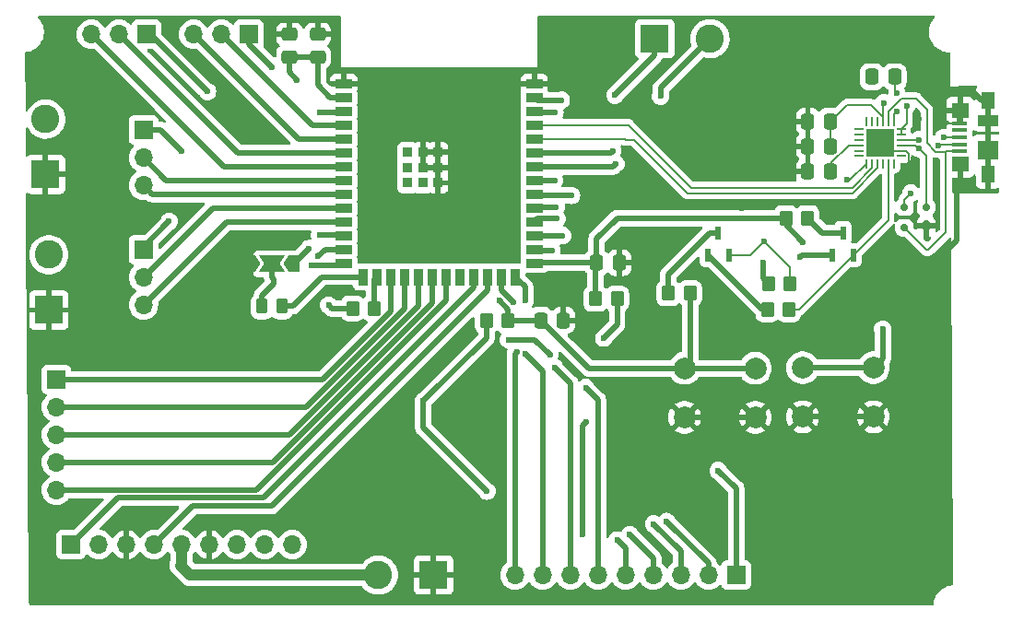
<source format=gtl>
%TF.GenerationSoftware,KiCad,Pcbnew,8.0.5*%
%TF.CreationDate,2024-11-24T13:48:28-06:00*%
%TF.ProjectId,Autonomous_Gardening_Rover_v2,4175746f-6e6f-46d6-9f75-735f47617264,rev?*%
%TF.SameCoordinates,Original*%
%TF.FileFunction,Copper,L1,Top*%
%TF.FilePolarity,Positive*%
%FSLAX46Y46*%
G04 Gerber Fmt 4.6, Leading zero omitted, Abs format (unit mm)*
G04 Created by KiCad (PCBNEW 8.0.5) date 2024-11-24 13:48:28*
%MOMM*%
%LPD*%
G01*
G04 APERTURE LIST*
G04 Aperture macros list*
%AMRoundRect*
0 Rectangle with rounded corners*
0 $1 Rounding radius*
0 $2 $3 $4 $5 $6 $7 $8 $9 X,Y pos of 4 corners*
0 Add a 4 corners polygon primitive as box body*
4,1,4,$2,$3,$4,$5,$6,$7,$8,$9,$2,$3,0*
0 Add four circle primitives for the rounded corners*
1,1,$1+$1,$2,$3*
1,1,$1+$1,$4,$5*
1,1,$1+$1,$6,$7*
1,1,$1+$1,$8,$9*
0 Add four rect primitives between the rounded corners*
20,1,$1+$1,$2,$3,$4,$5,0*
20,1,$1+$1,$4,$5,$6,$7,0*
20,1,$1+$1,$6,$7,$8,$9,0*
20,1,$1+$1,$8,$9,$2,$3,0*%
%AMFreePoly0*
4,1,6,1.000000,0.000000,0.500000,-0.750000,-0.500000,-0.750000,-0.500000,0.750000,0.500000,0.750000,1.000000,0.000000,1.000000,0.000000,$1*%
%AMFreePoly1*
4,1,7,0.700000,0.000000,1.200000,-0.750000,-1.200000,-0.750000,-0.700000,0.000000,-1.200000,0.750000,1.200000,0.750000,0.700000,0.000000,0.700000,0.000000,$1*%
G04 Aperture macros list end*
%TA.AperFunction,ComponentPad*%
%ADD10R,2.600000X2.600000*%
%TD*%
%TA.AperFunction,ComponentPad*%
%ADD11C,2.600000*%
%TD*%
%TA.AperFunction,ComponentPad*%
%ADD12R,1.700000X1.700000*%
%TD*%
%TA.AperFunction,ComponentPad*%
%ADD13O,1.700000X1.700000*%
%TD*%
%TA.AperFunction,SMDPad,CuDef*%
%ADD14R,1.498600X0.812800*%
%TD*%
%TA.AperFunction,SMDPad,CuDef*%
%ADD15R,0.812800X1.498600*%
%TD*%
%TA.AperFunction,SMDPad,CuDef*%
%ADD16R,0.889000X0.889000*%
%TD*%
%TA.AperFunction,SMDPad,CuDef*%
%ADD17R,0.558800X1.219200*%
%TD*%
%TA.AperFunction,SMDPad,CuDef*%
%ADD18RoundRect,0.250000X-0.337500X-0.475000X0.337500X-0.475000X0.337500X0.475000X-0.337500X0.475000X0*%
%TD*%
%TA.AperFunction,SMDPad,CuDef*%
%ADD19RoundRect,0.250000X-0.350000X-0.450000X0.350000X-0.450000X0.350000X0.450000X-0.350000X0.450000X0*%
%TD*%
%TA.AperFunction,SMDPad,CuDef*%
%ADD20RoundRect,0.250000X0.337500X0.475000X-0.337500X0.475000X-0.337500X-0.475000X0.337500X-0.475000X0*%
%TD*%
%TA.AperFunction,SMDPad,CuDef*%
%ADD21RoundRect,0.250000X0.475000X-0.337500X0.475000X0.337500X-0.475000X0.337500X-0.475000X-0.337500X0*%
%TD*%
%TA.AperFunction,SMDPad,CuDef*%
%ADD22FreePoly0,0.000000*%
%TD*%
%TA.AperFunction,SMDPad,CuDef*%
%ADD23FreePoly1,0.000000*%
%TD*%
%TA.AperFunction,SMDPad,CuDef*%
%ADD24FreePoly0,180.000000*%
%TD*%
%TA.AperFunction,SMDPad,CuDef*%
%ADD25RoundRect,0.175000X0.175000X0.325000X-0.175000X0.325000X-0.175000X-0.325000X0.175000X-0.325000X0*%
%TD*%
%TA.AperFunction,SMDPad,CuDef*%
%ADD26RoundRect,0.150000X0.200000X0.150000X-0.200000X0.150000X-0.200000X-0.150000X0.200000X-0.150000X0*%
%TD*%
%TA.AperFunction,SMDPad,CuDef*%
%ADD27RoundRect,0.250000X0.262500X0.450000X-0.262500X0.450000X-0.262500X-0.450000X0.262500X-0.450000X0*%
%TD*%
%TA.AperFunction,SMDPad,CuDef*%
%ADD28RoundRect,0.062500X0.350000X0.062500X-0.350000X0.062500X-0.350000X-0.062500X0.350000X-0.062500X0*%
%TD*%
%TA.AperFunction,SMDPad,CuDef*%
%ADD29RoundRect,0.062500X0.062500X0.350000X-0.062500X0.350000X-0.062500X-0.350000X0.062500X-0.350000X0*%
%TD*%
%TA.AperFunction,HeatsinkPad*%
%ADD30R,2.600000X2.600000*%
%TD*%
%TA.AperFunction,SMDPad,CuDef*%
%ADD31RoundRect,0.250000X0.350000X0.450000X-0.350000X0.450000X-0.350000X-0.450000X0.350000X-0.450000X0*%
%TD*%
%TA.AperFunction,ComponentPad*%
%ADD32C,2.000000*%
%TD*%
%TA.AperFunction,SMDPad,CuDef*%
%ADD33R,1.380000X0.450000*%
%TD*%
%TA.AperFunction,SMDPad,CuDef*%
%ADD34R,1.300000X1.650000*%
%TD*%
%TA.AperFunction,SMDPad,CuDef*%
%ADD35R,1.550000X1.425000*%
%TD*%
%TA.AperFunction,SMDPad,CuDef*%
%ADD36R,1.900000X1.800000*%
%TD*%
%TA.AperFunction,SMDPad,CuDef*%
%ADD37R,1.900000X1.000000*%
%TD*%
%TA.AperFunction,ViaPad*%
%ADD38C,0.600000*%
%TD*%
%TA.AperFunction,Conductor*%
%ADD39C,0.508000*%
%TD*%
%TA.AperFunction,Conductor*%
%ADD40C,0.127000*%
%TD*%
%TA.AperFunction,Conductor*%
%ADD41C,1.016000*%
%TD*%
G04 APERTURE END LIST*
D10*
%TO.P,J8,1,Pin_1*%
%TO.N,GND*%
X57305000Y-105545000D03*
D11*
%TO.P,J8,2,Pin_2*%
%TO.N,+3V3*%
X57305000Y-100465000D03*
%TD*%
D12*
%TO.P,J1,1,Pin_1*%
%TO.N,/MOTOR2PWM*%
X66280000Y-80200000D03*
D13*
%TO.P,J1,2,Pin_2*%
%TO.N,/MOTOR2ENA*%
X63740000Y-80200000D03*
%TO.P,J1,3,Pin_3*%
%TO.N,/MOTOR2ENB*%
X61200000Y-80200000D03*
%TD*%
D14*
%TO.P,U3,1,GND*%
%TO.N,GND*%
X84394500Y-84740000D03*
%TO.P,U3,2,3V3*%
%TO.N,+3V3*%
X84394500Y-86010000D03*
%TO.P,U3,3,EN*%
%TO.N,/CHIP_PU*%
X84394500Y-87280000D03*
%TO.P,U3,4,IO4*%
%TO.N,/MOTOR1ENA*%
X84394500Y-88550000D03*
%TO.P,U3,5,IO5*%
%TO.N,/MOTOR1ENB*%
X84394500Y-89820000D03*
%TO.P,U3,6,IO6*%
%TO.N,/MOTOR2ENA*%
X84394500Y-91090000D03*
%TO.P,U3,7,IO7*%
%TO.N,/MOTOR2ENB*%
X84394500Y-92360000D03*
%TO.P,U3,8,IO15*%
%TO.N,/MOTOR3ENA*%
X84394500Y-93630000D03*
%TO.P,U3,9,IO16*%
%TO.N,/MOTOR3ENB*%
X84394500Y-94900000D03*
%TO.P,U3,10,IO17*%
%TO.N,/MOTOR4ENA*%
X84394500Y-96170000D03*
%TO.P,U3,11,IO18*%
%TO.N,/MOTOR4ENB*%
X84394500Y-97440000D03*
%TO.P,U3,12,IO8*%
%TO.N,/GPIO8*%
X84394500Y-98710000D03*
%TO.P,U3,13,IO19*%
%TO.N,/GPIO19*%
X84394500Y-99980000D03*
%TO.P,U3,14,IO20*%
%TO.N,/GPIO20*%
X84394500Y-101250000D03*
D15*
%TO.P,U3,15,IO3*%
%TO.N,/GPIO3_STRAPPING*%
X86159500Y-102500000D03*
%TO.P,U3,16,IO46*%
%TO.N,/GPIO46_STRAPPING*%
X87429500Y-102500000D03*
%TO.P,U3,17,IO9*%
%TO.N,/UWBMOSI*%
X88699500Y-102500000D03*
%TO.P,U3,18,IO10*%
%TO.N,/UWBCLK*%
X89969500Y-102500000D03*
%TO.P,U3,19,IO11*%
%TO.N,/UWBMISO*%
X91239500Y-102500000D03*
%TO.P,U3,20,IO12*%
%TO.N,/UWBCS*%
X92509500Y-102500000D03*
%TO.P,U3,21,IO13*%
%TO.N,/UWBINT*%
X93779500Y-102500000D03*
%TO.P,U3,22,IO14*%
%TO.N,/MOSITURE_SENSOR_OUTPUT*%
X95049500Y-102500000D03*
%TO.P,U3,23,IO21*%
%TO.N,/pH_Sensor*%
X96319500Y-102500000D03*
%TO.P,U3,24,IO47*%
%TO.N,/temp_Sensor*%
X97589500Y-102500000D03*
%TO.P,U3,25,IO48*%
%TO.N,/GPIO48*%
X98859500Y-102500000D03*
%TO.P,U3,26,IO45*%
%TO.N,/GPIO45*%
X100129500Y-102500000D03*
D14*
%TO.P,U3,27,IO0*%
%TO.N,/GPIO0_STRAPPING*%
X101894500Y-101250000D03*
%TO.P,U3,28,IO35*%
%TO.N,/MOTOR4PWM*%
X101894500Y-99980000D03*
%TO.P,U3,29,IO36*%
%TO.N,/MOTOR3PWM*%
X101894500Y-98710000D03*
%TO.P,U3,30,IO37*%
%TO.N,/MOTOR2PWM*%
X101894500Y-97440000D03*
%TO.P,U3,31,IO38*%
%TO.N,/MOTOR1PWM*%
X101894500Y-96170000D03*
%TO.P,U3,32,IO39*%
%TO.N,/GPIO39*%
X101894500Y-94900000D03*
%TO.P,U3,33,IO40*%
%TO.N,/GPIO40*%
X101894500Y-93630000D03*
%TO.P,U3,34,IO41*%
%TO.N,/LINACT-*%
X101894500Y-92360000D03*
%TO.P,U3,35,IO42*%
%TO.N,/LINACT+*%
X101894500Y-91090000D03*
%TO.P,U3,36,RXD0*%
%TO.N,/TXD*%
X101894500Y-89820000D03*
%TO.P,U3,37,TXD0*%
%TO.N,/RXD*%
X101894500Y-88550000D03*
%TO.P,U3,38,IO2*%
%TO.N,/GPIO2*%
X101894500Y-87280000D03*
%TO.P,U3,39,IO1*%
%TO.N,/GPIO1*%
X101894500Y-86010000D03*
%TO.P,U3,40,GND*%
%TO.N,GND*%
X101894500Y-84740000D03*
D16*
%TO.P,U3,41,GND*%
X91644500Y-92460000D03*
%TO.P,U3,42*%
%TO.N,N/C*%
X90244500Y-91060000D03*
%TO.P,U3,43*%
X90244500Y-92460000D03*
%TO.P,U3,44*%
X90244500Y-93860000D03*
%TO.P,U3,45*%
X91644500Y-93860000D03*
%TO.P,U3,46,GND*%
%TO.N,GND*%
X93044500Y-93860000D03*
%TO.P,U3,47,GND*%
X93044500Y-92460000D03*
%TO.P,U3,48,GND*%
X93044500Y-91060000D03*
%TO.P,U3,49,GND*%
X91644500Y-91060000D03*
%TD*%
D17*
%TO.P,Q2,1,1*%
%TO.N,Net-(Q2-Pad1)*%
X129300000Y-100500000D03*
%TO.P,Q2,2,2*%
%TO.N,/DTR*%
X131200002Y-100500000D03*
%TO.P,Q2,3,3*%
%TO.N,Net-(Q2-Pad3)*%
X130250001Y-98458001D03*
%TD*%
D18*
%TO.P,C3,1*%
%TO.N,/CHIP_PU*%
X102500000Y-106500000D03*
%TO.P,C3,2*%
%TO.N,GND*%
X104575000Y-106500000D03*
%TD*%
D17*
%TO.P,Q1,1,1*%
%TO.N,Net-(Q1-Pad1)*%
X117849999Y-100500000D03*
%TO.P,Q1,2,2*%
%TO.N,/RTS*%
X119750001Y-100500000D03*
%TO.P,Q1,3,3*%
%TO.N,Net-(Q1-Pad3)*%
X118800000Y-98458001D03*
%TD*%
D12*
%TO.P,J11,1,Pin_1*%
%TO.N,/UWBMOSI*%
X58000000Y-111925000D03*
D13*
%TO.P,J11,2,Pin_2*%
%TO.N,/UWBCLK*%
X58000000Y-114465000D03*
%TO.P,J11,3,Pin_3*%
%TO.N,/UWBMISO*%
X58000000Y-117005000D03*
%TO.P,J11,4,Pin_4*%
%TO.N,/UWBCS*%
X58000000Y-119545000D03*
%TO.P,J11,5,Pin_5*%
%TO.N,/UWBINT*%
X58000000Y-122085000D03*
%TD*%
D19*
%TO.P,R1,1*%
%TO.N,+3V3*%
X97500000Y-106500000D03*
%TO.P,R1,2*%
%TO.N,/CHIP_PU*%
X99500000Y-106500000D03*
%TD*%
D10*
%TO.P,J6,1,Pin_1*%
%TO.N,GND*%
X92645000Y-129895000D03*
D11*
%TO.P,J6,2,Pin_2*%
%TO.N,+5V*%
X87565000Y-129895000D03*
%TD*%
D20*
%TO.P,C6,1*%
%TO.N,Net-(U2-VPP)*%
X129100000Y-92800000D03*
%TO.P,C6,2*%
%TO.N,GND*%
X127025000Y-92800000D03*
%TD*%
D21*
%TO.P,C2,1*%
%TO.N,+3V3*%
X79400000Y-82300000D03*
%TO.P,C2,2*%
%TO.N,GND*%
X79400000Y-80225000D03*
%TD*%
D22*
%TO.P,JP1,1,A*%
%TO.N,GND*%
X75800000Y-101300000D03*
D23*
%TO.P,JP1,2,C*%
%TO.N,Net-(JP1-C)*%
X77800000Y-101300000D03*
D24*
%TO.P,JP1,3,B*%
%TO.N,+3V3*%
X79800000Y-101300000D03*
%TD*%
D21*
%TO.P,C1,1*%
%TO.N,+3V3*%
X82000000Y-82300000D03*
%TO.P,C1,2*%
%TO.N,GND*%
X82000000Y-80225000D03*
%TD*%
D19*
%TO.P,R6,1*%
%TO.N,Net-(Q2-Pad1)*%
X123400000Y-103100000D03*
%TO.P,R6,2*%
%TO.N,/RTS*%
X125400000Y-103100000D03*
%TD*%
D25*
%TO.P,D4,1,A*%
%TO.N,GND*%
X137900000Y-97800000D03*
D26*
%TO.P,D4,2,K*%
%TO.N,/D+*%
X137900000Y-96100000D03*
%TO.P,D4,3,K*%
%TO.N,/D-*%
X135900000Y-96100000D03*
%TO.P,D4,4,K*%
%TO.N,+VBUS*%
X135900000Y-98000000D03*
%TD*%
D27*
%TO.P,R3,1*%
%TO.N,/GPIO3_STRAPPING*%
X78700000Y-105200000D03*
%TO.P,R3,2*%
%TO.N,Net-(JP1-C)*%
X76875000Y-105200000D03*
%TD*%
D10*
%TO.P,J3,1,Pin_1*%
%TO.N,GND*%
X57000000Y-93080000D03*
D11*
%TO.P,J3,2,Pin_2*%
%TO.N,+3V3*%
X57000000Y-88000000D03*
%TD*%
D19*
%TO.P,R7,1*%
%TO.N,Net-(Q1-Pad3)*%
X114200000Y-104000000D03*
%TO.P,R7,2*%
%TO.N,/CHIP_PU*%
X116200000Y-104000000D03*
%TD*%
%TO.P,R4,1*%
%TO.N,+3V3*%
X85200000Y-105400000D03*
%TO.P,R4,2*%
%TO.N,/GPIO46_STRAPPING*%
X87200000Y-105400000D03*
%TD*%
D12*
%TO.P,J12,1,Pin_1*%
%TO.N,/GPIO1*%
X120440000Y-129900000D03*
D13*
%TO.P,J12,2,Pin_2*%
%TO.N,/GPIO2*%
X117900000Y-129900000D03*
%TO.P,J12,3,Pin_3*%
%TO.N,/GPIO8*%
X115360000Y-129900000D03*
%TO.P,J12,4,Pin_4*%
%TO.N,/GPIO19*%
X112820000Y-129900000D03*
%TO.P,J12,5,Pin_5*%
%TO.N,/GPIO20*%
X110280000Y-129900000D03*
%TO.P,J12,6,Pin_6*%
%TO.N,/GPIO39*%
X107740000Y-129900000D03*
%TO.P,J12,7,Pin_7*%
%TO.N,/GPIO40*%
X105200000Y-129900000D03*
%TO.P,J12,8,Pin_8*%
%TO.N,/GPIO45*%
X102660000Y-129900000D03*
%TO.P,J12,9,Pin_9*%
%TO.N,/GPIO48*%
X100120000Y-129900000D03*
%TD*%
D12*
%TO.P,J10,1,Pin_1*%
%TO.N,/pH_Sensor*%
X59350000Y-127100000D03*
D13*
%TO.P,J10,2,Pin_2*%
%TO.N,+3V3*%
X61890000Y-127100000D03*
%TO.P,J10,3,Pin_3*%
%TO.N,GND*%
X64430000Y-127100000D03*
%TO.P,J10,4,Pin_4*%
%TO.N,/temp_Sensor*%
X66970000Y-127100000D03*
%TO.P,J10,5,Pin_5*%
%TO.N,+5V*%
X69510000Y-127100000D03*
%TO.P,J10,6,Pin_6*%
%TO.N,GND*%
X72050000Y-127100000D03*
%TO.P,J10,7,Pin_7*%
%TO.N,unconnected-(J10-Pin_7-Pad7)*%
X74590000Y-127100000D03*
%TO.P,J10,8,Pin_8*%
%TO.N,unconnected-(J10-Pin_8-Pad8)*%
X77130000Y-127100000D03*
%TO.P,J10,9,Pin_9*%
%TO.N,/Moisture_Sensor_Output*%
X79670000Y-127100000D03*
%TD*%
D28*
%TO.P,U2,1,~{RI}*%
%TO.N,unconnected-(U2-~{RI}-Pad1)*%
X135587500Y-91400000D03*
%TO.P,U2,2,GND*%
%TO.N,GND*%
X135587500Y-90900000D03*
%TO.P,U2,3,D+*%
%TO.N,/D+*%
X135587500Y-90400000D03*
%TO.P,U2,4,D-*%
%TO.N,/D-*%
X135587500Y-89900000D03*
%TO.P,U2,5,VIO*%
%TO.N,Net-(U2-VDD)*%
X135587500Y-89400000D03*
%TO.P,U2,6,VDD*%
X135587500Y-88900000D03*
D29*
%TO.P,U2,7,REGIN*%
%TO.N,Net-(U2-REGIN)*%
X134900000Y-88212500D03*
%TO.P,U2,8,VBUS*%
%TO.N,+VBUS*%
X134400000Y-88212500D03*
%TO.P,U2,9,~{RST}*%
%TO.N,Net-(U2-VDD)*%
X133900000Y-88212500D03*
%TO.P,U2,10,NC*%
%TO.N,unconnected-(U2-NC-Pad10)*%
X133400000Y-88212500D03*
%TO.P,U2,11,GPIO.3*%
%TO.N,unconnected-(U2-GPIO.3-Pad11)*%
X132900000Y-88212500D03*
%TO.P,U2,12,RS485/GPIO.2*%
%TO.N,unconnected-(U2-RS485{slash}GPIO.2-Pad12)*%
X132400000Y-88212500D03*
D28*
%TO.P,U2,13,RXT/GPIO.1*%
%TO.N,unconnected-(U2-RXT{slash}GPIO.1-Pad13)*%
X131712500Y-88900000D03*
%TO.P,U2,14,TXT/GPIO.0*%
%TO.N,unconnected-(U2-TXT{slash}GPIO.0-Pad14)*%
X131712500Y-89400000D03*
%TO.P,U2,15,~{SUSPEND}*%
%TO.N,unconnected-(U2-~{SUSPEND}-Pad15)*%
X131712500Y-89900000D03*
%TO.P,U2,16,VPP*%
%TO.N,Net-(U2-VPP)*%
X131712500Y-90400000D03*
%TO.P,U2,17,SUSPEND*%
%TO.N,unconnected-(U2-SUSPEND-Pad17)*%
X131712500Y-90900000D03*
%TO.P,U2,18,~{CTS}*%
%TO.N,unconnected-(U2-~{CTS}-Pad18)*%
X131712500Y-91400000D03*
D29*
%TO.P,U2,19,~{RTS}*%
%TO.N,/RTS*%
X132400000Y-92087500D03*
%TO.P,U2,20,RXD*%
%TO.N,/RXD*%
X132900000Y-92087500D03*
%TO.P,U2,21,TXD*%
%TO.N,/TXD*%
X133400000Y-92087500D03*
%TO.P,U2,22,~{DSR}*%
%TO.N,unconnected-(U2-~{DSR}-Pad22)*%
X133900000Y-92087500D03*
%TO.P,U2,23,~{DTR}*%
%TO.N,/DTR*%
X134400000Y-92087500D03*
%TO.P,U2,24,~{DCD}*%
%TO.N,unconnected-(U2-~{DCD}-Pad24)*%
X134900000Y-92087500D03*
D30*
%TO.P,U2,25,GND*%
%TO.N,GND*%
X133650000Y-90150000D03*
%TD*%
D19*
%TO.P,R5,1*%
%TO.N,Net-(Q1-Pad1)*%
X123300000Y-105500000D03*
%TO.P,R5,2*%
%TO.N,/DTR*%
X125300000Y-105500000D03*
%TD*%
D12*
%TO.P,J9,1,Pin_1*%
%TO.N,/MOTOR1PWM*%
X75680000Y-80200000D03*
D13*
%TO.P,J9,2,Pin_2*%
%TO.N,/MOTOR1ENA*%
X73140000Y-80200000D03*
%TO.P,J9,3,Pin_3*%
%TO.N,/MOTOR1ENB*%
X70600000Y-80200000D03*
%TD*%
D31*
%TO.P,R2,1*%
%TO.N,+3V3*%
X109500000Y-104500000D03*
%TO.P,R2,2*%
%TO.N,/GPIO0_STRAPPING*%
X107500000Y-104500000D03*
%TD*%
D12*
%TO.P,J7,1,Pin_1*%
%TO.N,/MOTOR4PWM*%
X66000000Y-100000000D03*
D13*
%TO.P,J7,2,Pin_2*%
%TO.N,/MOTOR4ENA*%
X66000000Y-102540000D03*
%TO.P,J7,3,Pin_3*%
%TO.N,/MOTOR4ENB*%
X66000000Y-105080000D03*
%TD*%
D12*
%TO.P,J5,1,Pin_1*%
%TO.N,/MOTOR3PWM*%
X66000000Y-89000000D03*
D13*
%TO.P,J5,2,Pin_2*%
%TO.N,/MOTOR3ENA*%
X66000000Y-91540000D03*
%TO.P,J5,3,Pin_3*%
%TO.N,/MOTOR3ENB*%
X66000000Y-94080000D03*
%TD*%
D19*
%TO.P,R8,1*%
%TO.N,/GPIO0_STRAPPING*%
X125000000Y-97100000D03*
%TO.P,R8,2*%
%TO.N,Net-(Q2-Pad3)*%
X127000000Y-97100000D03*
%TD*%
D32*
%TO.P,SW1,1,1*%
%TO.N,GND*%
X122200000Y-115400000D03*
X115700000Y-115400000D03*
%TO.P,SW1,2,2*%
%TO.N,/CHIP_PU*%
X122200000Y-110900000D03*
X115700000Y-110900000D03*
%TD*%
%TO.P,SW2,1,1*%
%TO.N,GND*%
X133050000Y-115350000D03*
X126550000Y-115350000D03*
%TO.P,SW2,2,2*%
%TO.N,/GPIO0_STRAPPING*%
X133050000Y-110850000D03*
X126550000Y-110850000D03*
%TD*%
D20*
%TO.P,C7,1*%
%TO.N,Net-(U2-VDD)*%
X129100000Y-88200000D03*
%TO.P,C7,2*%
%TO.N,GND*%
X127025000Y-88200000D03*
%TD*%
D10*
%TO.P,J4,1,Pin_1*%
%TO.N,/LINACT+*%
X112955000Y-80605000D03*
D11*
%TO.P,J4,2,Pin_2*%
%TO.N,/LINACT-*%
X118035000Y-80605000D03*
%TD*%
D20*
%TO.P,C8,1*%
%TO.N,Net-(U2-VDD)*%
X129100000Y-90500000D03*
%TO.P,C8,2*%
%TO.N,GND*%
X127025000Y-90500000D03*
%TD*%
D18*
%TO.P,C4,1*%
%TO.N,/GPIO0_STRAPPING*%
X107625000Y-101200000D03*
%TO.P,C4,2*%
%TO.N,GND*%
X109700000Y-101200000D03*
%TD*%
%TO.P,C5,1*%
%TO.N,VBUS*%
X132925000Y-84100000D03*
%TO.P,C5,2*%
%TO.N,Net-(U2-REGIN)*%
X135000000Y-84100000D03*
%TD*%
D33*
%TO.P,J2,1,VBUS*%
%TO.N,+VBUS*%
X140940000Y-90975000D03*
%TO.P,J2,2,D-*%
%TO.N,/D-*%
X140940000Y-90325000D03*
%TO.P,J2,3,D+*%
%TO.N,/D+*%
X140940000Y-89675000D03*
%TO.P,J2,4,ID*%
%TO.N,unconnected-(J2-ID-Pad4)*%
X140940000Y-89025000D03*
%TO.P,J2,5,GND*%
%TO.N,GND*%
X140940000Y-88375000D03*
D34*
%TO.P,J2,6,Shield*%
X143600000Y-93050000D03*
D35*
X141025000Y-92162500D03*
D36*
X143600000Y-90825000D03*
D37*
X143600000Y-88125000D03*
D35*
X141025000Y-87187500D03*
D34*
X143600000Y-86300000D03*
%TD*%
D38*
%TO.N,+3V3*%
X108275000Y-108125000D03*
X106675000Y-115825000D03*
X80100000Y-84400000D03*
X106325000Y-126125000D03*
X97550000Y-122200000D03*
X91700000Y-113925000D03*
X81200000Y-99900000D03*
X83000000Y-105100000D03*
%TO.N,/CHIP_PU*%
X98700000Y-104700000D03*
X82200000Y-87400000D03*
%TO.N,/GPIO0_STRAPPING*%
X133900000Y-107300000D03*
X126600000Y-99300000D03*
%TO.N,GND*%
X135300000Y-93400000D03*
X109000000Y-95400000D03*
X107100000Y-94100000D03*
X72525000Y-125000000D03*
X129200000Y-96300000D03*
X136775000Y-96975000D03*
X132800000Y-96000000D03*
X139100000Y-87900000D03*
X137925000Y-98850000D03*
X140700000Y-93900000D03*
X114500000Y-99000000D03*
X138850000Y-96925000D03*
X113700000Y-95500000D03*
X121000000Y-96200000D03*
X139775000Y-100075000D03*
X137200000Y-88000000D03*
X112100000Y-94000000D03*
X131800000Y-96900000D03*
X65600000Y-124325000D03*
X133100000Y-94300000D03*
%TO.N,/D+*%
X139500000Y-89700000D03*
X137200000Y-90700000D03*
%TO.N,/D-*%
X139000000Y-90436500D03*
X136500000Y-94800000D03*
X137200000Y-89900000D03*
%TO.N,/RTS*%
X123000000Y-99200000D03*
X130600000Y-93600000D03*
%TO.N,/MOTOR4PWM*%
X68350000Y-97400000D03*
X103500000Y-100050000D03*
%TO.N,/LINACT+*%
X109100000Y-90900000D03*
X109300000Y-85800000D03*
%TO.N,/GPIO19*%
X110675000Y-126200000D03*
X82050000Y-100625000D03*
%TO.N,/LINACT-*%
X113500000Y-85900000D03*
X109400000Y-92100000D03*
%TO.N,/GPIO1*%
X104375000Y-86250000D03*
X118800000Y-120300000D03*
%TO.N,/GPIO45*%
X101055952Y-109573545D03*
X101050000Y-104700000D03*
%TO.N,/MOTOR1PWM*%
X103887841Y-96112159D03*
X77800000Y-83200000D03*
%TO.N,/GPIO39*%
X105325000Y-95025000D03*
X106625000Y-112675000D03*
%TO.N,/GPIO40*%
X103750000Y-110800000D03*
X103750000Y-93625000D03*
%TO.N,/GPIO8*%
X112850000Y-125200000D03*
X82175000Y-98675000D03*
%TO.N,/GPIO20*%
X109500000Y-126675000D03*
X81400000Y-101450000D03*
%TO.N,/MOTOR2PWM*%
X71875000Y-85475000D03*
X103975000Y-97150000D03*
%TO.N,/GPIO48*%
X100000000Y-104850000D03*
X100275000Y-109400000D03*
%TO.N,/MOTOR3PWM*%
X103325000Y-109650000D03*
X99521000Y-108275000D03*
X69475000Y-90900000D03*
X104500000Y-98700000D03*
%TO.N,/GPIO2*%
X103800000Y-87425000D03*
X114050000Y-124975000D03*
%TO.N,Net-(Q2-Pad1)*%
X122900000Y-101200000D03*
X126300000Y-100700000D03*
%TO.N,Net-(U2-VDD)*%
X134000000Y-86500000D03*
X136100000Y-86763500D03*
%TO.N,Net-(U2-REGIN)*%
X135200000Y-85600000D03*
X135198455Y-87298455D03*
%TD*%
D39*
%TO.N,+3V3*%
X91700000Y-113925000D02*
X91700000Y-116350000D01*
X79400000Y-82300000D02*
X79400000Y-83700000D01*
X97500000Y-108125000D02*
X91700000Y-113925000D01*
X83137200Y-86010000D02*
X84394500Y-86010000D01*
X106325000Y-116175000D02*
X106675000Y-115825000D01*
X83300000Y-105400000D02*
X83000000Y-105100000D01*
X97500000Y-106500000D02*
X97500000Y-108125000D01*
X109500000Y-104500000D02*
X109500000Y-106900000D01*
X82000000Y-84872800D02*
X83137200Y-86010000D01*
X109500000Y-106900000D02*
X108275000Y-108125000D01*
X81200000Y-99900000D02*
X79800000Y-101300000D01*
X79400000Y-82300000D02*
X82000000Y-82300000D01*
X106325000Y-126125000D02*
X106325000Y-116175000D01*
X85200000Y-105400000D02*
X83300000Y-105400000D01*
X79400000Y-83700000D02*
X80100000Y-84400000D01*
X91700000Y-116350000D02*
X97550000Y-122200000D01*
X82000000Y-82300000D02*
X82000000Y-84872800D01*
%TO.N,/CHIP_PU*%
X106900000Y-110900000D02*
X102500000Y-106500000D01*
X82200000Y-87400000D02*
X84274500Y-87400000D01*
X84274500Y-87400000D02*
X84394500Y-87280000D01*
X99500000Y-105500000D02*
X98700000Y-104700000D01*
X102500000Y-106500000D02*
X99500000Y-106500000D01*
X99500000Y-106500000D02*
X99500000Y-105500000D01*
X116200000Y-110400000D02*
X115700000Y-110900000D01*
X115700000Y-110900000D02*
X122200000Y-110900000D01*
X116200000Y-104000000D02*
X116200000Y-110400000D01*
X115700000Y-110900000D02*
X106900000Y-110900000D01*
%TO.N,/GPIO0_STRAPPING*%
X107500000Y-101325000D02*
X107625000Y-101200000D01*
X109500000Y-97100000D02*
X107625000Y-98975000D01*
X125000000Y-97700000D02*
X126600000Y-99300000D01*
X125000000Y-97100000D02*
X109500000Y-97100000D01*
X133900000Y-107300000D02*
X133900000Y-110000000D01*
X101944500Y-101200000D02*
X101894500Y-101250000D01*
X107500000Y-104500000D02*
X107500000Y-101325000D01*
X133900000Y-110000000D02*
X133050000Y-110850000D01*
X126550000Y-110850000D02*
X133050000Y-110850000D01*
X107625000Y-98975000D02*
X107625000Y-101200000D01*
X125000000Y-97100000D02*
X125000000Y-97700000D01*
X107625000Y-101200000D02*
X101944500Y-101200000D01*
D40*
%TO.N,Net-(U2-VPP)*%
X129100000Y-92800000D02*
X129100000Y-92075000D01*
X129100000Y-92075000D02*
X130775000Y-90400000D01*
X130775000Y-90400000D02*
X131712500Y-90400000D01*
D41*
%TO.N,+5V*%
X69510000Y-128890000D02*
X69510000Y-127100000D01*
X69400000Y-129000000D02*
X69510000Y-128890000D01*
X70295000Y-129895000D02*
X69400000Y-129000000D01*
X87565000Y-129895000D02*
X70295000Y-129895000D01*
D40*
%TO.N,GND*%
X135999999Y-90900000D02*
X136263500Y-91163501D01*
D39*
X143600000Y-86300000D02*
X143000000Y-86300000D01*
D40*
X140940000Y-88375000D02*
X139575000Y-88375000D01*
X134400000Y-90900000D02*
X133650000Y-90150000D01*
X136263500Y-91163501D02*
X136263500Y-92436500D01*
X136263500Y-92436500D02*
X135300000Y-93400000D01*
D39*
X139775000Y-100075000D02*
X140700000Y-99150000D01*
X139025000Y-86175000D02*
X139025000Y-87825000D01*
X126550000Y-115350000D02*
X133050000Y-115350000D01*
X139775000Y-85425000D02*
X139025000Y-86175000D01*
D40*
X135587500Y-90900000D02*
X135999999Y-90900000D01*
D39*
X141025000Y-92162500D02*
X141025000Y-93575000D01*
X141025000Y-93575000D02*
X140700000Y-93900000D01*
X143000000Y-86300000D02*
X142125000Y-85425000D01*
X142125000Y-85425000D02*
X139775000Y-85425000D01*
X115700000Y-115400000D02*
X122200000Y-115400000D01*
D40*
X139575000Y-88375000D02*
X139100000Y-87900000D01*
D39*
X139025000Y-87825000D02*
X139100000Y-87900000D01*
X140700000Y-99150000D02*
X140700000Y-93900000D01*
D40*
X135587500Y-90900000D02*
X134400000Y-90900000D01*
D39*
%TO.N,/MOTOR2ENA*%
X74630000Y-91090000D02*
X84394500Y-91090000D01*
X63740000Y-80200000D02*
X74630000Y-91090000D01*
%TO.N,/UWBINT*%
X58000000Y-122085000D02*
X76322590Y-122085000D01*
X93779500Y-104628090D02*
X93779500Y-102500000D01*
X76322590Y-122085000D02*
X93779500Y-104628090D01*
%TO.N,/MOTOR2ENB*%
X61200000Y-80200000D02*
X73360000Y-92360000D01*
X73360000Y-92360000D02*
X84394500Y-92360000D01*
%TO.N,/MOTOR3ENA*%
X66000000Y-91540000D02*
X68090000Y-93630000D01*
X68090000Y-93630000D02*
X84394500Y-93630000D01*
D40*
%TO.N,/D+*%
X136900000Y-90400000D02*
X135587500Y-90400000D01*
X140940000Y-89675000D02*
X139525000Y-89675000D01*
X137200000Y-90700000D02*
X137900000Y-91400000D01*
X139525000Y-89675000D02*
X139500000Y-89700000D01*
X137200000Y-90700000D02*
X136900000Y-90400000D01*
X137900000Y-91400000D02*
X137900000Y-96100000D01*
%TO.N,/D-*%
X137200000Y-89900000D02*
X135587500Y-89900000D01*
X139111500Y-90325000D02*
X139000000Y-90436500D01*
X140940000Y-90325000D02*
X139111500Y-90325000D01*
X135900000Y-95400000D02*
X135900000Y-96100000D01*
X136500000Y-94800000D02*
X135900000Y-95400000D01*
D39*
%TO.N,/MOTOR3ENB*%
X66000000Y-94080000D02*
X66820000Y-94900000D01*
X66820000Y-94900000D02*
X84394500Y-94900000D01*
%TO.N,/MOTOR4ENB*%
X73640000Y-97440000D02*
X84394500Y-97440000D01*
X66000000Y-105080000D02*
X73640000Y-97440000D01*
%TO.N,Net-(JP1-C)*%
X78000000Y-102700000D02*
X77800000Y-102500000D01*
X76875000Y-104225000D02*
X78000000Y-103100000D01*
X78000000Y-103100000D02*
X78000000Y-102700000D01*
X76875000Y-105200000D02*
X76875000Y-104225000D01*
X77800000Y-102500000D02*
X77800000Y-101300000D01*
%TO.N,/temp_Sensor*%
X66970000Y-127100000D02*
X70495000Y-123575000D01*
X70495000Y-123575000D02*
X77771800Y-123575000D01*
X77771800Y-123575000D02*
X97589500Y-103757300D01*
X97589500Y-103757300D02*
X97589500Y-102500000D01*
%TO.N,/pH_Sensor*%
X96319500Y-103480500D02*
X96319500Y-102500000D01*
X59350000Y-127100000D02*
X63657000Y-122793000D01*
X63657000Y-122793000D02*
X77007000Y-122793000D01*
X77007000Y-122793000D02*
X96319500Y-103480500D01*
D40*
%TO.N,/RTS*%
X121700000Y-100500000D02*
X119750001Y-100500000D01*
X130887500Y-93600000D02*
X130600000Y-93600000D01*
X123000000Y-99200000D02*
X125400000Y-101600000D01*
X123000000Y-99200000D02*
X121700000Y-100500000D01*
X132400000Y-92087500D02*
X130887500Y-93600000D01*
X125400000Y-101600000D02*
X125400000Y-103100000D01*
%TO.N,/DTR*%
X134400000Y-92087500D02*
X134400000Y-97300002D01*
X126200002Y-105500000D02*
X125300000Y-105500000D01*
X134400000Y-97300002D02*
X131200002Y-100500000D01*
X131200002Y-100500000D02*
X126200002Y-105500000D01*
D39*
%TO.N,/GPIO3_STRAPPING*%
X79700000Y-105200000D02*
X82400000Y-102500000D01*
X78700000Y-105200000D02*
X79700000Y-105200000D01*
X82400000Y-102500000D02*
X86159500Y-102500000D01*
%TO.N,/GPIO46_STRAPPING*%
X87200000Y-105400000D02*
X87200000Y-102729500D01*
X87200000Y-102729500D02*
X87429500Y-102500000D01*
%TO.N,/MOTOR4PWM*%
X101964500Y-100050000D02*
X101894500Y-99980000D01*
X103500000Y-100050000D02*
X101964500Y-100050000D01*
X66000000Y-99750000D02*
X68350000Y-97400000D01*
X66000000Y-100000000D02*
X66000000Y-99750000D01*
%TO.N,/MOTOR4ENA*%
X72370000Y-96170000D02*
X84394500Y-96170000D01*
X66000000Y-102540000D02*
X72370000Y-96170000D01*
%TO.N,/MOTOR1ENB*%
X80220000Y-89820000D02*
X84394500Y-89820000D01*
X70600000Y-80200000D02*
X80220000Y-89820000D01*
%TO.N,/MOTOR1ENA*%
X81490000Y-88550000D02*
X84394500Y-88550000D01*
X73140000Y-80200000D02*
X81490000Y-88550000D01*
%TO.N,/LINACT+*%
X112955000Y-82145000D02*
X109300000Y-85800000D01*
X112955000Y-80605000D02*
X112955000Y-82145000D01*
X109100000Y-90900000D02*
X108910000Y-91090000D01*
X108910000Y-91090000D02*
X101894500Y-91090000D01*
%TO.N,/GPIO19*%
X82050000Y-100625000D02*
X82695000Y-99980000D01*
X82695000Y-99980000D02*
X84394500Y-99980000D01*
X112820000Y-129900000D02*
X112820000Y-128345000D01*
X112820000Y-128345000D02*
X110675000Y-126200000D01*
%TO.N,/LINACT-*%
X109140000Y-92360000D02*
X101894500Y-92360000D01*
X118035000Y-80605000D02*
X113500000Y-85140000D01*
X113500000Y-85140000D02*
X113500000Y-85900000D01*
X109400000Y-92100000D02*
X109140000Y-92360000D01*
%TO.N,/GPIO1*%
X102134500Y-86250000D02*
X101894500Y-86010000D01*
X104375000Y-86250000D02*
X102134500Y-86250000D01*
X120440000Y-121940000D02*
X118800000Y-120300000D01*
X120440000Y-129900000D02*
X120440000Y-121940000D01*
%TO.N,/UWBMOSI*%
X58000000Y-111925000D02*
X82477534Y-111925000D01*
X88699500Y-105703034D02*
X88699500Y-102500000D01*
X82477534Y-111925000D02*
X88699500Y-105703034D01*
%TO.N,/GPIO45*%
X101050000Y-103420500D02*
X100129500Y-102500000D01*
X102660000Y-129900000D02*
X102660000Y-111177593D01*
X102660000Y-111177593D02*
X101055952Y-109573545D01*
X101050000Y-104700000D02*
X101050000Y-103420500D01*
%TO.N,/MOTOR1PWM*%
X101952341Y-96112159D02*
X101894500Y-96170000D01*
X75680000Y-81080000D02*
X77800000Y-83200000D01*
X103887841Y-96112159D02*
X101952341Y-96112159D01*
X75680000Y-80200000D02*
X75680000Y-81080000D01*
%TO.N,/GPIO39*%
X107740000Y-113790000D02*
X106625000Y-112675000D01*
X102019500Y-95025000D02*
X101894500Y-94900000D01*
X105325000Y-95025000D02*
X102019500Y-95025000D01*
X107740000Y-129900000D02*
X107740000Y-113790000D01*
%TO.N,/GPIO40*%
X105200000Y-112250000D02*
X103750000Y-110800000D01*
X101899500Y-93625000D02*
X101894500Y-93630000D01*
X105200000Y-129900000D02*
X105200000Y-112250000D01*
X103750000Y-93625000D02*
X101899500Y-93625000D01*
D40*
%TO.N,/RXD*%
X131099999Y-94300000D02*
X116300000Y-94300000D01*
X110550000Y-88550000D02*
X101894500Y-88550000D01*
X132900000Y-92087500D02*
X132900000Y-92499999D01*
X132900000Y-92499999D02*
X131099999Y-94300000D01*
X116300000Y-94300000D02*
X110550000Y-88550000D01*
D39*
%TO.N,/UWBMISO*%
X58000000Y-117005000D02*
X79400062Y-117005000D01*
X79400062Y-117005000D02*
X91239500Y-105165562D01*
X91239500Y-105165562D02*
X91239500Y-102500000D01*
%TO.N,/GPIO8*%
X115360000Y-127710000D02*
X112850000Y-125200000D01*
X115360000Y-129900000D02*
X115360000Y-127710000D01*
X84359500Y-98675000D02*
X84394500Y-98710000D01*
X82175000Y-98675000D02*
X84359500Y-98675000D01*
%TO.N,/GPIO20*%
X110280000Y-129900000D02*
X110280000Y-127455000D01*
X81400000Y-101450000D02*
X84194500Y-101450000D01*
X84194500Y-101450000D02*
X84394500Y-101250000D01*
X110280000Y-127455000D02*
X109500000Y-126675000D01*
%TO.N,/MOTOR2PWM*%
X66600000Y-80200000D02*
X71875000Y-85475000D01*
X103975000Y-97150000D02*
X102184500Y-97150000D01*
X102184500Y-97150000D02*
X101894500Y-97440000D01*
X66280000Y-80200000D02*
X66600000Y-80200000D01*
%TO.N,/UWBCLK*%
X58000000Y-114465000D02*
X80938798Y-114465000D01*
X89969500Y-105434298D02*
X89969500Y-102500000D01*
X80938798Y-114465000D02*
X89969500Y-105434298D01*
D40*
%TO.N,/TXD*%
X110220000Y-89820000D02*
X101894500Y-89820000D01*
X116000000Y-94800000D02*
X111100000Y-89900000D01*
X111100000Y-89900000D02*
X110300000Y-89900000D01*
X131099999Y-94800000D02*
X116000000Y-94800000D01*
X133400000Y-92087500D02*
X133400000Y-92499999D01*
X110300000Y-89900000D02*
X110220000Y-89820000D01*
X133400000Y-92499999D02*
X131099999Y-94800000D01*
D39*
%TO.N,/UWBCS*%
X58000000Y-119545000D02*
X77861326Y-119545000D01*
X92509500Y-104896826D02*
X92509500Y-102500000D01*
X77861326Y-119545000D02*
X92509500Y-104896826D01*
%TO.N,/GPIO48*%
X100000000Y-104850000D02*
X98859500Y-103709500D01*
X100120000Y-109555000D02*
X100275000Y-109400000D01*
X100120000Y-129900000D02*
X100120000Y-109555000D01*
X98859500Y-103709500D02*
X98859500Y-102500000D01*
%TO.N,/MOTOR3PWM*%
X67575000Y-89000000D02*
X69475000Y-90900000D01*
X99521000Y-108275000D02*
X101950000Y-108275000D01*
X101904500Y-98700000D02*
X101894500Y-98710000D01*
X104500000Y-98700000D02*
X101904500Y-98700000D01*
X66000000Y-89000000D02*
X67575000Y-89000000D01*
X101950000Y-108275000D02*
X103325000Y-109650000D01*
%TO.N,/GPIO2*%
X117900000Y-129900000D02*
X117900000Y-128825000D01*
X117900000Y-128825000D02*
X114050000Y-124975000D01*
X102039500Y-87425000D02*
X101894500Y-87280000D01*
X103800000Y-87425000D02*
X102039500Y-87425000D01*
D40*
%TO.N,+VBUS*%
X139700000Y-91000000D02*
X138766590Y-91000000D01*
X138100000Y-100000000D02*
X137900000Y-100000000D01*
X138766590Y-91000000D02*
X137950000Y-90183410D01*
X135600000Y-86100000D02*
X134400000Y-87300000D01*
X139700000Y-98400000D02*
X138100000Y-100000000D01*
X140940000Y-90975000D02*
X139725000Y-90975000D01*
X136950000Y-86100000D02*
X135600000Y-86100000D01*
X137950000Y-90183410D02*
X137950000Y-87100000D01*
X137900000Y-100000000D02*
X135900000Y-98000000D01*
X134400000Y-87300000D02*
X134400000Y-88212500D01*
X139700000Y-91000000D02*
X139700000Y-98400000D01*
X139725000Y-90975000D02*
X139700000Y-91000000D01*
X137950000Y-87100000D02*
X136950000Y-86100000D01*
D39*
%TO.N,Net-(Q1-Pad1)*%
X122849999Y-105500000D02*
X123300000Y-105500000D01*
X117849999Y-100500000D02*
X122849999Y-105500000D01*
%TO.N,Net-(Q2-Pad1)*%
X122900000Y-101200000D02*
X122900000Y-102600000D01*
X126500000Y-100500000D02*
X126300000Y-100700000D01*
X129300000Y-100500000D02*
X126500000Y-100500000D01*
X122900000Y-102600000D02*
X123400000Y-103100000D01*
%TO.N,Net-(Q1-Pad3)*%
X118012600Y-98458001D02*
X114200000Y-102270601D01*
X118800000Y-98458001D02*
X118012600Y-98458001D01*
X114200000Y-102270601D02*
X114200000Y-104000000D01*
%TO.N,Net-(Q2-Pad3)*%
X130250001Y-98458001D02*
X128358001Y-98458001D01*
X128358001Y-98458001D02*
X127000000Y-97100000D01*
D40*
%TO.N,Net-(U2-VDD)*%
X130600000Y-86700000D02*
X132799999Y-86700000D01*
X134000000Y-86500000D02*
X133900000Y-86600000D01*
X132799999Y-86700000D02*
X133900000Y-87800001D01*
X133900000Y-86600000D02*
X133900000Y-88212500D01*
X135587500Y-88900000D02*
X136100000Y-88387500D01*
X129100000Y-90500000D02*
X129100000Y-88200000D01*
X135587500Y-89400000D02*
X135587500Y-88900000D01*
X133900000Y-87800001D02*
X133900000Y-88212500D01*
X129100000Y-88200000D02*
X130600000Y-86700000D01*
X136100000Y-88387500D02*
X136100000Y-86763500D01*
%TO.N,Net-(U2-REGIN)*%
X134900000Y-88212500D02*
X134900000Y-87596910D01*
X135200000Y-85600000D02*
X135000000Y-85400000D01*
X134900000Y-87596910D02*
X135198455Y-87298455D01*
X135000000Y-85400000D02*
X135000000Y-84100000D01*
%TD*%
%TA.AperFunction,Conductor*%
%TO.N,GND*%
G36*
X143793039Y-86069685D02*
G01*
X143838794Y-86122489D01*
X143850000Y-86174000D01*
X143850000Y-89125000D01*
X144476000Y-89125000D01*
X144543039Y-89144685D01*
X144588794Y-89197489D01*
X144600000Y-89249000D01*
X144600000Y-89301000D01*
X144580315Y-89368039D01*
X144527511Y-89413794D01*
X144476000Y-89425000D01*
X143850000Y-89425000D01*
X143850000Y-94375000D01*
X144297828Y-94375000D01*
X144297844Y-94374999D01*
X144357372Y-94368598D01*
X144357380Y-94368596D01*
X144432665Y-94340516D01*
X144502357Y-94335530D01*
X144563680Y-94369015D01*
X144597166Y-94430338D01*
X144600000Y-94456697D01*
X144600000Y-94676000D01*
X144580315Y-94743039D01*
X144527511Y-94788794D01*
X144476000Y-94800000D01*
X140388000Y-94800000D01*
X140320961Y-94780315D01*
X140275206Y-94727511D01*
X140264000Y-94676000D01*
X140264000Y-93499000D01*
X140283685Y-93431961D01*
X140336489Y-93386206D01*
X140388000Y-93375000D01*
X140775000Y-93375000D01*
X140775000Y-92036500D01*
X140794685Y-91969461D01*
X140847489Y-91923706D01*
X140899000Y-91912500D01*
X141151000Y-91912500D01*
X141218039Y-91932185D01*
X141263794Y-91984989D01*
X141275000Y-92036500D01*
X141275000Y-93375000D01*
X141847828Y-93375000D01*
X141847844Y-93374999D01*
X141907372Y-93368598D01*
X141907379Y-93368596D01*
X142042086Y-93318354D01*
X142042093Y-93318350D01*
X142157187Y-93232190D01*
X142157190Y-93232187D01*
X142226734Y-93139290D01*
X142282668Y-93097419D01*
X142352359Y-93092435D01*
X142413682Y-93125921D01*
X142447166Y-93187244D01*
X142450000Y-93213601D01*
X142450000Y-93922844D01*
X142456401Y-93982372D01*
X142456403Y-93982379D01*
X142506645Y-94117086D01*
X142506649Y-94117093D01*
X142592809Y-94232187D01*
X142592812Y-94232190D01*
X142707906Y-94318350D01*
X142707913Y-94318354D01*
X142842620Y-94368596D01*
X142842627Y-94368598D01*
X142902155Y-94374999D01*
X142902172Y-94375000D01*
X143350000Y-94375000D01*
X143350000Y-89425000D01*
X142602155Y-89425000D01*
X142542627Y-89431401D01*
X142542620Y-89431403D01*
X142407913Y-89481645D01*
X142407911Y-89481647D01*
X142328810Y-89540862D01*
X142263346Y-89565279D01*
X142195073Y-89550428D01*
X142145667Y-89501022D01*
X142130499Y-89441595D01*
X142130499Y-89402128D01*
X142130498Y-89402111D01*
X142126320Y-89363253D01*
X142126320Y-89336747D01*
X142130500Y-89297873D01*
X142130499Y-89108402D01*
X142150183Y-89041365D01*
X142202987Y-88995610D01*
X142272145Y-88985666D01*
X142328811Y-89009138D01*
X142407910Y-89068352D01*
X142407913Y-89068354D01*
X142542620Y-89118596D01*
X142542627Y-89118598D01*
X142602155Y-89124999D01*
X142602172Y-89125000D01*
X143350000Y-89125000D01*
X143350000Y-86174000D01*
X143369685Y-86106961D01*
X143422489Y-86061206D01*
X143474000Y-86050000D01*
X143726000Y-86050000D01*
X143793039Y-86069685D01*
G37*
%TD.AperFunction*%
%TA.AperFunction,Conductor*%
G36*
X142543215Y-84958494D02*
G01*
X142589958Y-85010426D01*
X142601204Y-85079384D01*
X142577422Y-85138367D01*
X142506647Y-85232910D01*
X142506645Y-85232913D01*
X142456403Y-85367620D01*
X142456401Y-85367627D01*
X142450000Y-85427155D01*
X142450000Y-86136398D01*
X142430315Y-86203437D01*
X142377511Y-86249192D01*
X142308353Y-86259136D01*
X142244797Y-86230111D01*
X142226734Y-86210710D01*
X142157187Y-86117809D01*
X142042093Y-86031649D01*
X142042086Y-86031645D01*
X141907379Y-85981403D01*
X141907372Y-85981401D01*
X141847844Y-85975000D01*
X141275000Y-85975000D01*
X141275000Y-88175500D01*
X141255315Y-88242539D01*
X141202511Y-88288294D01*
X141151000Y-88299500D01*
X140839000Y-88299500D01*
X140771961Y-88279815D01*
X140726206Y-88227011D01*
X140715000Y-88175500D01*
X140715000Y-87718362D01*
X140734685Y-87651323D01*
X140751319Y-87630681D01*
X140775000Y-87607000D01*
X140775000Y-87437500D01*
X139750000Y-87437500D01*
X139750000Y-87947827D01*
X139750001Y-87947846D01*
X139756871Y-88011745D01*
X139756871Y-88038255D01*
X139750001Y-88102153D01*
X139750000Y-88102172D01*
X139750000Y-88150000D01*
X139910565Y-88150000D01*
X139977604Y-88169685D01*
X140023359Y-88222489D01*
X140033303Y-88291647D01*
X140004278Y-88355203D01*
X139984876Y-88373266D01*
X139892455Y-88442452D01*
X139811711Y-88550312D01*
X139763894Y-88586105D01*
X139750000Y-88600000D01*
X139750000Y-88647832D01*
X139753931Y-88684399D01*
X139753931Y-88710905D01*
X139749500Y-88752122D01*
X139749500Y-88783790D01*
X139729815Y-88850829D01*
X139677011Y-88896584D01*
X139611617Y-88907010D01*
X139500004Y-88894435D01*
X139499996Y-88894435D01*
X139320750Y-88914630D01*
X139320742Y-88914632D01*
X139300000Y-88921889D01*
X139300000Y-86427155D01*
X139750000Y-86427155D01*
X139750000Y-86937500D01*
X140775000Y-86937500D01*
X140775000Y-85975000D01*
X140202155Y-85975000D01*
X140142627Y-85981401D01*
X140142620Y-85981403D01*
X140007913Y-86031645D01*
X140007906Y-86031649D01*
X139892812Y-86117809D01*
X139892809Y-86117812D01*
X139806649Y-86232906D01*
X139806645Y-86232913D01*
X139756403Y-86367620D01*
X139756401Y-86367627D01*
X139750000Y-86427155D01*
X139300000Y-86427155D01*
X139300000Y-85000000D01*
X142475819Y-84940078D01*
X142543215Y-84958494D01*
G37*
%TD.AperFunction*%
%TD*%
%TA.AperFunction,Conductor*%
%TO.N,GND*%
G36*
X84083239Y-78519685D02*
G01*
X84128994Y-78572489D01*
X84140200Y-78624000D01*
X84140200Y-83243600D01*
X102148800Y-83243600D01*
X102148800Y-78624000D01*
X102168485Y-78556961D01*
X102221289Y-78511206D01*
X102272800Y-78500000D01*
X138583634Y-78500000D01*
X138650673Y-78519685D01*
X138696428Y-78572489D01*
X138706372Y-78641647D01*
X138677347Y-78705203D01*
X138671315Y-78711681D01*
X138605739Y-78777256D01*
X138605733Y-78777263D01*
X138458067Y-78969706D01*
X138458064Y-78969710D01*
X138458064Y-78969711D01*
X138444933Y-78992454D01*
X138336777Y-79179785D01*
X138336773Y-79179794D01*
X138243947Y-79403895D01*
X138181161Y-79638214D01*
X138149500Y-79878711D01*
X138149500Y-80121288D01*
X138181161Y-80361785D01*
X138243947Y-80596104D01*
X138309748Y-80754960D01*
X138336776Y-80820212D01*
X138458064Y-81030289D01*
X138458066Y-81030292D01*
X138458067Y-81030293D01*
X138605733Y-81222736D01*
X138605739Y-81222743D01*
X138777256Y-81394260D01*
X138777262Y-81394265D01*
X138969711Y-81541936D01*
X139179788Y-81663224D01*
X139403900Y-81756054D01*
X139638211Y-81818838D01*
X139818586Y-81842584D01*
X139878711Y-81850500D01*
X139995230Y-81850500D01*
X140062269Y-81870185D01*
X140108024Y-81922989D01*
X140119227Y-81973811D01*
X140135890Y-84984228D01*
X139300000Y-85000000D01*
X139300000Y-88921890D01*
X139150476Y-88974211D01*
X138997737Y-89070184D01*
X138870184Y-89197737D01*
X138774211Y-89350476D01*
X138755042Y-89405260D01*
X138714320Y-89462036D01*
X138649367Y-89487783D01*
X138580806Y-89474327D01*
X138530403Y-89425940D01*
X138514000Y-89364305D01*
X138514000Y-87184255D01*
X138514001Y-87184242D01*
X138514001Y-87025750D01*
X138514001Y-87025748D01*
X138475565Y-86882304D01*
X138442901Y-86825729D01*
X138401315Y-86753699D01*
X138401310Y-86753693D01*
X137408383Y-85760767D01*
X137408381Y-85760764D01*
X137296306Y-85648689D01*
X137296304Y-85648687D01*
X137167696Y-85574435D01*
X137024253Y-85536000D01*
X137024252Y-85536000D01*
X136109168Y-85536000D01*
X136042129Y-85516315D01*
X135996374Y-85463511D01*
X135985948Y-85425888D01*
X135985368Y-85420747D01*
X135985368Y-85420745D01*
X135925788Y-85250475D01*
X135900299Y-85209911D01*
X135881298Y-85142675D01*
X135901665Y-85075839D01*
X135917609Y-85056258D01*
X135930212Y-85043656D01*
X136022314Y-84894334D01*
X136077499Y-84727797D01*
X136088000Y-84625009D01*
X136087999Y-83574992D01*
X136077499Y-83472203D01*
X136022314Y-83305666D01*
X135930212Y-83156344D01*
X135806156Y-83032288D01*
X135656834Y-82940186D01*
X135490297Y-82885001D01*
X135490295Y-82885000D01*
X135387510Y-82874500D01*
X134612498Y-82874500D01*
X134612480Y-82874501D01*
X134509703Y-82885000D01*
X134509700Y-82885001D01*
X134343168Y-82940185D01*
X134343163Y-82940187D01*
X134193842Y-83032289D01*
X134069785Y-83156346D01*
X134068037Y-83159182D01*
X134066329Y-83160717D01*
X134065307Y-83162011D01*
X134065085Y-83161836D01*
X134016089Y-83205905D01*
X133947126Y-83217126D01*
X133883044Y-83189282D01*
X133856963Y-83159182D01*
X133855214Y-83156346D01*
X133731157Y-83032289D01*
X133731156Y-83032288D01*
X133581834Y-82940186D01*
X133415297Y-82885001D01*
X133415295Y-82885000D01*
X133312510Y-82874500D01*
X132537498Y-82874500D01*
X132537480Y-82874501D01*
X132434703Y-82885000D01*
X132434700Y-82885001D01*
X132268168Y-82940185D01*
X132268163Y-82940187D01*
X132118842Y-83032289D01*
X131994789Y-83156342D01*
X131902687Y-83305663D01*
X131902685Y-83305668D01*
X131887500Y-83351494D01*
X131847501Y-83472203D01*
X131847501Y-83472204D01*
X131847500Y-83472204D01*
X131837000Y-83574983D01*
X131837000Y-84625001D01*
X131837001Y-84625019D01*
X131847500Y-84727796D01*
X131847501Y-84727799D01*
X131886399Y-84845184D01*
X131902686Y-84894334D01*
X131994788Y-85043656D01*
X132118844Y-85167712D01*
X132268166Y-85259814D01*
X132434703Y-85314999D01*
X132537491Y-85325500D01*
X133312508Y-85325499D01*
X133312516Y-85325498D01*
X133312519Y-85325498D01*
X133368802Y-85319748D01*
X133415297Y-85314999D01*
X133581834Y-85259814D01*
X133731156Y-85167712D01*
X133855212Y-85043656D01*
X133856961Y-85040819D01*
X133858669Y-85039283D01*
X133859693Y-85037989D01*
X133859914Y-85038163D01*
X133908906Y-84994096D01*
X133977868Y-84982872D01*
X134041951Y-85010713D01*
X134068037Y-85040817D01*
X134069788Y-85043656D01*
X134193844Y-85167712D01*
X134343166Y-85259814D01*
X134343170Y-85259815D01*
X134349709Y-85262864D01*
X134348528Y-85265395D01*
X134395432Y-85297869D01*
X134422257Y-85362384D01*
X134416027Y-85416758D01*
X134414631Y-85420747D01*
X134394435Y-85599996D01*
X134394435Y-85600004D01*
X134394618Y-85601630D01*
X134394435Y-85602674D01*
X134394435Y-85606964D01*
X134393683Y-85606964D01*
X134382556Y-85670451D01*
X134335202Y-85721825D01*
X134267589Y-85739443D01*
X134230441Y-85732542D01*
X134179262Y-85714633D01*
X134179249Y-85714630D01*
X134000004Y-85694435D01*
X133999996Y-85694435D01*
X133820750Y-85714630D01*
X133820745Y-85714631D01*
X133650476Y-85774211D01*
X133497737Y-85870184D01*
X133370184Y-85997737D01*
X133274212Y-86150475D01*
X133274210Y-86150478D01*
X133273552Y-86152361D01*
X133272798Y-86153410D01*
X133271193Y-86156746D01*
X133270608Y-86156464D01*
X133232827Y-86209134D01*
X133167873Y-86234878D01*
X133099312Y-86221417D01*
X133094513Y-86218786D01*
X133017697Y-86174436D01*
X133017696Y-86174435D01*
X132998224Y-86169218D01*
X132978754Y-86164001D01*
X132978753Y-86164000D01*
X132902252Y-86143502D01*
X132874252Y-86136000D01*
X132874251Y-86136000D01*
X130674252Y-86136000D01*
X130525747Y-86136000D01*
X130382302Y-86174435D01*
X130336660Y-86200788D01*
X130336658Y-86200789D01*
X130253699Y-86248684D01*
X130253694Y-86248688D01*
X130148685Y-86353698D01*
X129564201Y-86938181D01*
X129502878Y-86971666D01*
X129476520Y-86974500D01*
X128712498Y-86974500D01*
X128712480Y-86974501D01*
X128609703Y-86985000D01*
X128609700Y-86985001D01*
X128443168Y-87040185D01*
X128443163Y-87040187D01*
X128293842Y-87132289D01*
X128169788Y-87256343D01*
X128169783Y-87256349D01*
X128167741Y-87259661D01*
X128165747Y-87261453D01*
X128165307Y-87262011D01*
X128165211Y-87261935D01*
X128115791Y-87306383D01*
X128046828Y-87317602D01*
X127982747Y-87289755D01*
X127956668Y-87259656D01*
X127954819Y-87256659D01*
X127954816Y-87256655D01*
X127830845Y-87132684D01*
X127681624Y-87040643D01*
X127681619Y-87040641D01*
X127515197Y-86985494D01*
X127515190Y-86985493D01*
X127412486Y-86975000D01*
X127275000Y-86975000D01*
X127275000Y-92926000D01*
X127255315Y-92993039D01*
X127202511Y-93038794D01*
X127151000Y-93050000D01*
X125937501Y-93050000D01*
X125937501Y-93324986D01*
X125947994Y-93427697D01*
X125996142Y-93572996D01*
X125998544Y-93642824D01*
X125962812Y-93702866D01*
X125900292Y-93734059D01*
X125878436Y-93736000D01*
X116584978Y-93736000D01*
X116517939Y-93716315D01*
X116497297Y-93699681D01*
X115072629Y-92275013D01*
X125937500Y-92275013D01*
X125937500Y-92550000D01*
X126775000Y-92550000D01*
X126775000Y-90750000D01*
X125937501Y-90750000D01*
X125937501Y-91024986D01*
X125947994Y-91127697D01*
X126003141Y-91294119D01*
X126003143Y-91294124D01*
X126095184Y-91443345D01*
X126214158Y-91562319D01*
X126247643Y-91623642D01*
X126242659Y-91693334D01*
X126214158Y-91737681D01*
X126095184Y-91856654D01*
X126003143Y-92005875D01*
X126003141Y-92005880D01*
X125947994Y-92172302D01*
X125947993Y-92172309D01*
X125937500Y-92275013D01*
X115072629Y-92275013D01*
X112772629Y-89975013D01*
X125937500Y-89975013D01*
X125937500Y-90250000D01*
X126775000Y-90250000D01*
X126775000Y-88450000D01*
X125937501Y-88450000D01*
X125937501Y-88724986D01*
X125947994Y-88827697D01*
X126003141Y-88994119D01*
X126003143Y-88994124D01*
X126095184Y-89143345D01*
X126214158Y-89262319D01*
X126247643Y-89323642D01*
X126242659Y-89393334D01*
X126214158Y-89437681D01*
X126095184Y-89556654D01*
X126003143Y-89705875D01*
X126003141Y-89705880D01*
X125947994Y-89872302D01*
X125947993Y-89872309D01*
X125937500Y-89975013D01*
X112772629Y-89975013D01*
X111008383Y-88210767D01*
X111008381Y-88210764D01*
X110896306Y-88098689D01*
X110896304Y-88098687D01*
X110780988Y-88032109D01*
X110767698Y-88024436D01*
X110767697Y-88024435D01*
X110745790Y-88018565D01*
X110723885Y-88012696D01*
X110723884Y-88012695D01*
X110650948Y-87993152D01*
X110624253Y-87986000D01*
X110624252Y-87986000D01*
X104617270Y-87986000D01*
X104550231Y-87966315D01*
X104504476Y-87913511D01*
X104494532Y-87844353D01*
X104512277Y-87796028D01*
X104525787Y-87774526D01*
X104525787Y-87774524D01*
X104525789Y-87774522D01*
X104560609Y-87675013D01*
X125937500Y-87675013D01*
X125937500Y-87950000D01*
X126775000Y-87950000D01*
X126775000Y-86975000D01*
X126637527Y-86975000D01*
X126637512Y-86975001D01*
X126534802Y-86985494D01*
X126368380Y-87040641D01*
X126368375Y-87040643D01*
X126219154Y-87132684D01*
X126095184Y-87256654D01*
X126003143Y-87405875D01*
X126003141Y-87405880D01*
X125947994Y-87572302D01*
X125947993Y-87572309D01*
X125937500Y-87675013D01*
X104560609Y-87675013D01*
X104585368Y-87604255D01*
X104588262Y-87578571D01*
X104605565Y-87425003D01*
X104605565Y-87424996D01*
X104585369Y-87245750D01*
X104585366Y-87245737D01*
X104557345Y-87165659D01*
X104553782Y-87095881D01*
X104588511Y-87035253D01*
X104633431Y-87007662D01*
X104698196Y-86985001D01*
X104724520Y-86975790D01*
X104725776Y-86975001D01*
X104877262Y-86879816D01*
X105004816Y-86752262D01*
X105100789Y-86599522D01*
X105160368Y-86429255D01*
X105160605Y-86427155D01*
X105180565Y-86250003D01*
X105180565Y-86249996D01*
X105160369Y-86070750D01*
X105160368Y-86070745D01*
X105100788Y-85900476D01*
X105061582Y-85838080D01*
X105037652Y-85799996D01*
X108494435Y-85799996D01*
X108494435Y-85800003D01*
X108514630Y-85979249D01*
X108514631Y-85979254D01*
X108574211Y-86149523D01*
X108637347Y-86250003D01*
X108670184Y-86302262D01*
X108797738Y-86429816D01*
X108852576Y-86464273D01*
X108947444Y-86523883D01*
X108950478Y-86525789D01*
X109120745Y-86585368D01*
X109120750Y-86585369D01*
X109299996Y-86605565D01*
X109300000Y-86605565D01*
X109300004Y-86605565D01*
X109479249Y-86585369D01*
X109479252Y-86585368D01*
X109479255Y-86585368D01*
X109649522Y-86525789D01*
X109802262Y-86429816D01*
X109929816Y-86302262D01*
X110025789Y-86149522D01*
X110025789Y-86149520D01*
X110029494Y-86143625D01*
X110030299Y-86144131D01*
X110048382Y-86118641D01*
X110267027Y-85899996D01*
X112694435Y-85899996D01*
X112694435Y-85900003D01*
X112714630Y-86079249D01*
X112714631Y-86079254D01*
X112774211Y-86249523D01*
X112818032Y-86319263D01*
X112870184Y-86402262D01*
X112997738Y-86529816D01*
X113086148Y-86585368D01*
X113139103Y-86618642D01*
X113150478Y-86625789D01*
X113205380Y-86645000D01*
X113320745Y-86685368D01*
X113320750Y-86685369D01*
X113499996Y-86705565D01*
X113500000Y-86705565D01*
X113500004Y-86705565D01*
X113679249Y-86685369D01*
X113679252Y-86685368D01*
X113679255Y-86685368D01*
X113849522Y-86625789D01*
X114002262Y-86529816D01*
X114129816Y-86402262D01*
X114225789Y-86249522D01*
X114285368Y-86079255D01*
X114285369Y-86079249D01*
X114305565Y-85900003D01*
X114305565Y-85899996D01*
X114285369Y-85720750D01*
X114285368Y-85720745D01*
X114261458Y-85652414D01*
X114254500Y-85611459D01*
X114254500Y-85503885D01*
X114274185Y-85436846D01*
X114290814Y-85416209D01*
X117357627Y-82349395D01*
X117418948Y-82315912D01*
X117481854Y-82318586D01*
X117633228Y-82365280D01*
X117900071Y-82405500D01*
X117900072Y-82405500D01*
X118169928Y-82405500D01*
X118169929Y-82405500D01*
X118169936Y-82405499D01*
X118436767Y-82365281D01*
X118436768Y-82365280D01*
X118436772Y-82365280D01*
X118694641Y-82285738D01*
X118937775Y-82168651D01*
X119160741Y-82016635D01*
X119358561Y-81833085D01*
X119526815Y-81622102D01*
X119661743Y-81388398D01*
X119760334Y-81137195D01*
X119820383Y-80874103D01*
X119830399Y-80740450D01*
X119840549Y-80605004D01*
X119840549Y-80604995D01*
X119820383Y-80335898D01*
X119789318Y-80199793D01*
X119760334Y-80072805D01*
X119661743Y-79821602D01*
X119526815Y-79587898D01*
X119358561Y-79376915D01*
X119358560Y-79376914D01*
X119358557Y-79376910D01*
X119160741Y-79193365D01*
X119140823Y-79179785D01*
X118937775Y-79041349D01*
X118937769Y-79041346D01*
X118937768Y-79041345D01*
X118937767Y-79041344D01*
X118694643Y-78924263D01*
X118694645Y-78924263D01*
X118436773Y-78844720D01*
X118436767Y-78844718D01*
X118169936Y-78804500D01*
X118169929Y-78804500D01*
X117900071Y-78804500D01*
X117900063Y-78804500D01*
X117633232Y-78844718D01*
X117633226Y-78844720D01*
X117375358Y-78924262D01*
X117132230Y-79041346D01*
X116909258Y-79193365D01*
X116711442Y-79376910D01*
X116543185Y-79587898D01*
X116408258Y-79821599D01*
X116408256Y-79821603D01*
X116309666Y-80072804D01*
X116309664Y-80072811D01*
X116249616Y-80335898D01*
X116229451Y-80604995D01*
X116229451Y-80605004D01*
X116249616Y-80874101D01*
X116309664Y-81137188D01*
X116309667Y-81137200D01*
X116315550Y-81152188D01*
X116321719Y-81221785D01*
X116289281Y-81283668D01*
X116287803Y-81285171D01*
X112913943Y-84659030D01*
X112913942Y-84659031D01*
X112831370Y-84782611D01*
X112824794Y-84798488D01*
X112774495Y-84919920D01*
X112769684Y-84944105D01*
X112745499Y-85065685D01*
X112745499Y-85220425D01*
X112745500Y-85220446D01*
X112745500Y-85611459D01*
X112738542Y-85652414D01*
X112714631Y-85720745D01*
X112714630Y-85720750D01*
X112694435Y-85899996D01*
X110267027Y-85899996D01*
X113435963Y-82731060D01*
X113435966Y-82731059D01*
X113541059Y-82625966D01*
X113623629Y-82502390D01*
X113623630Y-82502389D01*
X113632055Y-82482047D01*
X113675896Y-82427644D01*
X113742189Y-82405578D01*
X113746617Y-82405499D01*
X114302871Y-82405499D01*
X114302872Y-82405499D01*
X114362483Y-82399091D01*
X114497331Y-82348796D01*
X114612546Y-82262546D01*
X114698796Y-82147331D01*
X114749091Y-82012483D01*
X114755500Y-81952873D01*
X114755499Y-79257128D01*
X114749091Y-79197517D01*
X114747542Y-79193365D01*
X114698797Y-79062671D01*
X114698793Y-79062664D01*
X114612547Y-78947455D01*
X114612544Y-78947452D01*
X114497335Y-78861206D01*
X114497328Y-78861202D01*
X114362482Y-78810908D01*
X114362483Y-78810908D01*
X114302883Y-78804501D01*
X114302881Y-78804500D01*
X114302873Y-78804500D01*
X114302864Y-78804500D01*
X111607129Y-78804500D01*
X111607123Y-78804501D01*
X111547516Y-78810908D01*
X111412671Y-78861202D01*
X111412664Y-78861206D01*
X111297455Y-78947452D01*
X111297452Y-78947455D01*
X111211206Y-79062664D01*
X111211202Y-79062671D01*
X111160908Y-79197517D01*
X111154501Y-79257116D01*
X111154501Y-79257123D01*
X111154500Y-79257135D01*
X111154500Y-81952870D01*
X111154501Y-81952876D01*
X111160908Y-82012483D01*
X111211202Y-82147328D01*
X111211206Y-82147335D01*
X111297452Y-82262544D01*
X111297455Y-82262547D01*
X111412664Y-82348793D01*
X111412671Y-82348797D01*
X111429637Y-82355125D01*
X111485571Y-82396996D01*
X111509988Y-82462460D01*
X111495137Y-82530733D01*
X111473985Y-82558988D01*
X108981357Y-85051616D01*
X108955869Y-85069705D01*
X108956373Y-85070507D01*
X108797737Y-85170184D01*
X108670184Y-85297737D01*
X108574211Y-85450476D01*
X108514631Y-85620745D01*
X108514630Y-85620750D01*
X108494435Y-85799996D01*
X105037652Y-85799996D01*
X105004816Y-85747738D01*
X104877262Y-85620184D01*
X104845146Y-85600004D01*
X104724523Y-85524211D01*
X104554254Y-85464631D01*
X104554249Y-85464630D01*
X104375004Y-85444435D01*
X104374996Y-85444435D01*
X104195750Y-85464630D01*
X104195737Y-85464633D01*
X104127415Y-85488541D01*
X104086460Y-85495500D01*
X103225833Y-85495500D01*
X103158794Y-85475815D01*
X103113039Y-85423011D01*
X103103095Y-85353853D01*
X103109651Y-85328166D01*
X103137398Y-85253772D01*
X103143799Y-85194244D01*
X103143800Y-85194227D01*
X103143800Y-84990000D01*
X100645200Y-84990000D01*
X100645200Y-85194244D01*
X100651601Y-85253772D01*
X100651603Y-85253782D01*
X100680386Y-85330953D01*
X100685370Y-85400644D01*
X100680386Y-85417617D01*
X100651109Y-85496114D01*
X100651108Y-85496116D01*
X100644701Y-85555716D01*
X100644701Y-85555723D01*
X100644700Y-85555735D01*
X100644700Y-86464270D01*
X100644701Y-86464276D01*
X100651108Y-86523882D01*
X100671179Y-86577695D01*
X100679320Y-86599523D01*
X100680120Y-86601666D01*
X100685104Y-86671358D01*
X100680120Y-86688331D01*
X100651109Y-86766114D01*
X100651108Y-86766116D01*
X100644701Y-86825716D01*
X100644701Y-86825723D01*
X100644700Y-86825735D01*
X100644700Y-87734270D01*
X100644701Y-87734276D01*
X100651108Y-87793882D01*
X100680120Y-87871666D01*
X100685104Y-87941358D01*
X100680120Y-87958331D01*
X100651109Y-88036114D01*
X100651108Y-88036116D01*
X100644701Y-88095716D01*
X100644701Y-88095723D01*
X100644700Y-88095735D01*
X100644700Y-89004270D01*
X100644701Y-89004276D01*
X100651108Y-89063882D01*
X100667901Y-89108905D01*
X100679626Y-89140343D01*
X100680120Y-89141666D01*
X100685104Y-89211358D01*
X100680120Y-89228331D01*
X100651109Y-89306114D01*
X100651108Y-89306116D01*
X100644853Y-89364305D01*
X100644701Y-89365723D01*
X100644700Y-89365735D01*
X100644700Y-90274270D01*
X100644701Y-90274276D01*
X100651108Y-90333882D01*
X100669801Y-90384000D01*
X100678028Y-90406059D01*
X100680120Y-90411666D01*
X100685104Y-90481358D01*
X100680120Y-90498331D01*
X100651109Y-90576114D01*
X100651108Y-90576116D01*
X100644701Y-90635716D01*
X100644701Y-90635723D01*
X100644700Y-90635735D01*
X100644700Y-91544270D01*
X100644701Y-91544276D01*
X100651108Y-91603882D01*
X100663270Y-91636489D01*
X100676748Y-91672627D01*
X100680120Y-91681666D01*
X100685104Y-91751358D01*
X100680120Y-91768331D01*
X100651109Y-91846114D01*
X100651108Y-91846116D01*
X100649182Y-91864036D01*
X100644701Y-91905723D01*
X100644700Y-91905735D01*
X100644700Y-92814270D01*
X100644701Y-92814276D01*
X100651108Y-92873882D01*
X100665167Y-92911575D01*
X100678028Y-92946059D01*
X100680120Y-92951666D01*
X100685104Y-93021358D01*
X100680120Y-93038331D01*
X100651109Y-93116114D01*
X100651108Y-93116116D01*
X100646286Y-93160976D01*
X100644701Y-93175723D01*
X100644700Y-93175735D01*
X100644700Y-94084270D01*
X100644701Y-94084276D01*
X100651108Y-94143882D01*
X100680120Y-94221666D01*
X100685104Y-94291358D01*
X100680120Y-94308331D01*
X100651109Y-94386114D01*
X100651108Y-94386116D01*
X100644701Y-94445716D01*
X100644701Y-94445723D01*
X100644700Y-94445735D01*
X100644700Y-95354270D01*
X100644701Y-95354276D01*
X100651108Y-95413882D01*
X100670882Y-95466899D01*
X100679925Y-95491145D01*
X100680120Y-95491666D01*
X100685104Y-95561358D01*
X100680120Y-95578331D01*
X100651109Y-95656114D01*
X100651108Y-95656116D01*
X100647508Y-95689606D01*
X100644701Y-95715723D01*
X100644700Y-95715735D01*
X100644700Y-96624270D01*
X100644701Y-96624276D01*
X100651108Y-96683882D01*
X100680120Y-96761666D01*
X100685104Y-96831358D01*
X100680120Y-96848331D01*
X100651109Y-96926114D01*
X100651108Y-96926116D01*
X100646310Y-96970750D01*
X100644701Y-96985723D01*
X100644700Y-96985735D01*
X100644700Y-97894270D01*
X100644701Y-97894276D01*
X100651108Y-97953882D01*
X100660290Y-97978500D01*
X100679429Y-98029815D01*
X100680120Y-98031666D01*
X100685104Y-98101358D01*
X100680120Y-98118331D01*
X100651109Y-98196114D01*
X100651108Y-98196116D01*
X100645039Y-98252573D01*
X100644701Y-98255723D01*
X100644700Y-98255735D01*
X100644700Y-99164270D01*
X100644701Y-99164276D01*
X100651108Y-99223882D01*
X100660198Y-99248253D01*
X100679499Y-99300003D01*
X100680120Y-99301666D01*
X100685104Y-99371358D01*
X100680120Y-99388331D01*
X100651109Y-99466114D01*
X100651108Y-99466116D01*
X100645543Y-99517886D01*
X100644701Y-99525723D01*
X100644700Y-99525735D01*
X100644700Y-100434270D01*
X100644701Y-100434276D01*
X100651108Y-100493882D01*
X100661129Y-100520749D01*
X100675205Y-100558490D01*
X100680120Y-100571666D01*
X100685104Y-100641358D01*
X100680120Y-100658331D01*
X100651109Y-100736114D01*
X100651108Y-100736116D01*
X100646645Y-100777634D01*
X100644701Y-100795723D01*
X100644700Y-100795735D01*
X100644700Y-101126200D01*
X100625015Y-101193239D01*
X100572211Y-101238994D01*
X100520700Y-101250200D01*
X99675229Y-101250200D01*
X99675223Y-101250201D01*
X99615616Y-101256608D01*
X99537832Y-101285620D01*
X99468140Y-101290604D01*
X99451167Y-101285620D01*
X99373382Y-101256608D01*
X99373383Y-101256608D01*
X99313783Y-101250201D01*
X99313781Y-101250200D01*
X99313773Y-101250200D01*
X99313764Y-101250200D01*
X98405229Y-101250200D01*
X98405223Y-101250201D01*
X98345616Y-101256608D01*
X98267832Y-101285620D01*
X98198140Y-101290604D01*
X98181167Y-101285620D01*
X98103382Y-101256608D01*
X98103383Y-101256608D01*
X98043783Y-101250201D01*
X98043781Y-101250200D01*
X98043773Y-101250200D01*
X98043764Y-101250200D01*
X97135229Y-101250200D01*
X97135223Y-101250201D01*
X97075616Y-101256608D01*
X96997832Y-101285620D01*
X96928140Y-101290604D01*
X96911167Y-101285620D01*
X96833382Y-101256608D01*
X96833383Y-101256608D01*
X96773783Y-101250201D01*
X96773781Y-101250200D01*
X96773773Y-101250200D01*
X96773764Y-101250200D01*
X95865229Y-101250200D01*
X95865223Y-101250201D01*
X95805616Y-101256608D01*
X95727832Y-101285620D01*
X95658140Y-101290604D01*
X95641167Y-101285620D01*
X95563382Y-101256608D01*
X95563383Y-101256608D01*
X95503783Y-101250201D01*
X95503781Y-101250200D01*
X95503773Y-101250200D01*
X95503764Y-101250200D01*
X94595229Y-101250200D01*
X94595223Y-101250201D01*
X94535616Y-101256608D01*
X94457832Y-101285620D01*
X94388140Y-101290604D01*
X94371167Y-101285620D01*
X94293382Y-101256608D01*
X94293383Y-101256608D01*
X94233783Y-101250201D01*
X94233781Y-101250200D01*
X94233773Y-101250200D01*
X94233764Y-101250200D01*
X93325229Y-101250200D01*
X93325223Y-101250201D01*
X93265616Y-101256608D01*
X93187832Y-101285620D01*
X93118140Y-101290604D01*
X93101167Y-101285620D01*
X93023382Y-101256608D01*
X93023383Y-101256608D01*
X92963783Y-101250201D01*
X92963781Y-101250200D01*
X92963773Y-101250200D01*
X92963764Y-101250200D01*
X92055229Y-101250200D01*
X92055223Y-101250201D01*
X91995616Y-101256608D01*
X91917832Y-101285620D01*
X91848140Y-101290604D01*
X91831167Y-101285620D01*
X91753382Y-101256608D01*
X91753383Y-101256608D01*
X91693783Y-101250201D01*
X91693781Y-101250200D01*
X91693773Y-101250200D01*
X91693764Y-101250200D01*
X90785229Y-101250200D01*
X90785223Y-101250201D01*
X90725616Y-101256608D01*
X90647832Y-101285620D01*
X90578140Y-101290604D01*
X90561167Y-101285620D01*
X90483382Y-101256608D01*
X90483383Y-101256608D01*
X90423783Y-101250201D01*
X90423781Y-101250200D01*
X90423773Y-101250200D01*
X90423764Y-101250200D01*
X89515229Y-101250200D01*
X89515223Y-101250201D01*
X89455616Y-101256608D01*
X89377832Y-101285620D01*
X89308140Y-101290604D01*
X89291167Y-101285620D01*
X89213382Y-101256608D01*
X89213383Y-101256608D01*
X89153783Y-101250201D01*
X89153781Y-101250200D01*
X89153773Y-101250200D01*
X89153764Y-101250200D01*
X88245229Y-101250200D01*
X88245223Y-101250201D01*
X88185616Y-101256608D01*
X88107832Y-101285620D01*
X88038140Y-101290604D01*
X88021167Y-101285620D01*
X87943382Y-101256608D01*
X87943383Y-101256608D01*
X87883783Y-101250201D01*
X87883781Y-101250200D01*
X87883773Y-101250200D01*
X87883764Y-101250200D01*
X86975229Y-101250200D01*
X86975223Y-101250201D01*
X86915616Y-101256608D01*
X86837832Y-101285620D01*
X86768140Y-101290604D01*
X86751167Y-101285620D01*
X86673382Y-101256608D01*
X86673383Y-101256608D01*
X86613783Y-101250201D01*
X86613781Y-101250200D01*
X86613773Y-101250200D01*
X86613765Y-101250200D01*
X85768299Y-101250200D01*
X85701260Y-101230515D01*
X85655505Y-101177711D01*
X85644299Y-101126200D01*
X85644299Y-100795729D01*
X85644298Y-100795723D01*
X85644297Y-100795716D01*
X85637891Y-100736117D01*
X85608878Y-100658331D01*
X85603895Y-100588642D01*
X85608880Y-100571666D01*
X85637888Y-100493891D01*
X85637887Y-100493891D01*
X85637891Y-100493883D01*
X85644300Y-100434273D01*
X85644299Y-99525728D01*
X85637891Y-99466117D01*
X85608878Y-99388331D01*
X85603895Y-99318642D01*
X85608880Y-99301666D01*
X85637888Y-99223891D01*
X85637887Y-99223891D01*
X85637891Y-99223883D01*
X85644300Y-99164273D01*
X85644299Y-98255728D01*
X85637891Y-98196117D01*
X85608878Y-98118331D01*
X85603895Y-98048642D01*
X85608880Y-98031666D01*
X85637888Y-97953891D01*
X85637887Y-97953891D01*
X85637891Y-97953883D01*
X85644300Y-97894273D01*
X85644299Y-96985728D01*
X85637891Y-96926117D01*
X85608878Y-96848331D01*
X85603895Y-96778642D01*
X85608880Y-96761666D01*
X85637888Y-96683891D01*
X85637887Y-96683891D01*
X85637891Y-96683883D01*
X85644300Y-96624273D01*
X85644299Y-95715728D01*
X85637891Y-95656117D01*
X85608878Y-95578331D01*
X85603895Y-95508642D01*
X85608880Y-95491666D01*
X85637888Y-95413891D01*
X85637887Y-95413891D01*
X85637891Y-95413883D01*
X85644300Y-95354273D01*
X85644299Y-94445728D01*
X85637891Y-94386117D01*
X85608878Y-94308331D01*
X85603895Y-94238642D01*
X85608880Y-94221666D01*
X85637888Y-94143891D01*
X85637887Y-94143891D01*
X85637891Y-94143883D01*
X85644300Y-94084273D01*
X85644299Y-93175728D01*
X85637891Y-93116117D01*
X85608878Y-93038331D01*
X85603895Y-92968642D01*
X85608880Y-92951666D01*
X85637888Y-92873891D01*
X85637887Y-92873891D01*
X85637891Y-92873883D01*
X85644300Y-92814273D01*
X85644299Y-91905728D01*
X85637891Y-91846117D01*
X85608878Y-91768331D01*
X85603895Y-91698642D01*
X85608880Y-91681666D01*
X85637888Y-91603891D01*
X85637887Y-91603891D01*
X85637891Y-91603883D01*
X85644300Y-91544273D01*
X85644299Y-90635728D01*
X85637891Y-90576117D01*
X85634727Y-90567635D01*
X89299500Y-90567635D01*
X89299500Y-91552370D01*
X89299501Y-91552376D01*
X89305908Y-91611983D01*
X89344953Y-91716667D01*
X89349937Y-91786359D01*
X89344953Y-91803333D01*
X89305908Y-91908017D01*
X89299501Y-91967616D01*
X89299500Y-91967635D01*
X89299500Y-92952370D01*
X89299501Y-92952376D01*
X89305908Y-93011983D01*
X89344953Y-93116667D01*
X89349937Y-93186359D01*
X89344953Y-93203333D01*
X89305908Y-93308017D01*
X89299501Y-93367616D01*
X89299500Y-93367635D01*
X89299500Y-94352370D01*
X89299501Y-94352376D01*
X89305908Y-94411983D01*
X89356202Y-94546828D01*
X89356206Y-94546835D01*
X89442452Y-94662044D01*
X89442455Y-94662047D01*
X89557664Y-94748293D01*
X89557671Y-94748297D01*
X89692517Y-94798591D01*
X89692516Y-94798591D01*
X89699444Y-94799335D01*
X89752127Y-94805000D01*
X90736872Y-94804999D01*
X90796483Y-94798591D01*
X90901168Y-94759545D01*
X90970858Y-94754562D01*
X90987823Y-94759543D01*
X91092517Y-94798591D01*
X91152127Y-94805000D01*
X92136872Y-94804999D01*
X92196483Y-94798591D01*
X92301881Y-94759279D01*
X92371572Y-94754296D01*
X92388547Y-94759280D01*
X92492620Y-94798096D01*
X92492627Y-94798098D01*
X92552155Y-94804499D01*
X92552172Y-94804500D01*
X92794500Y-94804500D01*
X93294500Y-94804500D01*
X93536828Y-94804500D01*
X93536844Y-94804499D01*
X93596372Y-94798098D01*
X93596379Y-94798096D01*
X93731086Y-94747854D01*
X93731093Y-94747850D01*
X93846187Y-94661690D01*
X93846190Y-94661687D01*
X93932350Y-94546593D01*
X93932354Y-94546586D01*
X93982596Y-94411879D01*
X93982598Y-94411872D01*
X93988999Y-94352344D01*
X93989000Y-94352327D01*
X93989000Y-94110000D01*
X93294500Y-94110000D01*
X93294500Y-94804500D01*
X92794500Y-94804500D01*
X92794500Y-93610000D01*
X93294500Y-93610000D01*
X93989000Y-93610000D01*
X93989000Y-93367672D01*
X93988999Y-93367655D01*
X93982598Y-93308127D01*
X93982597Y-93308123D01*
X93943513Y-93203334D01*
X93938529Y-93133642D01*
X93943513Y-93116666D01*
X93982597Y-93011876D01*
X93982598Y-93011872D01*
X93988999Y-92952344D01*
X93989000Y-92952327D01*
X93989000Y-92710000D01*
X93294500Y-92710000D01*
X93294500Y-93610000D01*
X92794500Y-93610000D01*
X92794500Y-92710000D01*
X91518500Y-92710000D01*
X91451461Y-92690315D01*
X91405706Y-92637511D01*
X91394500Y-92586000D01*
X91394500Y-92210000D01*
X91894500Y-92210000D01*
X92794500Y-92210000D01*
X93294500Y-92210000D01*
X93989000Y-92210000D01*
X93989000Y-91967672D01*
X93988999Y-91967655D01*
X93982598Y-91908127D01*
X93982597Y-91908123D01*
X93943513Y-91803334D01*
X93938529Y-91733642D01*
X93943513Y-91716666D01*
X93982597Y-91611876D01*
X93982598Y-91611872D01*
X93988999Y-91552344D01*
X93989000Y-91552327D01*
X93989000Y-91310000D01*
X93294500Y-91310000D01*
X93294500Y-92210000D01*
X92794500Y-92210000D01*
X92794500Y-91310000D01*
X91894500Y-91310000D01*
X91894500Y-92210000D01*
X91394500Y-92210000D01*
X91394500Y-90810000D01*
X91894500Y-90810000D01*
X92794500Y-90810000D01*
X93294500Y-90810000D01*
X93989000Y-90810000D01*
X93989000Y-90567672D01*
X93988999Y-90567655D01*
X93982598Y-90508127D01*
X93982596Y-90508120D01*
X93932354Y-90373413D01*
X93932350Y-90373406D01*
X93846190Y-90258312D01*
X93846187Y-90258309D01*
X93731093Y-90172149D01*
X93731086Y-90172145D01*
X93596379Y-90121903D01*
X93596372Y-90121901D01*
X93536844Y-90115500D01*
X93294500Y-90115500D01*
X93294500Y-90810000D01*
X92794500Y-90810000D01*
X92794500Y-90115500D01*
X92552155Y-90115500D01*
X92492627Y-90121901D01*
X92492619Y-90121903D01*
X92387833Y-90160986D01*
X92318141Y-90165970D01*
X92301167Y-90160986D01*
X92196380Y-90121903D01*
X92196372Y-90121901D01*
X92136844Y-90115500D01*
X91894500Y-90115500D01*
X91894500Y-90810000D01*
X91394500Y-90810000D01*
X91394500Y-90115500D01*
X91152155Y-90115500D01*
X91092627Y-90121901D01*
X91092620Y-90121903D01*
X90988547Y-90160720D01*
X90918855Y-90165704D01*
X90901881Y-90160720D01*
X90796482Y-90121408D01*
X90796483Y-90121408D01*
X90736883Y-90115001D01*
X90736881Y-90115000D01*
X90736873Y-90115000D01*
X90736864Y-90115000D01*
X89752129Y-90115000D01*
X89752123Y-90115001D01*
X89692516Y-90121408D01*
X89557671Y-90171702D01*
X89557664Y-90171706D01*
X89442455Y-90257952D01*
X89442452Y-90257955D01*
X89356206Y-90373164D01*
X89356202Y-90373171D01*
X89305908Y-90508017D01*
X89299501Y-90567616D01*
X89299500Y-90567635D01*
X85634727Y-90567635D01*
X85608878Y-90498331D01*
X85603895Y-90428642D01*
X85608880Y-90411666D01*
X85637888Y-90333891D01*
X85637887Y-90333891D01*
X85637891Y-90333883D01*
X85644300Y-90274273D01*
X85644299Y-89365728D01*
X85637891Y-89306117D01*
X85608878Y-89228331D01*
X85603895Y-89158642D01*
X85608880Y-89141666D01*
X85637888Y-89063891D01*
X85637887Y-89063891D01*
X85637891Y-89063883D01*
X85644300Y-89004273D01*
X85644299Y-88095728D01*
X85637891Y-88036117D01*
X85608878Y-87958331D01*
X85603895Y-87888642D01*
X85608880Y-87871666D01*
X85637888Y-87793891D01*
X85637887Y-87793891D01*
X85637891Y-87793883D01*
X85644300Y-87734273D01*
X85644299Y-86825728D01*
X85637891Y-86766117D01*
X85608878Y-86688331D01*
X85603895Y-86618642D01*
X85608880Y-86601666D01*
X85637888Y-86523891D01*
X85637887Y-86523891D01*
X85637891Y-86523883D01*
X85644300Y-86464273D01*
X85644299Y-85555728D01*
X85637891Y-85496117D01*
X85608611Y-85417615D01*
X85603628Y-85347926D01*
X85608613Y-85330950D01*
X85637397Y-85253778D01*
X85637398Y-85253772D01*
X85643799Y-85194244D01*
X85643800Y-85194227D01*
X85643800Y-84990000D01*
X83235586Y-84990000D01*
X83168547Y-84970315D01*
X83147905Y-84953681D01*
X83042729Y-84848505D01*
X82790819Y-84596594D01*
X82757334Y-84535271D01*
X82754500Y-84508913D01*
X82754500Y-84285755D01*
X83145200Y-84285755D01*
X83145200Y-84490000D01*
X84144500Y-84490000D01*
X84644500Y-84490000D01*
X85643800Y-84490000D01*
X85643800Y-84285772D01*
X85643799Y-84285755D01*
X100645200Y-84285755D01*
X100645200Y-84490000D01*
X101644500Y-84490000D01*
X102144500Y-84490000D01*
X103143800Y-84490000D01*
X103143800Y-84285772D01*
X103143799Y-84285755D01*
X103137398Y-84226227D01*
X103137396Y-84226220D01*
X103087154Y-84091513D01*
X103087150Y-84091506D01*
X103000990Y-83976412D01*
X103000987Y-83976409D01*
X102885893Y-83890249D01*
X102885886Y-83890245D01*
X102751179Y-83840003D01*
X102751172Y-83840001D01*
X102691644Y-83833600D01*
X102144500Y-83833600D01*
X102144500Y-84490000D01*
X101644500Y-84490000D01*
X101644500Y-83833600D01*
X101097355Y-83833600D01*
X101037827Y-83840001D01*
X101037820Y-83840003D01*
X100903113Y-83890245D01*
X100903106Y-83890249D01*
X100788012Y-83976409D01*
X100788009Y-83976412D01*
X100701849Y-84091506D01*
X100701845Y-84091513D01*
X100651603Y-84226220D01*
X100651601Y-84226227D01*
X100645200Y-84285755D01*
X85643799Y-84285755D01*
X85637398Y-84226227D01*
X85637396Y-84226220D01*
X85587154Y-84091513D01*
X85587150Y-84091506D01*
X85500990Y-83976412D01*
X85500987Y-83976409D01*
X85385893Y-83890249D01*
X85385886Y-83890245D01*
X85251179Y-83840003D01*
X85251172Y-83840001D01*
X85191644Y-83833600D01*
X84644500Y-83833600D01*
X84644500Y-84490000D01*
X84144500Y-84490000D01*
X84144500Y-83833600D01*
X83597355Y-83833600D01*
X83537827Y-83840001D01*
X83537820Y-83840003D01*
X83403113Y-83890245D01*
X83403106Y-83890249D01*
X83288012Y-83976409D01*
X83288009Y-83976412D01*
X83201849Y-84091506D01*
X83201845Y-84091513D01*
X83151603Y-84226220D01*
X83151601Y-84226227D01*
X83145200Y-84285755D01*
X82754500Y-84285755D01*
X82754500Y-83416090D01*
X82774185Y-83349051D01*
X82813402Y-83310552D01*
X82943656Y-83230212D01*
X83067712Y-83106156D01*
X83159814Y-82956834D01*
X83214999Y-82790297D01*
X83225500Y-82687509D01*
X83225499Y-81912492D01*
X83219166Y-81850500D01*
X83214999Y-81809703D01*
X83214998Y-81809700D01*
X83178931Y-81700857D01*
X83159814Y-81643166D01*
X83067712Y-81493844D01*
X82943656Y-81369788D01*
X82940342Y-81367743D01*
X82938546Y-81365748D01*
X82937989Y-81365307D01*
X82938064Y-81365211D01*
X82893618Y-81315797D01*
X82882397Y-81246834D01*
X82910240Y-81182752D01*
X82940348Y-81156665D01*
X82943342Y-81154818D01*
X83067315Y-81030845D01*
X83159356Y-80881624D01*
X83159358Y-80881619D01*
X83214505Y-80715197D01*
X83214506Y-80715190D01*
X83224999Y-80612486D01*
X83225000Y-80612473D01*
X83225000Y-80475000D01*
X81874000Y-80475000D01*
X81806961Y-80455315D01*
X81761206Y-80402511D01*
X81750000Y-80351000D01*
X81750000Y-79975000D01*
X82250000Y-79975000D01*
X83224999Y-79975000D01*
X83224999Y-79837528D01*
X83224998Y-79837513D01*
X83214505Y-79734802D01*
X83159358Y-79568380D01*
X83159356Y-79568375D01*
X83067315Y-79419154D01*
X82943345Y-79295184D01*
X82794124Y-79203143D01*
X82794119Y-79203141D01*
X82627697Y-79147994D01*
X82627690Y-79147993D01*
X82524986Y-79137500D01*
X82250000Y-79137500D01*
X82250000Y-79975000D01*
X81750000Y-79975000D01*
X81750000Y-79137500D01*
X81475029Y-79137500D01*
X81475012Y-79137501D01*
X81372302Y-79147994D01*
X81205880Y-79203141D01*
X81205875Y-79203143D01*
X81056654Y-79295184D01*
X80932684Y-79419154D01*
X80840643Y-79568375D01*
X80840641Y-79568380D01*
X80817706Y-79637595D01*
X80777933Y-79695040D01*
X80713417Y-79721863D01*
X80644641Y-79709548D01*
X80593442Y-79662005D01*
X80582294Y-79637595D01*
X80559358Y-79568380D01*
X80559356Y-79568375D01*
X80467315Y-79419154D01*
X80343345Y-79295184D01*
X80194124Y-79203143D01*
X80194119Y-79203141D01*
X80027697Y-79147994D01*
X80027690Y-79147993D01*
X79924986Y-79137500D01*
X79650000Y-79137500D01*
X79650000Y-80351000D01*
X79630315Y-80418039D01*
X79577511Y-80463794D01*
X79526000Y-80475000D01*
X78175001Y-80475000D01*
X78175001Y-80612486D01*
X78185494Y-80715197D01*
X78240641Y-80881619D01*
X78240643Y-80881624D01*
X78332684Y-81030845D01*
X78456655Y-81154816D01*
X78456659Y-81154819D01*
X78459656Y-81156668D01*
X78461279Y-81158472D01*
X78462323Y-81159298D01*
X78462181Y-81159476D01*
X78506381Y-81208616D01*
X78517602Y-81277579D01*
X78489759Y-81341661D01*
X78459661Y-81367741D01*
X78456349Y-81369783D01*
X78456343Y-81369788D01*
X78332289Y-81493842D01*
X78240187Y-81643163D01*
X78240186Y-81643166D01*
X78185001Y-81809703D01*
X78185001Y-81809704D01*
X78185000Y-81809704D01*
X78174500Y-81912483D01*
X78174500Y-82208114D01*
X78154815Y-82275153D01*
X78102011Y-82320908D01*
X78032853Y-82330852D01*
X77969297Y-82301827D01*
X77962819Y-82295795D01*
X77026222Y-81359198D01*
X76992737Y-81297875D01*
X76997720Y-81228185D01*
X77024091Y-81157483D01*
X77030500Y-81097873D01*
X77030499Y-79837513D01*
X78175000Y-79837513D01*
X78175000Y-79975000D01*
X79150000Y-79975000D01*
X79150000Y-79137500D01*
X78875029Y-79137500D01*
X78875012Y-79137501D01*
X78772302Y-79147994D01*
X78605880Y-79203141D01*
X78605875Y-79203143D01*
X78456654Y-79295184D01*
X78332684Y-79419154D01*
X78240643Y-79568375D01*
X78240641Y-79568380D01*
X78185494Y-79734802D01*
X78185493Y-79734809D01*
X78175000Y-79837513D01*
X77030499Y-79837513D01*
X77030499Y-79302128D01*
X77024091Y-79242517D01*
X77022810Y-79239083D01*
X76973797Y-79107671D01*
X76973793Y-79107664D01*
X76887547Y-78992455D01*
X76887544Y-78992452D01*
X76772335Y-78906206D01*
X76772328Y-78906202D01*
X76637482Y-78855908D01*
X76637483Y-78855908D01*
X76577883Y-78849501D01*
X76577881Y-78849500D01*
X76577873Y-78849500D01*
X76577864Y-78849500D01*
X74782129Y-78849500D01*
X74782123Y-78849501D01*
X74722516Y-78855908D01*
X74587671Y-78906202D01*
X74587664Y-78906206D01*
X74472455Y-78992452D01*
X74472452Y-78992455D01*
X74386206Y-79107664D01*
X74386203Y-79107669D01*
X74337189Y-79239083D01*
X74295317Y-79295016D01*
X74229853Y-79319433D01*
X74161580Y-79304581D01*
X74133326Y-79283430D01*
X74011402Y-79161506D01*
X74011395Y-79161501D01*
X73817834Y-79025967D01*
X73817830Y-79025965D01*
X73817828Y-79025964D01*
X73603663Y-78926097D01*
X73603659Y-78926096D01*
X73603655Y-78926094D01*
X73375413Y-78864938D01*
X73375403Y-78864936D01*
X73140001Y-78844341D01*
X73139999Y-78844341D01*
X72904596Y-78864936D01*
X72904586Y-78864938D01*
X72676344Y-78926094D01*
X72676335Y-78926098D01*
X72462171Y-79025964D01*
X72462169Y-79025965D01*
X72268597Y-79161505D01*
X72101505Y-79328597D01*
X71971575Y-79514158D01*
X71916998Y-79557783D01*
X71847500Y-79564977D01*
X71785145Y-79533454D01*
X71768425Y-79514158D01*
X71638494Y-79328597D01*
X71471402Y-79161506D01*
X71471395Y-79161501D01*
X71277834Y-79025967D01*
X71277830Y-79025965D01*
X71277828Y-79025964D01*
X71063663Y-78926097D01*
X71063659Y-78926096D01*
X71063655Y-78926094D01*
X70835413Y-78864938D01*
X70835403Y-78864936D01*
X70600001Y-78844341D01*
X70599999Y-78844341D01*
X70364596Y-78864936D01*
X70364586Y-78864938D01*
X70136344Y-78926094D01*
X70136335Y-78926098D01*
X69922171Y-79025964D01*
X69922169Y-79025965D01*
X69728597Y-79161505D01*
X69561505Y-79328597D01*
X69425965Y-79522169D01*
X69425964Y-79522171D01*
X69326098Y-79736335D01*
X69326094Y-79736344D01*
X69264938Y-79964586D01*
X69264936Y-79964596D01*
X69244341Y-80199999D01*
X69244341Y-80200000D01*
X69264936Y-80435403D01*
X69264938Y-80435413D01*
X69326094Y-80663655D01*
X69326096Y-80663659D01*
X69326097Y-80663663D01*
X69368670Y-80754960D01*
X69425965Y-80877830D01*
X69425967Y-80877834D01*
X69532718Y-81030289D01*
X69561505Y-81071401D01*
X69728599Y-81238495D01*
X69793113Y-81283668D01*
X69922165Y-81374032D01*
X69922167Y-81374033D01*
X69922170Y-81374035D01*
X70136337Y-81473903D01*
X70364592Y-81535063D01*
X70552918Y-81551539D01*
X70599999Y-81555659D01*
X70600000Y-81555659D01*
X70600001Y-81555659D01*
X70627776Y-81553228D01*
X70807811Y-81537477D01*
X70876310Y-81551243D01*
X70906299Y-81573324D01*
X75233453Y-85900478D01*
X79456795Y-90123819D01*
X79490280Y-90185142D01*
X79485296Y-90254834D01*
X79443424Y-90310767D01*
X79377960Y-90335184D01*
X79369114Y-90335500D01*
X74993886Y-90335500D01*
X74926847Y-90315815D01*
X74906205Y-90299181D01*
X66369205Y-81762180D01*
X66335720Y-81700857D01*
X66340704Y-81631165D01*
X66382576Y-81575232D01*
X66448040Y-81550815D01*
X66456886Y-81550499D01*
X66832112Y-81550499D01*
X66899151Y-81570184D01*
X66919793Y-81586818D01*
X71126615Y-85793639D01*
X71144704Y-85819130D01*
X71145507Y-85818626D01*
X71149210Y-85824519D01*
X71149211Y-85824522D01*
X71245184Y-85977262D01*
X71372738Y-86104816D01*
X71443887Y-86149522D01*
X71523426Y-86199500D01*
X71525478Y-86200789D01*
X71664749Y-86249522D01*
X71695745Y-86260368D01*
X71695750Y-86260369D01*
X71874996Y-86280565D01*
X71875000Y-86280565D01*
X71875004Y-86280565D01*
X72054249Y-86260369D01*
X72054252Y-86260368D01*
X72054255Y-86260368D01*
X72224522Y-86200789D01*
X72377262Y-86104816D01*
X72504816Y-85977262D01*
X72600789Y-85824522D01*
X72660368Y-85654255D01*
X72660369Y-85654249D01*
X72680565Y-85475003D01*
X72680565Y-85474996D01*
X72660369Y-85295750D01*
X72660368Y-85295745D01*
X72647794Y-85259812D01*
X72600789Y-85125478D01*
X72504816Y-84972738D01*
X72377262Y-84845184D01*
X72224522Y-84749211D01*
X72224519Y-84749210D01*
X72218626Y-84745507D01*
X72219130Y-84744704D01*
X72193639Y-84726615D01*
X67666818Y-80199793D01*
X67633333Y-80138470D01*
X67630499Y-80112112D01*
X67630499Y-79302129D01*
X67630498Y-79302123D01*
X67629752Y-79295184D01*
X67624091Y-79242517D01*
X67622810Y-79239083D01*
X67573797Y-79107671D01*
X67573793Y-79107664D01*
X67487547Y-78992455D01*
X67487544Y-78992452D01*
X67372335Y-78906206D01*
X67372328Y-78906202D01*
X67237482Y-78855908D01*
X67237483Y-78855908D01*
X67177883Y-78849501D01*
X67177881Y-78849500D01*
X67177873Y-78849500D01*
X67177864Y-78849500D01*
X65382129Y-78849500D01*
X65382123Y-78849501D01*
X65322516Y-78855908D01*
X65187671Y-78906202D01*
X65187664Y-78906206D01*
X65072455Y-78992452D01*
X65072452Y-78992455D01*
X64986206Y-79107664D01*
X64986203Y-79107669D01*
X64937189Y-79239083D01*
X64895317Y-79295016D01*
X64829853Y-79319433D01*
X64761580Y-79304581D01*
X64733326Y-79283430D01*
X64611402Y-79161506D01*
X64611395Y-79161501D01*
X64417834Y-79025967D01*
X64417830Y-79025965D01*
X64417828Y-79025964D01*
X64203663Y-78926097D01*
X64203659Y-78926096D01*
X64203655Y-78926094D01*
X63975413Y-78864938D01*
X63975403Y-78864936D01*
X63740001Y-78844341D01*
X63739999Y-78844341D01*
X63504596Y-78864936D01*
X63504586Y-78864938D01*
X63276344Y-78926094D01*
X63276335Y-78926098D01*
X63062171Y-79025964D01*
X63062169Y-79025965D01*
X62868597Y-79161505D01*
X62701505Y-79328597D01*
X62571575Y-79514158D01*
X62516998Y-79557783D01*
X62447500Y-79564977D01*
X62385145Y-79533454D01*
X62368425Y-79514158D01*
X62238494Y-79328597D01*
X62071402Y-79161506D01*
X62071395Y-79161501D01*
X61877834Y-79025967D01*
X61877830Y-79025965D01*
X61877828Y-79025964D01*
X61663663Y-78926097D01*
X61663659Y-78926096D01*
X61663655Y-78926094D01*
X61435413Y-78864938D01*
X61435403Y-78864936D01*
X61200001Y-78844341D01*
X61199999Y-78844341D01*
X60964596Y-78864936D01*
X60964586Y-78864938D01*
X60736344Y-78926094D01*
X60736335Y-78926098D01*
X60522171Y-79025964D01*
X60522169Y-79025965D01*
X60328597Y-79161505D01*
X60161505Y-79328597D01*
X60025965Y-79522169D01*
X60025964Y-79522171D01*
X59926098Y-79736335D01*
X59926094Y-79736344D01*
X59864938Y-79964586D01*
X59864936Y-79964596D01*
X59844341Y-80199999D01*
X59844341Y-80200000D01*
X59864936Y-80435403D01*
X59864938Y-80435413D01*
X59926094Y-80663655D01*
X59926096Y-80663659D01*
X59926097Y-80663663D01*
X59968670Y-80754960D01*
X60025965Y-80877830D01*
X60025967Y-80877834D01*
X60132718Y-81030289D01*
X60161505Y-81071401D01*
X60328599Y-81238495D01*
X60393113Y-81283668D01*
X60522165Y-81374032D01*
X60522167Y-81374033D01*
X60522170Y-81374035D01*
X60736337Y-81473903D01*
X60964592Y-81535063D01*
X61152918Y-81551539D01*
X61199999Y-81555659D01*
X61200000Y-81555659D01*
X61200001Y-81555659D01*
X61227776Y-81553228D01*
X61407811Y-81537477D01*
X61476310Y-81551243D01*
X61506299Y-81573324D01*
X67117230Y-87184255D01*
X68058272Y-88125296D01*
X68091757Y-88186619D01*
X68086773Y-88256311D01*
X68044901Y-88312244D01*
X67979437Y-88336661D01*
X67923139Y-88327538D01*
X67830076Y-88288991D01*
X67795080Y-88274495D01*
X67767973Y-88269103D01*
X67767963Y-88269101D01*
X67649314Y-88245499D01*
X67649312Y-88245499D01*
X67500688Y-88245499D01*
X67494574Y-88245499D01*
X67494554Y-88245500D01*
X67474499Y-88245500D01*
X67407460Y-88225815D01*
X67361705Y-88173011D01*
X67350499Y-88121500D01*
X67350499Y-88102129D01*
X67350498Y-88102123D01*
X67350497Y-88102116D01*
X67344091Y-88042517D01*
X67342501Y-88038255D01*
X67293797Y-87907671D01*
X67293793Y-87907664D01*
X67207547Y-87792455D01*
X67207544Y-87792452D01*
X67092335Y-87706206D01*
X67092328Y-87706202D01*
X66957482Y-87655908D01*
X66957483Y-87655908D01*
X66897883Y-87649501D01*
X66897881Y-87649500D01*
X66897873Y-87649500D01*
X66897864Y-87649500D01*
X65102129Y-87649500D01*
X65102123Y-87649501D01*
X65042516Y-87655908D01*
X64907671Y-87706202D01*
X64907664Y-87706206D01*
X64792455Y-87792452D01*
X64792452Y-87792455D01*
X64706206Y-87907664D01*
X64706202Y-87907671D01*
X64655908Y-88042517D01*
X64649501Y-88102116D01*
X64649501Y-88102123D01*
X64649500Y-88102135D01*
X64649500Y-89897870D01*
X64649501Y-89897876D01*
X64655908Y-89957483D01*
X64706202Y-90092328D01*
X64706206Y-90092335D01*
X64792452Y-90207544D01*
X64792455Y-90207547D01*
X64907664Y-90293793D01*
X64907671Y-90293797D01*
X65039081Y-90342810D01*
X65095015Y-90384681D01*
X65119432Y-90450145D01*
X65104580Y-90518418D01*
X65083430Y-90546673D01*
X64961503Y-90668600D01*
X64825965Y-90862169D01*
X64825964Y-90862171D01*
X64726098Y-91076335D01*
X64726094Y-91076344D01*
X64664938Y-91304586D01*
X64664936Y-91304596D01*
X64644341Y-91539999D01*
X64644341Y-91540000D01*
X64664936Y-91775403D01*
X64664938Y-91775413D01*
X64726094Y-92003655D01*
X64726096Y-92003659D01*
X64726097Y-92003663D01*
X64794102Y-92149499D01*
X64825965Y-92217830D01*
X64825967Y-92217834D01*
X64961501Y-92411395D01*
X64961506Y-92411402D01*
X65128597Y-92578493D01*
X65128603Y-92578498D01*
X65314158Y-92708425D01*
X65357783Y-92763002D01*
X65364977Y-92832500D01*
X65333454Y-92894855D01*
X65314158Y-92911575D01*
X65128597Y-93041505D01*
X64961505Y-93208597D01*
X64825965Y-93402169D01*
X64825964Y-93402171D01*
X64726098Y-93616335D01*
X64726094Y-93616344D01*
X64664938Y-93844586D01*
X64664936Y-93844596D01*
X64644341Y-94079999D01*
X64644341Y-94080000D01*
X64664936Y-94315403D01*
X64664938Y-94315413D01*
X64726094Y-94543655D01*
X64726096Y-94543659D01*
X64726097Y-94543663D01*
X64762670Y-94622093D01*
X64825965Y-94757830D01*
X64825967Y-94757834D01*
X64887527Y-94845750D01*
X64961505Y-94951401D01*
X65128599Y-95118495D01*
X65172910Y-95149522D01*
X65322165Y-95254032D01*
X65322167Y-95254033D01*
X65322170Y-95254035D01*
X65536337Y-95353903D01*
X65536343Y-95353904D01*
X65536344Y-95353905D01*
X65537729Y-95354276D01*
X65764592Y-95415063D01*
X65933216Y-95429816D01*
X65999999Y-95435659D01*
X66000000Y-95435659D01*
X66000001Y-95435659D01*
X66042747Y-95431919D01*
X66207811Y-95417477D01*
X66276309Y-95431243D01*
X66306298Y-95453324D01*
X66339028Y-95486054D01*
X66339035Y-95486060D01*
X66462608Y-95568628D01*
X66462609Y-95568628D01*
X66462610Y-95568629D01*
X66599920Y-95625505D01*
X66599922Y-95625505D01*
X66599924Y-95625506D01*
X66624104Y-95630315D01*
X66624110Y-95630316D01*
X66745686Y-95654501D01*
X66745688Y-95654501D01*
X66900426Y-95654501D01*
X66900446Y-95654500D01*
X71519113Y-95654500D01*
X71586152Y-95674185D01*
X71631907Y-95726989D01*
X71641851Y-95796147D01*
X71612826Y-95859703D01*
X71606794Y-95866181D01*
X67562180Y-99910794D01*
X67500857Y-99944279D01*
X67431165Y-99939295D01*
X67375232Y-99897423D01*
X67350815Y-99831959D01*
X67350499Y-99823113D01*
X67350499Y-99517886D01*
X67370184Y-99450847D01*
X67386813Y-99430210D01*
X68668639Y-98148383D01*
X68694130Y-98130301D01*
X68693624Y-98129495D01*
X68708636Y-98120062D01*
X68852262Y-98029816D01*
X68979816Y-97902262D01*
X69075789Y-97749522D01*
X69135368Y-97579255D01*
X69135369Y-97579249D01*
X69155565Y-97400003D01*
X69155565Y-97399996D01*
X69135369Y-97220750D01*
X69135368Y-97220745D01*
X69134455Y-97218136D01*
X69075789Y-97050478D01*
X68979816Y-96897738D01*
X68852262Y-96770184D01*
X68838706Y-96761666D01*
X68699523Y-96674211D01*
X68529254Y-96614631D01*
X68529249Y-96614630D01*
X68350004Y-96594435D01*
X68349996Y-96594435D01*
X68170750Y-96614630D01*
X68170745Y-96614631D01*
X68000476Y-96674211D01*
X67847737Y-96770184D01*
X67720184Y-96897737D01*
X67620507Y-97056373D01*
X67619705Y-97055869D01*
X67601615Y-97081359D01*
X66069792Y-98613181D01*
X66008469Y-98646666D01*
X65982111Y-98649500D01*
X65102129Y-98649500D01*
X65102123Y-98649501D01*
X65042516Y-98655908D01*
X64907671Y-98706202D01*
X64907664Y-98706206D01*
X64792455Y-98792452D01*
X64792452Y-98792455D01*
X64706206Y-98907664D01*
X64706202Y-98907671D01*
X64655908Y-99042517D01*
X64649501Y-99102116D01*
X64649500Y-99102129D01*
X64649500Y-100897870D01*
X64649501Y-100897876D01*
X64655908Y-100957483D01*
X64706202Y-101092328D01*
X64706206Y-101092335D01*
X64792452Y-101207544D01*
X64792455Y-101207547D01*
X64907664Y-101293793D01*
X64907671Y-101293797D01*
X65039081Y-101342810D01*
X65095015Y-101384681D01*
X65119432Y-101450145D01*
X65104580Y-101518418D01*
X65083430Y-101546673D01*
X64961503Y-101668600D01*
X64825965Y-101862169D01*
X64825964Y-101862171D01*
X64726098Y-102076335D01*
X64726094Y-102076344D01*
X64664938Y-102304586D01*
X64664936Y-102304596D01*
X64644341Y-102539999D01*
X64644341Y-102540000D01*
X64664936Y-102775403D01*
X64664938Y-102775413D01*
X64726094Y-103003655D01*
X64726096Y-103003659D01*
X64726097Y-103003663D01*
X64791325Y-103143545D01*
X64825965Y-103217830D01*
X64825967Y-103217834D01*
X64923261Y-103356783D01*
X64951563Y-103397203D01*
X64961501Y-103411395D01*
X64961506Y-103411402D01*
X65128597Y-103578493D01*
X65128603Y-103578498D01*
X65314158Y-103708425D01*
X65357783Y-103763002D01*
X65364977Y-103832500D01*
X65333454Y-103894855D01*
X65314158Y-103911575D01*
X65128597Y-104041505D01*
X64961505Y-104208597D01*
X64825965Y-104402169D01*
X64825964Y-104402171D01*
X64726098Y-104616335D01*
X64726094Y-104616344D01*
X64664938Y-104844586D01*
X64664936Y-104844596D01*
X64644341Y-105079999D01*
X64644341Y-105080000D01*
X64664936Y-105315403D01*
X64664938Y-105315413D01*
X64726094Y-105543655D01*
X64726096Y-105543659D01*
X64726097Y-105543663D01*
X64801738Y-105705875D01*
X64825965Y-105757830D01*
X64825967Y-105757834D01*
X64903546Y-105868627D01*
X64961505Y-105951401D01*
X65128599Y-106118495D01*
X65225384Y-106186265D01*
X65322165Y-106254032D01*
X65322167Y-106254033D01*
X65322170Y-106254035D01*
X65536337Y-106353903D01*
X65764592Y-106415063D01*
X65952918Y-106431539D01*
X65999999Y-106435659D01*
X66000000Y-106435659D01*
X66000001Y-106435659D01*
X66039234Y-106432226D01*
X66235408Y-106415063D01*
X66463663Y-106353903D01*
X66677830Y-106254035D01*
X66871401Y-106118495D01*
X67038495Y-105951401D01*
X67174035Y-105757830D01*
X67273903Y-105543663D01*
X67335063Y-105315408D01*
X67355659Y-105080000D01*
X67337477Y-104872186D01*
X67351243Y-104803688D01*
X67373321Y-104773702D01*
X73916205Y-98230819D01*
X73977528Y-98197334D01*
X74003886Y-98194500D01*
X81320280Y-98194500D01*
X81387319Y-98214185D01*
X81433074Y-98266989D01*
X81443018Y-98336147D01*
X81437322Y-98359455D01*
X81389631Y-98495745D01*
X81389630Y-98495750D01*
X81369435Y-98674996D01*
X81369435Y-98675003D01*
X81389630Y-98854249D01*
X81389632Y-98854257D01*
X81419728Y-98940266D01*
X81423289Y-99010044D01*
X81388560Y-99070672D01*
X81326567Y-99102899D01*
X81288803Y-99104440D01*
X81200004Y-99094435D01*
X81199996Y-99094435D01*
X81020750Y-99114630D01*
X81020745Y-99114631D01*
X80850476Y-99174211D01*
X80697737Y-99270184D01*
X80570184Y-99397737D01*
X80470507Y-99556373D01*
X80469705Y-99555869D01*
X80451616Y-99581357D01*
X80024794Y-100008181D01*
X79963471Y-100041666D01*
X79937113Y-100044500D01*
X79299984Y-100044500D01*
X79236481Y-100048506D01*
X79231072Y-100049996D01*
X79189889Y-100061340D01*
X79139316Y-100064530D01*
X79000000Y-100044500D01*
X76600000Y-100044500D01*
X76599978Y-100044500D01*
X76519669Y-100050923D01*
X76519656Y-100050926D01*
X76382310Y-100093773D01*
X76382308Y-100093775D01*
X76262595Y-100173584D01*
X76229690Y-100212874D01*
X76188277Y-100262323D01*
X76170211Y-100283894D01*
X76112651Y-100415754D01*
X76094570Y-100558490D01*
X76099424Y-100588642D01*
X76117438Y-100700546D01*
X76154221Y-100777634D01*
X76179399Y-100830401D01*
X76446609Y-101231216D01*
X76467417Y-101297915D01*
X76448862Y-101365276D01*
X76446609Y-101368782D01*
X76179399Y-101769598D01*
X76140182Y-101840005D01*
X76140179Y-101840012D01*
X76099645Y-101978058D01*
X76099645Y-101978060D01*
X76099645Y-102121940D01*
X76138881Y-102255565D01*
X76140182Y-102259994D01*
X76217967Y-102381030D01*
X76217971Y-102381034D01*
X76308922Y-102459844D01*
X76326706Y-102475254D01*
X76366285Y-102493329D01*
X76457580Y-102535023D01*
X76457583Y-102535023D01*
X76457584Y-102535024D01*
X76600000Y-102555500D01*
X76939994Y-102555500D01*
X77007033Y-102575185D01*
X77052788Y-102627989D01*
X77061611Y-102655309D01*
X77074493Y-102720072D01*
X77074496Y-102720084D01*
X77091063Y-102760080D01*
X77091064Y-102760081D01*
X77112614Y-102812109D01*
X77120082Y-102881578D01*
X77088806Y-102944057D01*
X77085733Y-102947241D01*
X76288943Y-103744030D01*
X76288942Y-103744031D01*
X76206372Y-103867607D01*
X76206366Y-103867618D01*
X76182314Y-103925688D01*
X76151541Y-103999983D01*
X76151537Y-103999992D01*
X76149495Y-104004921D01*
X76149494Y-104004925D01*
X76149494Y-104004926D01*
X76120401Y-104151178D01*
X76088015Y-104213088D01*
X76086466Y-104214666D01*
X76019787Y-104281345D01*
X75927687Y-104430663D01*
X75927685Y-104430668D01*
X75904711Y-104500001D01*
X75872501Y-104597203D01*
X75872501Y-104597204D01*
X75872500Y-104597204D01*
X75862000Y-104699983D01*
X75862000Y-105700001D01*
X75862001Y-105700019D01*
X75872500Y-105802796D01*
X75872501Y-105802799D01*
X75927685Y-105969331D01*
X75927687Y-105969336D01*
X75950310Y-106006014D01*
X76019788Y-106118656D01*
X76143844Y-106242712D01*
X76293166Y-106334814D01*
X76459703Y-106389999D01*
X76562491Y-106400500D01*
X77187508Y-106400499D01*
X77187516Y-106400498D01*
X77187519Y-106400498D01*
X77243802Y-106394748D01*
X77290297Y-106389999D01*
X77456834Y-106334814D01*
X77606156Y-106242712D01*
X77699819Y-106149049D01*
X77761142Y-106115564D01*
X77830834Y-106120548D01*
X77875181Y-106149049D01*
X77968844Y-106242712D01*
X78118166Y-106334814D01*
X78284703Y-106389999D01*
X78387491Y-106400500D01*
X79012508Y-106400499D01*
X79012516Y-106400498D01*
X79012519Y-106400498D01*
X79068802Y-106394748D01*
X79115297Y-106389999D01*
X79281834Y-106334814D01*
X79431156Y-106242712D01*
X79555212Y-106118656D01*
X79620131Y-106013405D01*
X79672079Y-105966680D01*
X79725670Y-105954501D01*
X79774314Y-105954501D01*
X79895894Y-105930315D01*
X79895894Y-105930316D01*
X79895900Y-105930313D01*
X79920080Y-105925505D01*
X79955942Y-105910649D01*
X79976944Y-105901951D01*
X79976947Y-105901949D01*
X79976955Y-105901946D01*
X80057389Y-105868630D01*
X80180966Y-105786059D01*
X82676205Y-103290818D01*
X82737528Y-103257334D01*
X82763886Y-103254500D01*
X85136725Y-103254500D01*
X85203764Y-103274185D01*
X85249519Y-103326989D01*
X85257401Y-103349980D01*
X85259008Y-103356783D01*
X85309302Y-103491628D01*
X85309306Y-103491635D01*
X85395552Y-103606844D01*
X85395555Y-103606847D01*
X85510764Y-103693093D01*
X85510771Y-103693097D01*
X85544972Y-103705853D01*
X85645617Y-103743391D01*
X85705227Y-103749800D01*
X86321500Y-103749799D01*
X86388539Y-103769483D01*
X86434294Y-103822287D01*
X86445500Y-103873799D01*
X86445500Y-104248509D01*
X86425815Y-104315548D01*
X86386600Y-104354046D01*
X86381343Y-104357288D01*
X86287681Y-104450951D01*
X86226358Y-104484436D01*
X86156666Y-104479452D01*
X86112319Y-104450951D01*
X86018657Y-104357289D01*
X86018656Y-104357288D01*
X85924966Y-104299500D01*
X85869336Y-104265187D01*
X85869331Y-104265185D01*
X85819006Y-104248509D01*
X85702797Y-104210001D01*
X85702795Y-104210000D01*
X85600010Y-104199500D01*
X84799998Y-104199500D01*
X84799980Y-104199501D01*
X84697203Y-104210000D01*
X84697200Y-104210001D01*
X84530668Y-104265185D01*
X84530663Y-104265187D01*
X84381342Y-104357289D01*
X84257289Y-104481342D01*
X84192368Y-104586597D01*
X84140420Y-104633321D01*
X84086829Y-104645500D01*
X83727620Y-104645500D01*
X83660581Y-104625815D01*
X83634833Y-104602568D01*
X83634740Y-104602662D01*
X83632918Y-104600840D01*
X83630675Y-104598815D01*
X83629816Y-104597738D01*
X83502262Y-104470184D01*
X83349523Y-104374211D01*
X83179254Y-104314631D01*
X83179249Y-104314630D01*
X83000004Y-104294435D01*
X82999996Y-104294435D01*
X82820750Y-104314630D01*
X82820745Y-104314631D01*
X82650476Y-104374211D01*
X82497737Y-104470184D01*
X82370184Y-104597737D01*
X82274211Y-104750476D01*
X82214631Y-104920745D01*
X82214630Y-104920750D01*
X82194435Y-105099996D01*
X82194435Y-105100003D01*
X82214630Y-105279249D01*
X82214631Y-105279254D01*
X82274211Y-105449523D01*
X82350704Y-105571260D01*
X82370184Y-105602262D01*
X82497738Y-105729816D01*
X82586320Y-105785476D01*
X82656374Y-105829494D01*
X82655867Y-105830299D01*
X82681356Y-105848381D01*
X82819034Y-105986059D01*
X82942611Y-106068630D01*
X82984689Y-106086059D01*
X83079920Y-106125505D01*
X83079922Y-106125505D01*
X83079924Y-106125506D01*
X83104104Y-106130315D01*
X83104110Y-106130316D01*
X83225686Y-106154501D01*
X83225688Y-106154501D01*
X83380426Y-106154501D01*
X83380446Y-106154500D01*
X84086829Y-106154500D01*
X84153868Y-106174185D01*
X84192367Y-106213402D01*
X84257288Y-106318656D01*
X84381344Y-106442712D01*
X84530666Y-106534814D01*
X84697203Y-106589999D01*
X84799991Y-106600500D01*
X85600008Y-106600499D01*
X85600016Y-106600498D01*
X85600019Y-106600498D01*
X85658970Y-106594476D01*
X85702797Y-106589999D01*
X85869334Y-106534814D01*
X86018656Y-106442712D01*
X86112319Y-106349049D01*
X86173642Y-106315564D01*
X86243334Y-106320548D01*
X86287681Y-106349049D01*
X86381344Y-106442712D01*
X86530666Y-106534814D01*
X86542658Y-106538787D01*
X86600102Y-106578560D01*
X86626925Y-106643076D01*
X86614610Y-106711851D01*
X86591334Y-106744174D01*
X82201328Y-111134181D01*
X82140005Y-111167666D01*
X82113647Y-111170500D01*
X59474499Y-111170500D01*
X59407460Y-111150815D01*
X59361705Y-111098011D01*
X59350499Y-111046500D01*
X59350499Y-111027129D01*
X59350498Y-111027123D01*
X59350497Y-111027116D01*
X59344091Y-110967517D01*
X59293796Y-110832669D01*
X59293795Y-110832668D01*
X59293793Y-110832664D01*
X59207547Y-110717455D01*
X59207544Y-110717452D01*
X59092335Y-110631206D01*
X59092328Y-110631202D01*
X58957482Y-110580908D01*
X58957483Y-110580908D01*
X58897883Y-110574501D01*
X58897881Y-110574500D01*
X58897873Y-110574500D01*
X58897864Y-110574500D01*
X57102129Y-110574500D01*
X57102123Y-110574501D01*
X57042516Y-110580908D01*
X56907671Y-110631202D01*
X56907664Y-110631206D01*
X56792455Y-110717452D01*
X56792452Y-110717455D01*
X56706206Y-110832664D01*
X56706202Y-110832671D01*
X56655908Y-110967517D01*
X56649501Y-111027116D01*
X56649501Y-111027123D01*
X56649500Y-111027135D01*
X56649500Y-112822870D01*
X56649501Y-112822876D01*
X56655908Y-112882483D01*
X56706202Y-113017328D01*
X56706206Y-113017335D01*
X56792452Y-113132544D01*
X56792455Y-113132547D01*
X56907664Y-113218793D01*
X56907671Y-113218797D01*
X57039081Y-113267810D01*
X57095015Y-113309681D01*
X57119432Y-113375145D01*
X57104580Y-113443418D01*
X57083430Y-113471673D01*
X56961503Y-113593600D01*
X56825965Y-113787169D01*
X56825964Y-113787171D01*
X56726098Y-114001335D01*
X56726094Y-114001344D01*
X56664938Y-114229586D01*
X56664936Y-114229596D01*
X56644341Y-114464999D01*
X56644341Y-114465000D01*
X56664936Y-114700403D01*
X56664938Y-114700413D01*
X56726094Y-114928655D01*
X56726096Y-114928659D01*
X56726097Y-114928663D01*
X56799258Y-115085556D01*
X56825965Y-115142830D01*
X56825967Y-115142834D01*
X56916674Y-115272376D01*
X56961504Y-115336400D01*
X56961506Y-115336402D01*
X57128597Y-115503493D01*
X57128603Y-115503498D01*
X57314158Y-115633425D01*
X57357783Y-115688002D01*
X57364977Y-115757500D01*
X57333454Y-115819855D01*
X57314158Y-115836575D01*
X57128597Y-115966505D01*
X56961505Y-116133597D01*
X56825965Y-116327169D01*
X56825964Y-116327171D01*
X56726098Y-116541335D01*
X56726094Y-116541344D01*
X56664938Y-116769586D01*
X56664936Y-116769596D01*
X56644341Y-117004999D01*
X56644341Y-117005000D01*
X56664936Y-117240403D01*
X56664938Y-117240413D01*
X56726094Y-117468655D01*
X56726096Y-117468659D01*
X56726097Y-117468663D01*
X56825965Y-117682830D01*
X56825967Y-117682834D01*
X56916674Y-117812376D01*
X56961504Y-117876400D01*
X56961506Y-117876402D01*
X57128597Y-118043493D01*
X57128603Y-118043498D01*
X57314158Y-118173425D01*
X57357783Y-118228002D01*
X57364977Y-118297500D01*
X57333454Y-118359855D01*
X57314158Y-118376575D01*
X57128597Y-118506505D01*
X56961505Y-118673597D01*
X56825965Y-118867169D01*
X56825964Y-118867171D01*
X56726098Y-119081335D01*
X56726094Y-119081344D01*
X56664938Y-119309586D01*
X56664936Y-119309596D01*
X56644341Y-119544999D01*
X56644341Y-119545000D01*
X56664936Y-119780403D01*
X56664938Y-119780413D01*
X56726094Y-120008655D01*
X56726096Y-120008659D01*
X56726097Y-120008663D01*
X56778362Y-120120745D01*
X56825965Y-120222830D01*
X56825967Y-120222834D01*
X56916674Y-120352376D01*
X56961504Y-120416400D01*
X56961506Y-120416402D01*
X57128597Y-120583493D01*
X57128603Y-120583498D01*
X57314158Y-120713425D01*
X57357783Y-120768002D01*
X57364977Y-120837500D01*
X57333454Y-120899855D01*
X57314158Y-120916575D01*
X57128597Y-121046505D01*
X56961505Y-121213597D01*
X56825965Y-121407169D01*
X56825964Y-121407171D01*
X56726098Y-121621335D01*
X56726094Y-121621344D01*
X56664938Y-121849586D01*
X56664936Y-121849596D01*
X56644341Y-122084999D01*
X56644341Y-122085000D01*
X56664936Y-122320403D01*
X56664938Y-122320413D01*
X56726094Y-122548655D01*
X56726096Y-122548659D01*
X56726097Y-122548663D01*
X56797722Y-122702262D01*
X56825965Y-122762830D01*
X56825967Y-122762834D01*
X56916674Y-122892376D01*
X56961505Y-122956401D01*
X57128599Y-123123495D01*
X57225384Y-123191265D01*
X57322165Y-123259032D01*
X57322167Y-123259033D01*
X57322170Y-123259035D01*
X57536337Y-123358903D01*
X57764592Y-123420063D01*
X57952918Y-123436539D01*
X57999999Y-123440659D01*
X58000000Y-123440659D01*
X58000001Y-123440659D01*
X58039234Y-123437226D01*
X58235408Y-123420063D01*
X58463663Y-123358903D01*
X58677830Y-123259035D01*
X58871401Y-123123495D01*
X59038495Y-122956401D01*
X59083326Y-122892376D01*
X59137904Y-122848751D01*
X59184901Y-122839500D01*
X62244114Y-122839500D01*
X62311153Y-122859185D01*
X62356908Y-122911989D01*
X62366852Y-122981147D01*
X62337827Y-123044703D01*
X62331795Y-123051181D01*
X59669792Y-125713181D01*
X59608469Y-125746666D01*
X59582111Y-125749500D01*
X58452129Y-125749500D01*
X58452123Y-125749501D01*
X58392516Y-125755908D01*
X58257671Y-125806202D01*
X58257664Y-125806206D01*
X58142455Y-125892452D01*
X58142452Y-125892455D01*
X58056206Y-126007664D01*
X58056202Y-126007671D01*
X58005908Y-126142517D01*
X57999501Y-126202116D01*
X57999500Y-126202135D01*
X57999500Y-127997870D01*
X57999501Y-127997876D01*
X58005908Y-128057483D01*
X58056202Y-128192328D01*
X58056206Y-128192335D01*
X58142452Y-128307544D01*
X58142455Y-128307547D01*
X58257664Y-128393793D01*
X58257671Y-128393797D01*
X58392517Y-128444091D01*
X58392516Y-128444091D01*
X58399444Y-128444835D01*
X58452127Y-128450500D01*
X60247872Y-128450499D01*
X60307483Y-128444091D01*
X60442331Y-128393796D01*
X60557546Y-128307546D01*
X60643796Y-128192331D01*
X60692810Y-128060916D01*
X60734681Y-128004984D01*
X60800145Y-127980566D01*
X60868418Y-127995417D01*
X60896673Y-128016569D01*
X61018599Y-128138495D01*
X61115384Y-128206265D01*
X61212165Y-128274032D01*
X61212167Y-128274033D01*
X61212170Y-128274035D01*
X61426337Y-128373903D01*
X61654592Y-128435063D01*
X61831034Y-128450500D01*
X61889999Y-128455659D01*
X61890000Y-128455659D01*
X61890001Y-128455659D01*
X61948966Y-128450500D01*
X62125408Y-128435063D01*
X62353663Y-128373903D01*
X62567830Y-128274035D01*
X62761401Y-128138495D01*
X62928495Y-127971401D01*
X63058730Y-127785405D01*
X63113307Y-127741781D01*
X63182805Y-127734587D01*
X63245160Y-127766110D01*
X63261879Y-127785405D01*
X63391890Y-127971078D01*
X63558917Y-128138105D01*
X63752421Y-128273600D01*
X63966507Y-128373429D01*
X63966516Y-128373433D01*
X64180000Y-128430634D01*
X64180000Y-127533012D01*
X64237007Y-127565925D01*
X64364174Y-127600000D01*
X64495826Y-127600000D01*
X64622993Y-127565925D01*
X64680000Y-127533012D01*
X64680000Y-128430633D01*
X64893483Y-128373433D01*
X64893492Y-128373429D01*
X65107578Y-128273600D01*
X65301082Y-128138105D01*
X65468105Y-127971082D01*
X65598119Y-127785405D01*
X65652696Y-127741781D01*
X65722195Y-127734588D01*
X65784549Y-127766110D01*
X65801269Y-127785405D01*
X65931505Y-127971401D01*
X66098599Y-128138495D01*
X66195384Y-128206265D01*
X66292165Y-128274032D01*
X66292167Y-128274033D01*
X66292170Y-128274035D01*
X66506337Y-128373903D01*
X66734592Y-128435063D01*
X66911034Y-128450500D01*
X66969999Y-128455659D01*
X66970000Y-128455659D01*
X66970001Y-128455659D01*
X67028966Y-128450500D01*
X67205408Y-128435063D01*
X67433663Y-128373903D01*
X67647830Y-128274035D01*
X67841401Y-128138495D01*
X68008495Y-127971401D01*
X68138425Y-127785842D01*
X68193002Y-127742217D01*
X68262500Y-127735023D01*
X68324855Y-127766546D01*
X68341575Y-127785842D01*
X68471498Y-127971392D01*
X68471501Y-127971395D01*
X68471505Y-127971401D01*
X68471506Y-127971402D01*
X68472481Y-127972563D01*
X68472752Y-127973183D01*
X68474610Y-127975836D01*
X68474077Y-127976209D01*
X68500501Y-128036568D01*
X68501500Y-128052279D01*
X68501500Y-128509167D01*
X68492061Y-128556619D01*
X68430257Y-128705827D01*
X68430254Y-128705839D01*
X68391500Y-128900666D01*
X68391500Y-129099333D01*
X68430254Y-129294160D01*
X68430256Y-129294168D01*
X68506277Y-129477701D01*
X68506282Y-129477710D01*
X68616646Y-129642880D01*
X68616649Y-129642884D01*
X69511647Y-130537881D01*
X69652119Y-130678353D01*
X69652120Y-130678354D01*
X69817289Y-130788717D01*
X69817295Y-130788720D01*
X69817296Y-130788721D01*
X70000831Y-130864744D01*
X70195666Y-130903499D01*
X70195670Y-130903500D01*
X70195671Y-130903500D01*
X86006610Y-130903500D01*
X86073649Y-130923185D01*
X86103557Y-130950187D01*
X86241442Y-131123089D01*
X86384320Y-131255659D01*
X86439259Y-131306635D01*
X86662226Y-131458651D01*
X86905359Y-131575738D01*
X87163228Y-131655280D01*
X87163229Y-131655280D01*
X87163232Y-131655281D01*
X87430063Y-131695499D01*
X87430068Y-131695499D01*
X87430071Y-131695500D01*
X87430072Y-131695500D01*
X87699928Y-131695500D01*
X87699929Y-131695500D01*
X87699936Y-131695499D01*
X87966767Y-131655281D01*
X87966768Y-131655280D01*
X87966772Y-131655280D01*
X88224641Y-131575738D01*
X88467775Y-131458651D01*
X88690741Y-131306635D01*
X88888561Y-131123085D01*
X89056815Y-130912102D01*
X89191743Y-130678398D01*
X89290334Y-130427195D01*
X89350383Y-130164103D01*
X89365752Y-129959019D01*
X89370549Y-129895004D01*
X89370549Y-129894995D01*
X89353282Y-129664586D01*
X89350383Y-129625897D01*
X89290334Y-129362805D01*
X89191743Y-129111602D01*
X89056815Y-128877898D01*
X88888561Y-128666915D01*
X88888560Y-128666914D01*
X88888557Y-128666910D01*
X88759491Y-128547155D01*
X90845000Y-128547155D01*
X90845000Y-129645000D01*
X92044999Y-129645000D01*
X92019979Y-129705402D01*
X91995000Y-129830981D01*
X91995000Y-129959019D01*
X92019979Y-130084598D01*
X92044999Y-130145000D01*
X90845000Y-130145000D01*
X90845000Y-131242844D01*
X90851401Y-131302372D01*
X90851403Y-131302379D01*
X90901645Y-131437086D01*
X90901649Y-131437093D01*
X90987809Y-131552187D01*
X90987812Y-131552190D01*
X91102906Y-131638350D01*
X91102913Y-131638354D01*
X91237620Y-131688596D01*
X91237627Y-131688598D01*
X91297155Y-131694999D01*
X91297172Y-131695000D01*
X92395000Y-131695000D01*
X92395000Y-130495001D01*
X92455402Y-130520021D01*
X92580981Y-130545000D01*
X92709019Y-130545000D01*
X92834598Y-130520021D01*
X92895000Y-130495001D01*
X92895000Y-131695000D01*
X93992828Y-131695000D01*
X93992844Y-131694999D01*
X94052372Y-131688598D01*
X94052379Y-131688596D01*
X94187086Y-131638354D01*
X94187093Y-131638350D01*
X94302187Y-131552190D01*
X94302190Y-131552187D01*
X94388350Y-131437093D01*
X94388354Y-131437086D01*
X94438596Y-131302379D01*
X94438598Y-131302372D01*
X94444999Y-131242844D01*
X94445000Y-131242827D01*
X94445000Y-130145000D01*
X93245001Y-130145000D01*
X93270021Y-130084598D01*
X93295000Y-129959019D01*
X93295000Y-129830981D01*
X93270021Y-129705402D01*
X93245001Y-129645000D01*
X94445000Y-129645000D01*
X94445000Y-128547172D01*
X94444999Y-128547155D01*
X94438598Y-128487627D01*
X94438596Y-128487620D01*
X94388354Y-128352913D01*
X94388350Y-128352906D01*
X94302190Y-128237812D01*
X94302187Y-128237809D01*
X94187093Y-128151649D01*
X94187086Y-128151645D01*
X94052379Y-128101403D01*
X94052372Y-128101401D01*
X93992844Y-128095000D01*
X92895000Y-128095000D01*
X92895000Y-129294998D01*
X92834598Y-129269979D01*
X92709019Y-129245000D01*
X92580981Y-129245000D01*
X92455402Y-129269979D01*
X92395000Y-129294998D01*
X92395000Y-128095000D01*
X91297155Y-128095000D01*
X91237627Y-128101401D01*
X91237620Y-128101403D01*
X91102913Y-128151645D01*
X91102906Y-128151649D01*
X90987812Y-128237809D01*
X90987809Y-128237812D01*
X90901649Y-128352906D01*
X90901645Y-128352913D01*
X90851403Y-128487620D01*
X90851401Y-128487627D01*
X90845000Y-128547155D01*
X88759491Y-128547155D01*
X88690741Y-128483365D01*
X88642537Y-128450500D01*
X88467775Y-128331349D01*
X88467769Y-128331346D01*
X88467768Y-128331345D01*
X88467767Y-128331344D01*
X88224643Y-128214263D01*
X88224645Y-128214263D01*
X87966773Y-128134720D01*
X87966767Y-128134718D01*
X87699936Y-128094500D01*
X87699929Y-128094500D01*
X87430071Y-128094500D01*
X87430063Y-128094500D01*
X87163232Y-128134718D01*
X87163226Y-128134720D01*
X86905358Y-128214262D01*
X86662230Y-128331346D01*
X86439258Y-128483365D01*
X86241442Y-128666910D01*
X86103557Y-128839813D01*
X86046368Y-128879953D01*
X86006610Y-128886500D01*
X70764096Y-128886500D01*
X70697057Y-128866815D01*
X70676415Y-128850181D01*
X70554819Y-128728585D01*
X70521334Y-128667262D01*
X70518500Y-128640904D01*
X70518500Y-128052279D01*
X70538185Y-127985240D01*
X70547519Y-127972563D01*
X70548485Y-127971410D01*
X70548495Y-127971401D01*
X70678730Y-127785405D01*
X70733307Y-127741781D01*
X70802805Y-127734587D01*
X70865160Y-127766110D01*
X70881879Y-127785405D01*
X71011890Y-127971078D01*
X71178917Y-128138105D01*
X71372421Y-128273600D01*
X71586507Y-128373429D01*
X71586516Y-128373433D01*
X71800000Y-128430634D01*
X71800000Y-127533012D01*
X71857007Y-127565925D01*
X71984174Y-127600000D01*
X72115826Y-127600000D01*
X72242993Y-127565925D01*
X72300000Y-127533012D01*
X72300000Y-128430633D01*
X72513483Y-128373433D01*
X72513492Y-128373429D01*
X72727578Y-128273600D01*
X72921082Y-128138105D01*
X73088105Y-127971082D01*
X73218119Y-127785405D01*
X73272696Y-127741781D01*
X73342195Y-127734588D01*
X73404549Y-127766110D01*
X73421269Y-127785405D01*
X73551505Y-127971401D01*
X73718599Y-128138495D01*
X73815384Y-128206265D01*
X73912165Y-128274032D01*
X73912167Y-128274033D01*
X73912170Y-128274035D01*
X74126337Y-128373903D01*
X74354592Y-128435063D01*
X74531034Y-128450500D01*
X74589999Y-128455659D01*
X74590000Y-128455659D01*
X74590001Y-128455659D01*
X74648966Y-128450500D01*
X74825408Y-128435063D01*
X75053663Y-128373903D01*
X75267830Y-128274035D01*
X75461401Y-128138495D01*
X75628495Y-127971401D01*
X75758425Y-127785842D01*
X75813002Y-127742217D01*
X75882500Y-127735023D01*
X75944855Y-127766546D01*
X75961575Y-127785842D01*
X76091500Y-127971395D01*
X76091505Y-127971401D01*
X76258599Y-128138495D01*
X76355384Y-128206265D01*
X76452165Y-128274032D01*
X76452167Y-128274033D01*
X76452170Y-128274035D01*
X76666337Y-128373903D01*
X76894592Y-128435063D01*
X77071034Y-128450500D01*
X77129999Y-128455659D01*
X77130000Y-128455659D01*
X77130001Y-128455659D01*
X77188966Y-128450500D01*
X77365408Y-128435063D01*
X77593663Y-128373903D01*
X77807830Y-128274035D01*
X78001401Y-128138495D01*
X78168495Y-127971401D01*
X78298425Y-127785842D01*
X78353002Y-127742217D01*
X78422500Y-127735023D01*
X78484855Y-127766546D01*
X78501575Y-127785842D01*
X78631500Y-127971395D01*
X78631505Y-127971401D01*
X78798599Y-128138495D01*
X78895384Y-128206265D01*
X78992165Y-128274032D01*
X78992167Y-128274033D01*
X78992170Y-128274035D01*
X79206337Y-128373903D01*
X79434592Y-128435063D01*
X79611034Y-128450500D01*
X79669999Y-128455659D01*
X79670000Y-128455659D01*
X79670001Y-128455659D01*
X79728966Y-128450500D01*
X79905408Y-128435063D01*
X80133663Y-128373903D01*
X80347830Y-128274035D01*
X80541401Y-128138495D01*
X80708495Y-127971401D01*
X80844035Y-127777830D01*
X80943903Y-127563663D01*
X81005063Y-127335408D01*
X81025659Y-127100000D01*
X81005063Y-126864592D01*
X80943903Y-126636337D01*
X80844035Y-126422171D01*
X80838731Y-126414595D01*
X80708494Y-126228597D01*
X80541402Y-126061506D01*
X80541395Y-126061501D01*
X80347834Y-125925967D01*
X80347830Y-125925965D01*
X80312004Y-125909259D01*
X80133663Y-125826097D01*
X80133659Y-125826096D01*
X80133655Y-125826094D01*
X79905413Y-125764938D01*
X79905403Y-125764936D01*
X79670001Y-125744341D01*
X79669999Y-125744341D01*
X79434596Y-125764936D01*
X79434586Y-125764938D01*
X79206344Y-125826094D01*
X79206335Y-125826098D01*
X78992171Y-125925964D01*
X78992169Y-125925965D01*
X78798597Y-126061505D01*
X78631505Y-126228597D01*
X78501575Y-126414158D01*
X78446998Y-126457783D01*
X78377500Y-126464977D01*
X78315145Y-126433454D01*
X78298425Y-126414158D01*
X78168494Y-126228597D01*
X78001402Y-126061506D01*
X78001395Y-126061501D01*
X77807834Y-125925967D01*
X77807830Y-125925965D01*
X77772004Y-125909259D01*
X77593663Y-125826097D01*
X77593659Y-125826096D01*
X77593655Y-125826094D01*
X77365413Y-125764938D01*
X77365403Y-125764936D01*
X77130001Y-125744341D01*
X77129999Y-125744341D01*
X76894596Y-125764936D01*
X76894586Y-125764938D01*
X76666344Y-125826094D01*
X76666335Y-125826098D01*
X76452171Y-125925964D01*
X76452169Y-125925965D01*
X76258597Y-126061505D01*
X76091505Y-126228597D01*
X75961575Y-126414158D01*
X75906998Y-126457783D01*
X75837500Y-126464977D01*
X75775145Y-126433454D01*
X75758425Y-126414158D01*
X75628494Y-126228597D01*
X75461402Y-126061506D01*
X75461395Y-126061501D01*
X75267834Y-125925967D01*
X75267830Y-125925965D01*
X75232004Y-125909259D01*
X75053663Y-125826097D01*
X75053659Y-125826096D01*
X75053655Y-125826094D01*
X74825413Y-125764938D01*
X74825403Y-125764936D01*
X74590001Y-125744341D01*
X74589999Y-125744341D01*
X74354596Y-125764936D01*
X74354586Y-125764938D01*
X74126344Y-125826094D01*
X74126335Y-125826098D01*
X73912171Y-125925964D01*
X73912169Y-125925965D01*
X73718597Y-126061505D01*
X73551508Y-126228594D01*
X73421269Y-126414595D01*
X73366692Y-126458219D01*
X73297193Y-126465412D01*
X73234839Y-126433890D01*
X73218119Y-126414594D01*
X73088113Y-126228926D01*
X73088108Y-126228920D01*
X72921082Y-126061894D01*
X72727578Y-125926399D01*
X72513492Y-125826570D01*
X72513486Y-125826567D01*
X72300000Y-125769364D01*
X72300000Y-126666988D01*
X72242993Y-126634075D01*
X72115826Y-126600000D01*
X71984174Y-126600000D01*
X71857007Y-126634075D01*
X71800000Y-126666988D01*
X71800000Y-125769364D01*
X71799999Y-125769364D01*
X71586513Y-125826567D01*
X71586507Y-125826570D01*
X71372422Y-125926399D01*
X71372420Y-125926400D01*
X71178926Y-126061886D01*
X71178920Y-126061891D01*
X71011891Y-126228920D01*
X71011890Y-126228922D01*
X70881880Y-126414595D01*
X70827303Y-126458219D01*
X70757804Y-126465412D01*
X70695450Y-126433890D01*
X70678730Y-126414594D01*
X70548494Y-126228597D01*
X70381402Y-126061506D01*
X70381395Y-126061501D01*
X70187834Y-125925967D01*
X70187830Y-125925965D01*
X70152004Y-125909259D01*
X69973663Y-125826097D01*
X69973659Y-125826096D01*
X69973655Y-125826094D01*
X69745413Y-125764938D01*
X69745403Y-125764936D01*
X69667026Y-125758079D01*
X69601957Y-125732626D01*
X69560979Y-125676035D01*
X69557101Y-125606273D01*
X69590151Y-125546872D01*
X70771205Y-124365819D01*
X70832528Y-124332334D01*
X70858886Y-124329500D01*
X77691354Y-124329500D01*
X77691374Y-124329501D01*
X77697488Y-124329501D01*
X77846114Y-124329501D01*
X77967694Y-124305315D01*
X77967694Y-124305316D01*
X77967700Y-124305313D01*
X77991880Y-124300505D01*
X78027742Y-124285649D01*
X78048744Y-124276951D01*
X78048747Y-124276949D01*
X78048755Y-124276946D01*
X78129189Y-124243630D01*
X78252766Y-124161059D01*
X96187821Y-106226002D01*
X96249142Y-106192519D01*
X96318834Y-106197503D01*
X96374767Y-106239375D01*
X96399184Y-106304839D01*
X96399500Y-106313685D01*
X96399500Y-107000001D01*
X96399501Y-107000019D01*
X96410000Y-107102796D01*
X96410001Y-107102799D01*
X96465185Y-107269331D01*
X96465187Y-107269336D01*
X96480603Y-107294329D01*
X96557288Y-107418656D01*
X96681344Y-107542712D01*
X96686591Y-107545948D01*
X96733318Y-107597892D01*
X96745500Y-107651490D01*
X96745500Y-107761112D01*
X96725815Y-107828151D01*
X96709181Y-107848793D01*
X91381357Y-113176616D01*
X91355869Y-113194705D01*
X91356373Y-113195507D01*
X91350478Y-113199210D01*
X91350478Y-113199211D01*
X91342953Y-113203939D01*
X91197737Y-113295184D01*
X91070184Y-113422737D01*
X90974211Y-113575476D01*
X90914631Y-113745745D01*
X90914630Y-113745750D01*
X90894435Y-113924996D01*
X90894435Y-113925003D01*
X90914630Y-114104246D01*
X90914632Y-114104256D01*
X90938541Y-114172582D01*
X90945500Y-114213537D01*
X90945500Y-116270552D01*
X90945499Y-116270578D01*
X90945499Y-116275688D01*
X90945499Y-116424312D01*
X90945499Y-116424314D01*
X90945498Y-116424314D01*
X90974493Y-116570073D01*
X90974496Y-116570083D01*
X91031366Y-116707381D01*
X91031372Y-116707392D01*
X91113942Y-116830968D01*
X91113943Y-116830969D01*
X96801615Y-122518639D01*
X96819704Y-122544130D01*
X96820507Y-122543626D01*
X96824210Y-122549519D01*
X96824211Y-122549522D01*
X96920184Y-122702262D01*
X97047738Y-122829816D01*
X97200478Y-122925789D01*
X97287962Y-122956401D01*
X97370745Y-122985368D01*
X97370750Y-122985369D01*
X97549996Y-123005565D01*
X97550000Y-123005565D01*
X97550004Y-123005565D01*
X97729249Y-122985369D01*
X97729252Y-122985368D01*
X97729255Y-122985368D01*
X97899522Y-122925789D01*
X98052262Y-122829816D01*
X98179816Y-122702262D01*
X98275789Y-122549522D01*
X98335368Y-122379255D01*
X98341998Y-122320413D01*
X98355565Y-122200003D01*
X98355565Y-122199996D01*
X98335369Y-122020750D01*
X98335368Y-122020745D01*
X98275788Y-121850476D01*
X98179815Y-121697737D01*
X98052262Y-121570184D01*
X97899522Y-121474211D01*
X97899519Y-121474210D01*
X97893626Y-121470507D01*
X97894130Y-121469704D01*
X97868639Y-121451615D01*
X92490819Y-116073794D01*
X92457334Y-116012471D01*
X92454500Y-115986113D01*
X92454500Y-114288885D01*
X92474185Y-114221846D01*
X92490814Y-114201209D01*
X97980963Y-108711060D01*
X97980966Y-108711059D01*
X98086059Y-108605966D01*
X98168629Y-108482390D01*
X98168630Y-108482389D01*
X98168633Y-108482385D01*
X98225503Y-108345083D01*
X98225505Y-108345079D01*
X98254501Y-108199312D01*
X98254501Y-108050688D01*
X98254501Y-108045578D01*
X98254500Y-108045552D01*
X98254500Y-107651490D01*
X98274185Y-107584451D01*
X98313408Y-107545948D01*
X98318656Y-107542712D01*
X98412319Y-107449049D01*
X98473642Y-107415564D01*
X98543334Y-107420548D01*
X98587681Y-107449049D01*
X98681344Y-107542712D01*
X98830318Y-107634599D01*
X98877042Y-107686545D01*
X98888265Y-107755508D01*
X98870215Y-107806109D01*
X98795211Y-107925476D01*
X98735631Y-108095745D01*
X98735630Y-108095750D01*
X98715435Y-108274996D01*
X98715435Y-108275003D01*
X98735630Y-108454249D01*
X98735631Y-108454254D01*
X98795211Y-108624523D01*
X98856002Y-108721271D01*
X98891184Y-108777262D01*
X99018738Y-108904816D01*
X99171478Y-109000789D01*
X99226906Y-109020184D01*
X99341745Y-109060368D01*
X99348532Y-109061917D01*
X99347960Y-109064421D01*
X99401471Y-109086902D01*
X99441030Y-109144494D01*
X99443173Y-109214331D01*
X99437742Y-109230511D01*
X99421792Y-109269020D01*
X99421791Y-109269023D01*
X99395967Y-109331367D01*
X99394497Y-109334913D01*
X99394492Y-109334929D01*
X99365499Y-109480685D01*
X99365499Y-109635425D01*
X99365500Y-109635446D01*
X99365500Y-128715099D01*
X99345815Y-128782138D01*
X99312624Y-128816674D01*
X99248599Y-128861505D01*
X99248597Y-128861506D01*
X99081505Y-129028597D01*
X98945965Y-129222169D01*
X98945964Y-129222171D01*
X98846098Y-129436335D01*
X98846094Y-129436344D01*
X98784938Y-129664586D01*
X98784936Y-129664596D01*
X98764341Y-129899999D01*
X98764341Y-129900000D01*
X98784936Y-130135403D01*
X98784938Y-130135413D01*
X98846094Y-130363655D01*
X98846096Y-130363659D01*
X98846097Y-130363663D01*
X98929358Y-130542217D01*
X98945965Y-130577830D01*
X98945967Y-130577834D01*
X99016385Y-130678400D01*
X99081505Y-130771401D01*
X99248599Y-130938495D01*
X99345384Y-131006265D01*
X99442165Y-131074032D01*
X99442167Y-131074033D01*
X99442170Y-131074035D01*
X99656337Y-131173903D01*
X99884592Y-131235063D01*
X100061034Y-131250500D01*
X100119999Y-131255659D01*
X100120000Y-131255659D01*
X100120001Y-131255659D01*
X100178966Y-131250500D01*
X100355408Y-131235063D01*
X100583663Y-131173903D01*
X100797830Y-131074035D01*
X100991401Y-130938495D01*
X101158495Y-130771401D01*
X101288425Y-130585842D01*
X101343002Y-130542217D01*
X101412500Y-130535023D01*
X101474855Y-130566546D01*
X101491575Y-130585842D01*
X101621500Y-130771395D01*
X101621505Y-130771401D01*
X101788599Y-130938495D01*
X101885384Y-131006265D01*
X101982165Y-131074032D01*
X101982167Y-131074033D01*
X101982170Y-131074035D01*
X102196337Y-131173903D01*
X102424592Y-131235063D01*
X102601034Y-131250500D01*
X102659999Y-131255659D01*
X102660000Y-131255659D01*
X102660001Y-131255659D01*
X102718966Y-131250500D01*
X102895408Y-131235063D01*
X103123663Y-131173903D01*
X103337830Y-131074035D01*
X103531401Y-130938495D01*
X103698495Y-130771401D01*
X103828425Y-130585842D01*
X103883002Y-130542217D01*
X103952500Y-130535023D01*
X104014855Y-130566546D01*
X104031575Y-130585842D01*
X104161500Y-130771395D01*
X104161505Y-130771401D01*
X104328599Y-130938495D01*
X104425384Y-131006265D01*
X104522165Y-131074032D01*
X104522167Y-131074033D01*
X104522170Y-131074035D01*
X104736337Y-131173903D01*
X104964592Y-131235063D01*
X105141034Y-131250500D01*
X105199999Y-131255659D01*
X105200000Y-131255659D01*
X105200001Y-131255659D01*
X105258966Y-131250500D01*
X105435408Y-131235063D01*
X105663663Y-131173903D01*
X105877830Y-131074035D01*
X106071401Y-130938495D01*
X106238495Y-130771401D01*
X106368425Y-130585842D01*
X106423002Y-130542217D01*
X106492500Y-130535023D01*
X106554855Y-130566546D01*
X106571575Y-130585842D01*
X106701500Y-130771395D01*
X106701505Y-130771401D01*
X106868599Y-130938495D01*
X106965384Y-131006265D01*
X107062165Y-131074032D01*
X107062167Y-131074033D01*
X107062170Y-131074035D01*
X107276337Y-131173903D01*
X107504592Y-131235063D01*
X107681034Y-131250500D01*
X107739999Y-131255659D01*
X107740000Y-131255659D01*
X107740001Y-131255659D01*
X107798966Y-131250500D01*
X107975408Y-131235063D01*
X108203663Y-131173903D01*
X108417830Y-131074035D01*
X108611401Y-130938495D01*
X108778495Y-130771401D01*
X108908425Y-130585842D01*
X108963002Y-130542217D01*
X109032500Y-130535023D01*
X109094855Y-130566546D01*
X109111575Y-130585842D01*
X109241500Y-130771395D01*
X109241505Y-130771401D01*
X109408599Y-130938495D01*
X109505384Y-131006265D01*
X109602165Y-131074032D01*
X109602167Y-131074033D01*
X109602170Y-131074035D01*
X109816337Y-131173903D01*
X110044592Y-131235063D01*
X110221034Y-131250500D01*
X110279999Y-131255659D01*
X110280000Y-131255659D01*
X110280001Y-131255659D01*
X110338966Y-131250500D01*
X110515408Y-131235063D01*
X110743663Y-131173903D01*
X110957830Y-131074035D01*
X111151401Y-130938495D01*
X111318495Y-130771401D01*
X111448425Y-130585842D01*
X111503002Y-130542217D01*
X111572500Y-130535023D01*
X111634855Y-130566546D01*
X111651575Y-130585842D01*
X111781500Y-130771395D01*
X111781505Y-130771401D01*
X111948599Y-130938495D01*
X112045384Y-131006265D01*
X112142165Y-131074032D01*
X112142167Y-131074033D01*
X112142170Y-131074035D01*
X112356337Y-131173903D01*
X112584592Y-131235063D01*
X112761034Y-131250500D01*
X112819999Y-131255659D01*
X112820000Y-131255659D01*
X112820001Y-131255659D01*
X112878966Y-131250500D01*
X113055408Y-131235063D01*
X113283663Y-131173903D01*
X113497830Y-131074035D01*
X113691401Y-130938495D01*
X113858495Y-130771401D01*
X113988425Y-130585842D01*
X114043002Y-130542217D01*
X114112500Y-130535023D01*
X114174855Y-130566546D01*
X114191575Y-130585842D01*
X114321500Y-130771395D01*
X114321505Y-130771401D01*
X114488599Y-130938495D01*
X114585384Y-131006265D01*
X114682165Y-131074032D01*
X114682167Y-131074033D01*
X114682170Y-131074035D01*
X114896337Y-131173903D01*
X115124592Y-131235063D01*
X115301034Y-131250500D01*
X115359999Y-131255659D01*
X115360000Y-131255659D01*
X115360001Y-131255659D01*
X115418966Y-131250500D01*
X115595408Y-131235063D01*
X115823663Y-131173903D01*
X116037830Y-131074035D01*
X116231401Y-130938495D01*
X116398495Y-130771401D01*
X116528425Y-130585842D01*
X116583002Y-130542217D01*
X116652500Y-130535023D01*
X116714855Y-130566546D01*
X116731575Y-130585842D01*
X116861500Y-130771395D01*
X116861505Y-130771401D01*
X117028599Y-130938495D01*
X117125384Y-131006265D01*
X117222165Y-131074032D01*
X117222167Y-131074033D01*
X117222170Y-131074035D01*
X117436337Y-131173903D01*
X117664592Y-131235063D01*
X117841034Y-131250500D01*
X117899999Y-131255659D01*
X117900000Y-131255659D01*
X117900001Y-131255659D01*
X117958966Y-131250500D01*
X118135408Y-131235063D01*
X118363663Y-131173903D01*
X118577830Y-131074035D01*
X118771401Y-130938495D01*
X118893329Y-130816566D01*
X118954648Y-130783084D01*
X119024340Y-130788068D01*
X119080274Y-130829939D01*
X119097189Y-130860917D01*
X119146202Y-130992328D01*
X119146206Y-130992335D01*
X119232452Y-131107544D01*
X119232455Y-131107547D01*
X119347664Y-131193793D01*
X119347671Y-131193797D01*
X119482517Y-131244091D01*
X119482516Y-131244091D01*
X119489444Y-131244835D01*
X119542127Y-131250500D01*
X121337872Y-131250499D01*
X121397483Y-131244091D01*
X121532331Y-131193796D01*
X121647546Y-131107546D01*
X121733796Y-130992331D01*
X121784091Y-130857483D01*
X121790500Y-130797873D01*
X121790499Y-129002128D01*
X121784091Y-128942517D01*
X121782810Y-128939083D01*
X121733797Y-128807671D01*
X121733793Y-128807664D01*
X121647547Y-128692455D01*
X121647544Y-128692452D01*
X121532335Y-128606206D01*
X121532328Y-128606202D01*
X121397482Y-128555908D01*
X121397483Y-128555908D01*
X121337883Y-128549501D01*
X121337881Y-128549500D01*
X121337873Y-128549500D01*
X121337865Y-128549500D01*
X121318500Y-128549500D01*
X121251461Y-128529815D01*
X121205706Y-128477011D01*
X121194500Y-128425500D01*
X121194500Y-121865687D01*
X121194499Y-121865683D01*
X121165506Y-121719927D01*
X121165505Y-121719920D01*
X121108629Y-121582610D01*
X121100326Y-121570184D01*
X121026060Y-121459035D01*
X121026054Y-121459028D01*
X120916647Y-121349621D01*
X120916624Y-121349600D01*
X119548385Y-119981360D01*
X119530298Y-119955868D01*
X119529494Y-119956374D01*
X119429815Y-119797737D01*
X119302262Y-119670184D01*
X119149523Y-119574211D01*
X118979254Y-119514631D01*
X118979249Y-119514630D01*
X118800004Y-119494435D01*
X118799996Y-119494435D01*
X118620750Y-119514630D01*
X118620745Y-119514631D01*
X118450476Y-119574211D01*
X118297737Y-119670184D01*
X118170184Y-119797737D01*
X118074211Y-119950476D01*
X118014631Y-120120745D01*
X118014630Y-120120750D01*
X117994435Y-120299996D01*
X117994435Y-120300003D01*
X118014630Y-120479249D01*
X118014631Y-120479254D01*
X118074211Y-120649523D01*
X118114364Y-120713425D01*
X118170184Y-120802262D01*
X118297738Y-120929816D01*
X118386320Y-120985476D01*
X118456374Y-121029494D01*
X118455868Y-121030298D01*
X118481360Y-121048385D01*
X119649181Y-122216205D01*
X119682666Y-122277528D01*
X119685500Y-122303886D01*
X119685500Y-128425500D01*
X119665815Y-128492539D01*
X119613011Y-128538294D01*
X119561505Y-128549500D01*
X119542132Y-128549500D01*
X119542123Y-128549501D01*
X119482516Y-128555908D01*
X119347671Y-128606202D01*
X119347664Y-128606206D01*
X119232455Y-128692452D01*
X119232452Y-128692455D01*
X119146206Y-128807664D01*
X119146203Y-128807669D01*
X119097189Y-128939083D01*
X119055317Y-128995016D01*
X118989853Y-129019433D01*
X118921580Y-129004581D01*
X118893326Y-128983430D01*
X118771404Y-128861508D01*
X118771394Y-128861499D01*
X118701973Y-128812890D01*
X118658348Y-128758313D01*
X118651482Y-128735516D01*
X118625505Y-128604920D01*
X118568629Y-128467610D01*
X118557195Y-128450498D01*
X118486060Y-128344035D01*
X118486054Y-128344028D01*
X118376647Y-128234621D01*
X118376624Y-128234600D01*
X114798385Y-124656360D01*
X114780298Y-124630868D01*
X114779494Y-124631374D01*
X114683238Y-124478184D01*
X114679816Y-124472738D01*
X114552262Y-124345184D01*
X114488811Y-124305315D01*
X114399523Y-124249211D01*
X114229254Y-124189631D01*
X114229249Y-124189630D01*
X114050004Y-124169435D01*
X114049996Y-124169435D01*
X113870750Y-124189630D01*
X113870745Y-124189631D01*
X113700476Y-124249211D01*
X113547737Y-124345184D01*
X113420184Y-124472737D01*
X113415841Y-124478184D01*
X113413700Y-124476476D01*
X113370626Y-124514528D01*
X113301566Y-124525133D01*
X113252066Y-124507226D01*
X113199523Y-124474211D01*
X113029254Y-124414631D01*
X113029249Y-124414630D01*
X112850004Y-124394435D01*
X112849996Y-124394435D01*
X112670750Y-124414630D01*
X112670745Y-124414631D01*
X112500476Y-124474211D01*
X112347737Y-124570184D01*
X112220184Y-124697737D01*
X112124211Y-124850476D01*
X112064631Y-125020745D01*
X112064630Y-125020750D01*
X112044435Y-125199996D01*
X112044435Y-125200003D01*
X112064630Y-125379249D01*
X112064631Y-125379254D01*
X112124211Y-125549523D01*
X112159870Y-125606273D01*
X112220184Y-125702262D01*
X112347738Y-125829816D01*
X112410791Y-125869435D01*
X112506374Y-125929494D01*
X112505868Y-125930298D01*
X112531360Y-125948385D01*
X114569181Y-127986206D01*
X114602666Y-128047529D01*
X114605500Y-128073887D01*
X114605500Y-128715099D01*
X114585815Y-128782138D01*
X114552624Y-128816674D01*
X114488599Y-128861505D01*
X114488597Y-128861506D01*
X114321505Y-129028597D01*
X114191575Y-129214158D01*
X114136998Y-129257783D01*
X114067500Y-129264977D01*
X114005145Y-129233454D01*
X113988425Y-129214158D01*
X113858494Y-129028597D01*
X113691404Y-128861508D01*
X113691402Y-128861506D01*
X113691401Y-128861505D01*
X113691396Y-128861501D01*
X113691393Y-128861499D01*
X113627376Y-128816673D01*
X113583751Y-128762096D01*
X113574500Y-128715099D01*
X113574500Y-128425446D01*
X113574501Y-128425425D01*
X113574501Y-128270685D01*
X113545506Y-128124925D01*
X113545505Y-128124924D01*
X113545505Y-128124921D01*
X113544970Y-128123630D01*
X113537885Y-128106524D01*
X113528846Y-128084702D01*
X113488633Y-127987616D01*
X113488631Y-127987612D01*
X113488630Y-127987610D01*
X113477800Y-127971402D01*
X113406059Y-127864033D01*
X113406056Y-127864030D01*
X111423385Y-125881360D01*
X111405298Y-125855868D01*
X111404494Y-125856374D01*
X111347039Y-125764936D01*
X111304816Y-125697738D01*
X111177262Y-125570184D01*
X111140158Y-125546870D01*
X111024523Y-125474211D01*
X110854254Y-125414631D01*
X110854249Y-125414630D01*
X110675004Y-125394435D01*
X110674996Y-125394435D01*
X110495750Y-125414630D01*
X110495745Y-125414631D01*
X110325476Y-125474211D01*
X110172737Y-125570184D01*
X110045184Y-125697737D01*
X109949212Y-125850475D01*
X109949210Y-125850480D01*
X109948508Y-125852486D01*
X109947705Y-125853604D01*
X109946193Y-125856746D01*
X109945642Y-125856480D01*
X109907781Y-125909259D01*
X109842826Y-125935000D01*
X109790516Y-125928563D01*
X109679257Y-125889632D01*
X109679249Y-125889630D01*
X109500004Y-125869435D01*
X109499996Y-125869435D01*
X109320750Y-125889630D01*
X109320745Y-125889631D01*
X109150476Y-125949211D01*
X108997737Y-126045184D01*
X108870184Y-126172737D01*
X108774209Y-126325480D01*
X108735541Y-126435987D01*
X108694820Y-126492763D01*
X108629867Y-126518510D01*
X108561305Y-126505054D01*
X108510903Y-126456666D01*
X108494500Y-126395032D01*
X108494500Y-115399994D01*
X114194859Y-115399994D01*
X114194859Y-115400005D01*
X114215385Y-115647729D01*
X114215387Y-115647738D01*
X114276412Y-115888717D01*
X114376266Y-116116364D01*
X114476564Y-116269882D01*
X115176212Y-115570234D01*
X115187482Y-115612292D01*
X115259890Y-115737708D01*
X115362292Y-115840110D01*
X115487708Y-115912518D01*
X115529765Y-115923787D01*
X114829942Y-116623609D01*
X114876768Y-116660055D01*
X114876770Y-116660056D01*
X115095385Y-116778364D01*
X115095396Y-116778369D01*
X115330506Y-116859083D01*
X115575707Y-116900000D01*
X115824293Y-116900000D01*
X116069493Y-116859083D01*
X116304603Y-116778369D01*
X116304614Y-116778364D01*
X116523228Y-116660057D01*
X116523231Y-116660055D01*
X116570056Y-116623609D01*
X115870234Y-115923787D01*
X115912292Y-115912518D01*
X116037708Y-115840110D01*
X116140110Y-115737708D01*
X116212518Y-115612292D01*
X116223787Y-115570235D01*
X116923434Y-116269882D01*
X117023731Y-116116369D01*
X117123587Y-115888717D01*
X117184612Y-115647738D01*
X117184614Y-115647729D01*
X117205141Y-115400005D01*
X117205141Y-115399994D01*
X120694859Y-115399994D01*
X120694859Y-115400005D01*
X120715385Y-115647729D01*
X120715387Y-115647738D01*
X120776412Y-115888717D01*
X120876266Y-116116364D01*
X120976564Y-116269882D01*
X121676212Y-115570234D01*
X121687482Y-115612292D01*
X121759890Y-115737708D01*
X121862292Y-115840110D01*
X121987708Y-115912518D01*
X122029765Y-115923787D01*
X121329942Y-116623609D01*
X121376768Y-116660055D01*
X121376770Y-116660056D01*
X121595385Y-116778364D01*
X121595396Y-116778369D01*
X121830506Y-116859083D01*
X122075707Y-116900000D01*
X122324293Y-116900000D01*
X122569493Y-116859083D01*
X122804603Y-116778369D01*
X122804614Y-116778364D01*
X123023228Y-116660057D01*
X123023231Y-116660055D01*
X123070056Y-116623609D01*
X122370234Y-115923787D01*
X122412292Y-115912518D01*
X122537708Y-115840110D01*
X122640110Y-115737708D01*
X122712518Y-115612292D01*
X122723787Y-115570235D01*
X123423434Y-116269882D01*
X123523731Y-116116369D01*
X123623587Y-115888717D01*
X123684612Y-115647738D01*
X123684614Y-115647729D01*
X123705141Y-115400005D01*
X123705141Y-115399994D01*
X123700998Y-115349994D01*
X125044859Y-115349994D01*
X125044859Y-115350005D01*
X125065385Y-115597729D01*
X125065387Y-115597738D01*
X125126412Y-115838717D01*
X125226266Y-116066364D01*
X125326564Y-116219882D01*
X126026212Y-115520234D01*
X126037482Y-115562292D01*
X126109890Y-115687708D01*
X126212292Y-115790110D01*
X126337708Y-115862518D01*
X126379765Y-115873787D01*
X125679942Y-116573609D01*
X125726768Y-116610055D01*
X125726770Y-116610056D01*
X125945385Y-116728364D01*
X125945396Y-116728369D01*
X126180506Y-116809083D01*
X126425707Y-116850000D01*
X126674293Y-116850000D01*
X126919493Y-116809083D01*
X127154603Y-116728369D01*
X127154614Y-116728364D01*
X127373228Y-116610057D01*
X127373231Y-116610055D01*
X127420056Y-116573609D01*
X126720234Y-115873787D01*
X126762292Y-115862518D01*
X126887708Y-115790110D01*
X126990110Y-115687708D01*
X127062518Y-115562292D01*
X127073787Y-115520235D01*
X127773434Y-116219882D01*
X127873731Y-116066369D01*
X127973587Y-115838717D01*
X128034612Y-115597738D01*
X128034614Y-115597729D01*
X128055141Y-115350005D01*
X128055141Y-115349994D01*
X131544859Y-115349994D01*
X131544859Y-115350005D01*
X131565385Y-115597729D01*
X131565387Y-115597738D01*
X131626412Y-115838717D01*
X131726266Y-116066364D01*
X131826564Y-116219882D01*
X132526212Y-115520234D01*
X132537482Y-115562292D01*
X132609890Y-115687708D01*
X132712292Y-115790110D01*
X132837708Y-115862518D01*
X132879765Y-115873787D01*
X132179942Y-116573609D01*
X132226768Y-116610055D01*
X132226770Y-116610056D01*
X132445385Y-116728364D01*
X132445396Y-116728369D01*
X132680506Y-116809083D01*
X132925707Y-116850000D01*
X133174293Y-116850000D01*
X133419493Y-116809083D01*
X133654603Y-116728369D01*
X133654614Y-116728364D01*
X133873228Y-116610057D01*
X133873231Y-116610055D01*
X133920056Y-116573609D01*
X133220234Y-115873787D01*
X133262292Y-115862518D01*
X133387708Y-115790110D01*
X133490110Y-115687708D01*
X133562518Y-115562292D01*
X133573787Y-115520235D01*
X134273434Y-116219882D01*
X134373731Y-116066369D01*
X134473587Y-115838717D01*
X134534612Y-115597738D01*
X134534614Y-115597729D01*
X134555141Y-115350005D01*
X134555141Y-115349994D01*
X134534614Y-115102270D01*
X134534612Y-115102261D01*
X134473587Y-114861282D01*
X134373731Y-114633630D01*
X134273434Y-114480116D01*
X133573787Y-115179764D01*
X133562518Y-115137708D01*
X133490110Y-115012292D01*
X133387708Y-114909890D01*
X133262292Y-114837482D01*
X133220235Y-114826212D01*
X133920057Y-114126390D01*
X133920056Y-114126389D01*
X133873229Y-114089943D01*
X133654614Y-113971635D01*
X133654603Y-113971630D01*
X133419493Y-113890916D01*
X133174293Y-113850000D01*
X132925707Y-113850000D01*
X132680506Y-113890916D01*
X132445396Y-113971630D01*
X132445390Y-113971632D01*
X132226761Y-114089949D01*
X132179942Y-114126388D01*
X132179942Y-114126390D01*
X132879765Y-114826212D01*
X132837708Y-114837482D01*
X132712292Y-114909890D01*
X132609890Y-115012292D01*
X132537482Y-115137708D01*
X132526212Y-115179764D01*
X131826564Y-114480116D01*
X131726267Y-114633632D01*
X131626412Y-114861282D01*
X131565387Y-115102261D01*
X131565385Y-115102270D01*
X131544859Y-115349994D01*
X128055141Y-115349994D01*
X128034614Y-115102270D01*
X128034612Y-115102261D01*
X127973587Y-114861282D01*
X127873731Y-114633630D01*
X127773434Y-114480116D01*
X127073787Y-115179764D01*
X127062518Y-115137708D01*
X126990110Y-115012292D01*
X126887708Y-114909890D01*
X126762292Y-114837482D01*
X126720235Y-114826212D01*
X127420057Y-114126390D01*
X127420056Y-114126389D01*
X127373229Y-114089943D01*
X127154614Y-113971635D01*
X127154603Y-113971630D01*
X126919493Y-113890916D01*
X126674293Y-113850000D01*
X126425707Y-113850000D01*
X126180506Y-113890916D01*
X125945396Y-113971630D01*
X125945390Y-113971632D01*
X125726761Y-114089949D01*
X125679942Y-114126388D01*
X125679942Y-114126390D01*
X126379765Y-114826212D01*
X126337708Y-114837482D01*
X126212292Y-114909890D01*
X126109890Y-115012292D01*
X126037482Y-115137708D01*
X126026212Y-115179764D01*
X125326564Y-114480116D01*
X125226267Y-114633632D01*
X125126412Y-114861282D01*
X125065387Y-115102261D01*
X125065385Y-115102270D01*
X125044859Y-115349994D01*
X123700998Y-115349994D01*
X123684614Y-115152270D01*
X123684612Y-115152261D01*
X123623587Y-114911282D01*
X123523731Y-114683630D01*
X123423434Y-114530116D01*
X122723787Y-115229764D01*
X122712518Y-115187708D01*
X122640110Y-115062292D01*
X122537708Y-114959890D01*
X122412292Y-114887482D01*
X122370235Y-114876212D01*
X123070057Y-114176390D01*
X123070056Y-114176389D01*
X123023229Y-114139943D01*
X122804614Y-114021635D01*
X122804603Y-114021630D01*
X122569493Y-113940916D01*
X122324293Y-113900000D01*
X122075707Y-113900000D01*
X121830506Y-113940916D01*
X121595396Y-114021630D01*
X121595390Y-114021632D01*
X121376761Y-114139949D01*
X121329942Y-114176388D01*
X121329942Y-114176390D01*
X122029765Y-114876212D01*
X121987708Y-114887482D01*
X121862292Y-114959890D01*
X121759890Y-115062292D01*
X121687482Y-115187708D01*
X121676212Y-115229764D01*
X120976564Y-114530116D01*
X120876267Y-114683632D01*
X120776412Y-114911282D01*
X120715387Y-115152261D01*
X120715385Y-115152270D01*
X120694859Y-115399994D01*
X117205141Y-115399994D01*
X117184614Y-115152270D01*
X117184612Y-115152261D01*
X117123587Y-114911282D01*
X117023731Y-114683630D01*
X116923434Y-114530116D01*
X116223787Y-115229764D01*
X116212518Y-115187708D01*
X116140110Y-115062292D01*
X116037708Y-114959890D01*
X115912292Y-114887482D01*
X115870235Y-114876212D01*
X116570057Y-114176390D01*
X116570056Y-114176389D01*
X116523229Y-114139943D01*
X116304614Y-114021635D01*
X116304603Y-114021630D01*
X116069493Y-113940916D01*
X115824293Y-113900000D01*
X115575707Y-113900000D01*
X115330506Y-113940916D01*
X115095396Y-114021630D01*
X115095390Y-114021632D01*
X114876761Y-114139949D01*
X114829942Y-114176388D01*
X114829942Y-114176390D01*
X115529765Y-114876212D01*
X115487708Y-114887482D01*
X115362292Y-114959890D01*
X115259890Y-115062292D01*
X115187482Y-115187708D01*
X115176212Y-115229764D01*
X114476564Y-114530116D01*
X114376267Y-114683632D01*
X114276412Y-114911282D01*
X114215387Y-115152261D01*
X114215385Y-115152270D01*
X114194859Y-115399994D01*
X108494500Y-115399994D01*
X108494500Y-113870446D01*
X108494501Y-113870425D01*
X108494501Y-113715686D01*
X108470215Y-113593600D01*
X108467185Y-113578368D01*
X108465505Y-113569920D01*
X108408629Y-113432610D01*
X108402519Y-113423466D01*
X108326060Y-113309035D01*
X108326054Y-113309028D01*
X108216647Y-113199621D01*
X108216624Y-113199600D01*
X107373385Y-112356360D01*
X107355298Y-112330868D01*
X107354494Y-112331374D01*
X107290059Y-112228827D01*
X107254816Y-112172738D01*
X107127262Y-112045184D01*
X106974522Y-111949211D01*
X106821148Y-111895543D01*
X106764372Y-111854821D01*
X106754976Y-111831117D01*
X106743290Y-111847326D01*
X106678274Y-111872912D01*
X106653332Y-111872627D01*
X106639333Y-111871049D01*
X106625000Y-111869435D01*
X106624999Y-111869435D01*
X106624998Y-111869435D01*
X106624996Y-111869435D01*
X106445750Y-111889630D01*
X106445745Y-111889631D01*
X106275476Y-111949211D01*
X106122737Y-112045184D01*
X106118962Y-112048959D01*
X106057637Y-112082441D01*
X105987946Y-112077452D01*
X105932015Y-112035578D01*
X105916725Y-112008725D01*
X105892074Y-111949211D01*
X105868630Y-111892611D01*
X105837634Y-111846222D01*
X105786059Y-111769034D01*
X105786057Y-111769031D01*
X105676647Y-111659621D01*
X105676624Y-111659600D01*
X104498385Y-110481360D01*
X104480298Y-110455868D01*
X104479494Y-110456374D01*
X104419640Y-110361118D01*
X104379816Y-110297738D01*
X104252262Y-110170184D01*
X104212978Y-110145500D01*
X104121878Y-110088258D01*
X104075587Y-110035923D01*
X104064939Y-109966869D01*
X104070809Y-109942309D01*
X104110366Y-109829262D01*
X104110369Y-109829249D01*
X104130565Y-109650003D01*
X104130565Y-109649997D01*
X104112795Y-109492286D01*
X104124849Y-109423464D01*
X104172198Y-109372084D01*
X104239809Y-109354460D01*
X104306214Y-109376186D01*
X104323696Y-109390721D01*
X106309600Y-111376624D01*
X106309621Y-111376647D01*
X106419030Y-111486056D01*
X106419034Y-111486059D01*
X106476558Y-111524495D01*
X106542611Y-111568630D01*
X106583019Y-111585367D01*
X106583020Y-111585368D01*
X106583021Y-111585368D01*
X106679920Y-111625505D01*
X106691397Y-111627787D01*
X106753309Y-111660168D01*
X106774707Y-111697738D01*
X106800469Y-111670904D01*
X106862103Y-111654501D01*
X106980426Y-111654501D01*
X106980446Y-111654500D01*
X114333478Y-111654500D01*
X114400517Y-111674185D01*
X114437287Y-111710679D01*
X114511833Y-111824782D01*
X114511836Y-111824785D01*
X114680256Y-112007738D01*
X114876491Y-112160474D01*
X115095190Y-112278828D01*
X115330386Y-112359571D01*
X115575665Y-112400500D01*
X115824335Y-112400500D01*
X116069614Y-112359571D01*
X116304810Y-112278828D01*
X116523509Y-112160474D01*
X116719744Y-112007738D01*
X116888164Y-111824785D01*
X116888166Y-111824782D01*
X116962713Y-111710679D01*
X117015859Y-111665322D01*
X117066522Y-111654500D01*
X120833478Y-111654500D01*
X120900517Y-111674185D01*
X120937287Y-111710679D01*
X121011833Y-111824782D01*
X121011836Y-111824785D01*
X121180256Y-112007738D01*
X121376491Y-112160474D01*
X121595190Y-112278828D01*
X121830386Y-112359571D01*
X122075665Y-112400500D01*
X122324335Y-112400500D01*
X122569614Y-112359571D01*
X122804810Y-112278828D01*
X123023509Y-112160474D01*
X123219744Y-112007738D01*
X123388164Y-111824785D01*
X123524173Y-111616607D01*
X123624063Y-111388881D01*
X123685108Y-111147821D01*
X123685109Y-111147812D01*
X123705643Y-110900005D01*
X123705643Y-110899994D01*
X123701500Y-110849994D01*
X125044357Y-110849994D01*
X125044357Y-110850005D01*
X125064890Y-111097812D01*
X125064892Y-111097824D01*
X125125936Y-111338881D01*
X125225826Y-111566606D01*
X125361833Y-111774782D01*
X125361836Y-111774785D01*
X125530256Y-111957738D01*
X125726491Y-112110474D01*
X125945190Y-112228828D01*
X126180386Y-112309571D01*
X126425665Y-112350500D01*
X126674335Y-112350500D01*
X126919614Y-112309571D01*
X127154810Y-112228828D01*
X127373509Y-112110474D01*
X127569744Y-111957738D01*
X127738164Y-111774785D01*
X127803889Y-111674185D01*
X127812713Y-111660679D01*
X127865859Y-111615322D01*
X127916522Y-111604500D01*
X131683478Y-111604500D01*
X131750517Y-111624185D01*
X131787287Y-111660679D01*
X131861833Y-111774782D01*
X131861836Y-111774785D01*
X132030256Y-111957738D01*
X132226491Y-112110474D01*
X132445190Y-112228828D01*
X132680386Y-112309571D01*
X132925665Y-112350500D01*
X133174335Y-112350500D01*
X133419614Y-112309571D01*
X133654810Y-112228828D01*
X133873509Y-112110474D01*
X134069744Y-111957738D01*
X134238164Y-111774785D01*
X134374173Y-111566607D01*
X134474063Y-111338881D01*
X134535108Y-111097821D01*
X134540967Y-111027116D01*
X134555643Y-110850005D01*
X134555643Y-110849994D01*
X134535109Y-110602187D01*
X134535108Y-110602184D01*
X134535108Y-110602179D01*
X134512908Y-110514513D01*
X134515533Y-110444694D01*
X134530012Y-110415184D01*
X134563227Y-110365474D01*
X134563230Y-110365470D01*
X134568630Y-110357389D01*
X134607853Y-110262696D01*
X134625505Y-110220080D01*
X134625505Y-110220077D01*
X134625507Y-110220073D01*
X134632410Y-110185369D01*
X134632410Y-110185368D01*
X134654501Y-110074314D01*
X134654501Y-109920578D01*
X134654500Y-109920552D01*
X134654500Y-107588537D01*
X134661459Y-107547582D01*
X134663163Y-107542712D01*
X134685368Y-107479255D01*
X134694889Y-107394750D01*
X134705565Y-107300003D01*
X134705565Y-107299996D01*
X134685369Y-107120750D01*
X134685368Y-107120745D01*
X134651869Y-107025011D01*
X134625789Y-106950478D01*
X134529816Y-106797738D01*
X134402262Y-106670184D01*
X134331944Y-106626000D01*
X134249523Y-106574211D01*
X134079254Y-106514631D01*
X134079249Y-106514630D01*
X133900004Y-106494435D01*
X133899996Y-106494435D01*
X133720750Y-106514630D01*
X133720745Y-106514631D01*
X133550476Y-106574211D01*
X133397737Y-106670184D01*
X133270184Y-106797737D01*
X133174211Y-106950476D01*
X133114631Y-107120745D01*
X133114630Y-107120750D01*
X133094435Y-107299996D01*
X133094435Y-107300003D01*
X133114630Y-107479246D01*
X133114632Y-107479255D01*
X133136836Y-107542711D01*
X133138541Y-107547582D01*
X133145500Y-107588537D01*
X133145500Y-109225500D01*
X133125815Y-109292539D01*
X133073011Y-109338294D01*
X133021500Y-109349500D01*
X132925665Y-109349500D01*
X132680383Y-109390429D01*
X132445197Y-109471169D01*
X132445188Y-109471172D01*
X132226493Y-109589524D01*
X132030257Y-109742261D01*
X131861833Y-109925217D01*
X131787287Y-110039321D01*
X131734141Y-110084678D01*
X131683478Y-110095500D01*
X127916522Y-110095500D01*
X127849483Y-110075815D01*
X127812713Y-110039321D01*
X127738166Y-109925217D01*
X127649833Y-109829262D01*
X127569744Y-109742262D01*
X127373509Y-109589526D01*
X127373507Y-109589525D01*
X127373506Y-109589524D01*
X127154811Y-109471172D01*
X127154802Y-109471169D01*
X126919616Y-109390429D01*
X126674335Y-109349500D01*
X126425665Y-109349500D01*
X126180383Y-109390429D01*
X125945197Y-109471169D01*
X125945188Y-109471172D01*
X125726493Y-109589524D01*
X125530257Y-109742261D01*
X125361833Y-109925217D01*
X125225826Y-110133393D01*
X125125936Y-110361118D01*
X125064892Y-110602175D01*
X125064890Y-110602187D01*
X125044357Y-110849994D01*
X123701500Y-110849994D01*
X123685109Y-110652187D01*
X123685107Y-110652175D01*
X123624063Y-110411118D01*
X123524173Y-110183393D01*
X123388166Y-109975217D01*
X123342566Y-109925682D01*
X123219744Y-109792262D01*
X123023509Y-109639526D01*
X123023507Y-109639525D01*
X123023506Y-109639524D01*
X122804811Y-109521172D01*
X122804802Y-109521169D01*
X122569616Y-109440429D01*
X122324335Y-109399500D01*
X122075665Y-109399500D01*
X121830383Y-109440429D01*
X121595197Y-109521169D01*
X121595188Y-109521172D01*
X121376493Y-109639524D01*
X121180257Y-109792261D01*
X121011833Y-109975217D01*
X120937287Y-110089321D01*
X120884141Y-110134678D01*
X120833478Y-110145500D01*
X117078500Y-110145500D01*
X117011461Y-110125815D01*
X116965706Y-110073011D01*
X116954500Y-110021500D01*
X116954500Y-105151490D01*
X116974185Y-105084451D01*
X117013408Y-105045948D01*
X117018656Y-105042712D01*
X117142712Y-104918656D01*
X117234814Y-104769334D01*
X117289999Y-104602797D01*
X117300500Y-104500009D01*
X117300499Y-103499992D01*
X117299970Y-103494817D01*
X117289999Y-103397203D01*
X117289998Y-103397200D01*
X117279390Y-103365187D01*
X117234814Y-103230666D01*
X117142712Y-103081344D01*
X117018656Y-102957288D01*
X116869334Y-102865186D01*
X116702797Y-102810001D01*
X116702795Y-102810000D01*
X116600010Y-102799500D01*
X115799998Y-102799500D01*
X115799980Y-102799501D01*
X115697203Y-102810000D01*
X115697200Y-102810001D01*
X115530668Y-102865185D01*
X115530663Y-102865187D01*
X115381342Y-102957289D01*
X115287681Y-103050951D01*
X115226358Y-103084436D01*
X115156666Y-103079452D01*
X115112319Y-103050951D01*
X115018656Y-102957288D01*
X115013400Y-102954046D01*
X114966677Y-102902097D01*
X114954500Y-102848509D01*
X114954500Y-102634486D01*
X114974185Y-102567447D01*
X114990814Y-102546810D01*
X116858420Y-100679203D01*
X116919741Y-100645720D01*
X116989433Y-100650704D01*
X117045366Y-100692576D01*
X117069783Y-100758040D01*
X117070099Y-100766886D01*
X117070099Y-101157470D01*
X117070100Y-101157476D01*
X117076507Y-101217083D01*
X117126801Y-101351928D01*
X117126805Y-101351935D01*
X117213051Y-101467144D01*
X117213054Y-101467147D01*
X117328263Y-101553393D01*
X117328270Y-101553397D01*
X117366941Y-101567820D01*
X117463116Y-101603691D01*
X117522726Y-101610100D01*
X117841711Y-101610099D01*
X117908750Y-101629783D01*
X117929392Y-101646418D01*
X122163181Y-105880206D01*
X122196666Y-105941529D01*
X122199500Y-105967883D01*
X122199500Y-105999998D01*
X122199501Y-106000019D01*
X122210000Y-106102796D01*
X122210001Y-106102799D01*
X122265185Y-106269331D01*
X122265187Y-106269336D01*
X122292542Y-106313685D01*
X122357288Y-106418656D01*
X122481344Y-106542712D01*
X122630666Y-106634814D01*
X122797203Y-106689999D01*
X122899991Y-106700500D01*
X123700008Y-106700499D01*
X123700016Y-106700498D01*
X123700019Y-106700498D01*
X123756302Y-106694748D01*
X123802797Y-106689999D01*
X123969334Y-106634814D01*
X124118656Y-106542712D01*
X124212319Y-106449049D01*
X124273642Y-106415564D01*
X124343334Y-106420548D01*
X124387681Y-106449049D01*
X124481344Y-106542712D01*
X124630666Y-106634814D01*
X124797203Y-106689999D01*
X124899991Y-106700500D01*
X125700008Y-106700499D01*
X125700016Y-106700498D01*
X125700019Y-106700498D01*
X125756302Y-106694748D01*
X125802797Y-106689999D01*
X125969334Y-106634814D01*
X126118656Y-106542712D01*
X126242712Y-106418656D01*
X126334814Y-106269334D01*
X126389999Y-106102797D01*
X126390203Y-106100801D01*
X126390673Y-106099646D01*
X126391416Y-106096180D01*
X126392034Y-106096312D01*
X126416598Y-106036109D01*
X126451561Y-106006014D01*
X126546306Y-105951313D01*
X126651315Y-105846304D01*
X126651315Y-105846302D01*
X126661519Y-105836099D01*
X126661523Y-105836094D01*
X130851199Y-101646418D01*
X130912522Y-101612933D01*
X130938880Y-101610099D01*
X131527273Y-101610099D01*
X131527274Y-101610099D01*
X131586885Y-101603691D01*
X131721733Y-101553396D01*
X131836948Y-101467146D01*
X131923198Y-101351931D01*
X131973493Y-101217083D01*
X131979902Y-101157473D01*
X131979901Y-100569076D01*
X131999585Y-100502038D01*
X132016215Y-100481401D01*
X134840550Y-97657068D01*
X134901871Y-97623585D01*
X134971563Y-97628569D01*
X135027496Y-97670441D01*
X135051913Y-97735905D01*
X135051847Y-97754478D01*
X135049500Y-97784295D01*
X135049500Y-98215701D01*
X135052401Y-98252567D01*
X135052402Y-98252573D01*
X135098254Y-98410393D01*
X135098255Y-98410396D01*
X135098256Y-98410398D01*
X135100760Y-98414632D01*
X135181917Y-98551862D01*
X135181923Y-98551870D01*
X135298129Y-98668076D01*
X135298135Y-98668081D01*
X135439602Y-98751744D01*
X135481224Y-98763836D01*
X135597426Y-98797597D01*
X135597429Y-98797597D01*
X135597431Y-98797598D01*
X135634306Y-98800500D01*
X135851522Y-98800500D01*
X135918561Y-98820185D01*
X135939203Y-98836819D01*
X137444346Y-100341962D01*
X137444356Y-100341973D01*
X137448686Y-100346303D01*
X137448687Y-100346304D01*
X137553696Y-100451313D01*
X137553698Y-100451314D01*
X137553702Y-100451317D01*
X137673952Y-100520743D01*
X137673954Y-100520745D01*
X137673955Y-100520745D01*
X137678076Y-100523124D01*
X137682304Y-100525565D01*
X137825747Y-100564000D01*
X137825748Y-100564000D01*
X137825749Y-100564000D01*
X138174251Y-100564000D01*
X138174253Y-100564000D01*
X138317696Y-100525565D01*
X138326044Y-100520745D01*
X138446304Y-100451313D01*
X138551313Y-100346304D01*
X138551313Y-100346302D01*
X138561517Y-100336099D01*
X138561520Y-100336094D01*
X140001695Y-98895921D01*
X140063017Y-98862437D01*
X140132709Y-98867421D01*
X140188642Y-98909293D01*
X140213059Y-98974757D01*
X140213373Y-98982917D01*
X140389070Y-130725539D01*
X140369757Y-130792686D01*
X140317207Y-130838733D01*
X140281257Y-130849164D01*
X140038214Y-130881161D01*
X139803895Y-130943947D01*
X139579794Y-131036773D01*
X139579785Y-131036777D01*
X139369706Y-131158067D01*
X139177263Y-131305733D01*
X139177256Y-131305739D01*
X139005739Y-131477256D01*
X139005733Y-131477263D01*
X138858067Y-131669706D01*
X138736777Y-131879785D01*
X138736773Y-131879794D01*
X138643947Y-132103895D01*
X138581161Y-132338214D01*
X138549499Y-132578717D01*
X138549234Y-132582763D01*
X138547546Y-132582652D01*
X138529815Y-132643039D01*
X138477011Y-132688794D01*
X138425500Y-132700000D01*
X55646485Y-132700000D01*
X55579446Y-132680315D01*
X55539098Y-132638000D01*
X55517904Y-132601291D01*
X55441936Y-132469711D01*
X55423802Y-132446078D01*
X55398608Y-132380909D01*
X55398180Y-132371290D01*
X55257198Y-106900495D01*
X55260507Y-106888990D01*
X55258466Y-106875066D01*
X55501866Y-106875066D01*
X55504387Y-106889552D01*
X55504644Y-106889525D01*
X55511401Y-106952372D01*
X55511403Y-106952379D01*
X55561645Y-107087086D01*
X55561649Y-107087093D01*
X55647809Y-107202187D01*
X55647812Y-107202190D01*
X55762906Y-107288350D01*
X55762913Y-107288354D01*
X55897620Y-107338596D01*
X55897627Y-107338598D01*
X55957155Y-107344999D01*
X55957172Y-107345000D01*
X57055000Y-107345000D01*
X57055000Y-106145001D01*
X57115402Y-106170021D01*
X57240981Y-106195000D01*
X57369019Y-106195000D01*
X57494598Y-106170021D01*
X57555000Y-106145001D01*
X57555000Y-107345000D01*
X58652828Y-107345000D01*
X58652844Y-107344999D01*
X58712372Y-107338598D01*
X58712379Y-107338596D01*
X58847086Y-107288354D01*
X58847093Y-107288350D01*
X58962187Y-107202190D01*
X58962190Y-107202187D01*
X59048350Y-107087093D01*
X59048354Y-107087086D01*
X59098596Y-106952379D01*
X59098598Y-106952372D01*
X59104999Y-106892844D01*
X59105000Y-106892827D01*
X59105000Y-105795000D01*
X57905001Y-105795000D01*
X57930021Y-105734598D01*
X57955000Y-105609019D01*
X57955000Y-105480981D01*
X57930021Y-105355402D01*
X57905001Y-105295000D01*
X59105000Y-105295000D01*
X59105000Y-104197172D01*
X59104999Y-104197155D01*
X59098598Y-104137627D01*
X59098596Y-104137620D01*
X59048354Y-104002913D01*
X59048350Y-104002906D01*
X58962190Y-103887812D01*
X58962187Y-103887809D01*
X58847093Y-103801649D01*
X58847086Y-103801645D01*
X58712379Y-103751403D01*
X58712372Y-103751401D01*
X58652844Y-103745000D01*
X57555000Y-103745000D01*
X57555000Y-104944998D01*
X57494598Y-104919979D01*
X57369019Y-104895000D01*
X57240981Y-104895000D01*
X57115402Y-104919979D01*
X57055000Y-104944998D01*
X57055000Y-103745000D01*
X55957155Y-103745000D01*
X55897627Y-103751401D01*
X55897620Y-103751403D01*
X55762913Y-103801645D01*
X55762906Y-103801649D01*
X55647812Y-103887809D01*
X55647809Y-103887812D01*
X55561649Y-104002906D01*
X55561645Y-104002913D01*
X55511403Y-104137620D01*
X55511401Y-104137627D01*
X55505000Y-104197155D01*
X55505000Y-105295000D01*
X56704999Y-105295000D01*
X56679979Y-105355402D01*
X56655000Y-105480981D01*
X56655000Y-105609019D01*
X56679979Y-105734598D01*
X56704999Y-105795000D01*
X55505000Y-105795000D01*
X55505000Y-106864393D01*
X55501866Y-106875066D01*
X55258466Y-106875066D01*
X55257002Y-106865079D01*
X55256756Y-106820552D01*
X55221578Y-100464995D01*
X55499451Y-100464995D01*
X55499451Y-100465004D01*
X55519616Y-100734101D01*
X55579664Y-100997188D01*
X55579666Y-100997195D01*
X55678256Y-101248396D01*
X55678258Y-101248400D01*
X55683281Y-101257100D01*
X55813185Y-101482102D01*
X55944223Y-101646418D01*
X55981442Y-101693089D01*
X56168183Y-101866358D01*
X56179259Y-101876635D01*
X56402226Y-102028651D01*
X56645359Y-102145738D01*
X56903228Y-102225280D01*
X56903229Y-102225280D01*
X56903232Y-102225281D01*
X57170063Y-102265499D01*
X57170068Y-102265499D01*
X57170071Y-102265500D01*
X57170072Y-102265500D01*
X57439928Y-102265500D01*
X57439929Y-102265500D01*
X57451958Y-102263687D01*
X57706767Y-102225281D01*
X57706768Y-102225280D01*
X57706772Y-102225280D01*
X57964641Y-102145738D01*
X58162361Y-102050521D01*
X58207767Y-102028655D01*
X58207767Y-102028654D01*
X58207775Y-102028651D01*
X58430741Y-101876635D01*
X58628561Y-101693085D01*
X58796815Y-101482102D01*
X58931743Y-101248398D01*
X59030334Y-100997195D01*
X59090383Y-100734103D01*
X59102508Y-100572302D01*
X59110549Y-100465004D01*
X59110549Y-100464995D01*
X59090383Y-100195898D01*
X59075955Y-100132684D01*
X59030334Y-99932805D01*
X58931743Y-99681602D01*
X58796815Y-99447898D01*
X58628561Y-99236915D01*
X58628560Y-99236914D01*
X58628557Y-99236910D01*
X58430741Y-99053365D01*
X58388436Y-99024522D01*
X58207775Y-98901349D01*
X58207769Y-98901346D01*
X58207768Y-98901345D01*
X58207767Y-98901344D01*
X57964643Y-98784263D01*
X57964645Y-98784263D01*
X57706773Y-98704720D01*
X57706767Y-98704718D01*
X57439936Y-98664500D01*
X57439929Y-98664500D01*
X57170071Y-98664500D01*
X57170063Y-98664500D01*
X56903232Y-98704718D01*
X56903226Y-98704720D01*
X56645358Y-98784262D01*
X56402230Y-98901346D01*
X56179258Y-99053365D01*
X55981442Y-99236910D01*
X55813185Y-99447898D01*
X55678258Y-99681599D01*
X55678256Y-99681603D01*
X55579666Y-99932804D01*
X55579664Y-99932811D01*
X55519616Y-100195898D01*
X55499451Y-100464995D01*
X55221578Y-100464995D01*
X55190618Y-94871659D01*
X55209930Y-94804516D01*
X55262480Y-94758469D01*
X55331582Y-94748143D01*
X55388927Y-94771711D01*
X55457910Y-94823352D01*
X55457913Y-94823354D01*
X55592620Y-94873596D01*
X55592627Y-94873598D01*
X55652155Y-94879999D01*
X55652172Y-94880000D01*
X56750000Y-94880000D01*
X56750000Y-93680001D01*
X56810402Y-93705021D01*
X56935981Y-93730000D01*
X57064019Y-93730000D01*
X57189598Y-93705021D01*
X57250000Y-93680001D01*
X57250000Y-94880000D01*
X58347828Y-94880000D01*
X58347844Y-94879999D01*
X58407372Y-94873598D01*
X58407379Y-94873596D01*
X58542086Y-94823354D01*
X58542093Y-94823350D01*
X58657187Y-94737190D01*
X58657190Y-94737187D01*
X58743350Y-94622093D01*
X58743354Y-94622086D01*
X58793596Y-94487379D01*
X58793598Y-94487372D01*
X58799999Y-94427844D01*
X58800000Y-94427827D01*
X58800000Y-93330000D01*
X57600001Y-93330000D01*
X57625021Y-93269598D01*
X57650000Y-93144019D01*
X57650000Y-93015981D01*
X57625021Y-92890402D01*
X57600001Y-92830000D01*
X58800000Y-92830000D01*
X58800000Y-91732172D01*
X58799999Y-91732155D01*
X58793598Y-91672627D01*
X58793596Y-91672620D01*
X58743354Y-91537913D01*
X58743350Y-91537906D01*
X58657190Y-91422812D01*
X58657187Y-91422809D01*
X58542093Y-91336649D01*
X58542086Y-91336645D01*
X58407379Y-91286403D01*
X58407372Y-91286401D01*
X58347844Y-91280000D01*
X57250000Y-91280000D01*
X57250000Y-92479998D01*
X57189598Y-92454979D01*
X57064019Y-92430000D01*
X56935981Y-92430000D01*
X56810402Y-92454979D01*
X56750000Y-92479998D01*
X56750000Y-91280000D01*
X55652155Y-91280000D01*
X55592627Y-91286401D01*
X55592620Y-91286403D01*
X55457913Y-91336645D01*
X55457910Y-91336647D01*
X55369182Y-91403069D01*
X55303717Y-91427486D01*
X55235444Y-91412634D01*
X55186039Y-91363229D01*
X55170873Y-91304490D01*
X55157415Y-88873001D01*
X55176727Y-88805858D01*
X55229277Y-88759811D01*
X55298379Y-88749485D01*
X55362095Y-88778158D01*
X55388799Y-88810319D01*
X55412188Y-88850829D01*
X55508185Y-89017102D01*
X55608860Y-89143344D01*
X55676442Y-89228089D01*
X55836239Y-89376358D01*
X55874259Y-89411635D01*
X56097226Y-89563651D01*
X56340359Y-89680738D01*
X56598228Y-89760280D01*
X56598229Y-89760280D01*
X56598232Y-89760281D01*
X56865063Y-89800499D01*
X56865068Y-89800499D01*
X56865071Y-89800500D01*
X56865072Y-89800500D01*
X57134928Y-89800500D01*
X57134929Y-89800500D01*
X57161700Y-89796465D01*
X57401767Y-89760281D01*
X57401768Y-89760280D01*
X57401772Y-89760280D01*
X57659641Y-89680738D01*
X57902775Y-89563651D01*
X58125741Y-89411635D01*
X58280853Y-89267712D01*
X58323557Y-89228089D01*
X58323557Y-89228087D01*
X58323561Y-89228085D01*
X58491815Y-89017102D01*
X58626743Y-88783398D01*
X58725334Y-88532195D01*
X58785383Y-88269103D01*
X58796444Y-88121500D01*
X58805549Y-88000004D01*
X58805549Y-87999995D01*
X58785383Y-87730898D01*
X58779747Y-87706204D01*
X58725334Y-87467805D01*
X58626743Y-87216602D01*
X58491815Y-86982898D01*
X58323561Y-86771915D01*
X58323560Y-86771914D01*
X58323557Y-86771910D01*
X58125741Y-86588365D01*
X58043943Y-86532596D01*
X57902775Y-86436349D01*
X57902769Y-86436346D01*
X57902768Y-86436345D01*
X57902767Y-86436344D01*
X57659643Y-86319263D01*
X57659645Y-86319263D01*
X57401773Y-86239720D01*
X57401767Y-86239718D01*
X57134936Y-86199500D01*
X57134929Y-86199500D01*
X56865071Y-86199500D01*
X56865063Y-86199500D01*
X56598232Y-86239718D01*
X56598226Y-86239720D01*
X56340358Y-86319262D01*
X56097230Y-86436346D01*
X55874258Y-86588365D01*
X55676442Y-86771910D01*
X55508185Y-86982898D01*
X55379234Y-87206247D01*
X55328667Y-87254463D01*
X55260060Y-87267685D01*
X55195195Y-87241717D01*
X55154667Y-87184803D01*
X55147850Y-87144940D01*
X55119152Y-81960210D01*
X55138465Y-81893065D01*
X55191015Y-81847018D01*
X55226961Y-81836588D01*
X55361789Y-81818838D01*
X55596100Y-81756054D01*
X55820212Y-81663224D01*
X56030289Y-81541936D01*
X56222738Y-81394265D01*
X56394265Y-81222738D01*
X56541936Y-81030289D01*
X56663224Y-80820212D01*
X56756054Y-80596100D01*
X56818838Y-80361789D01*
X56850500Y-80121288D01*
X56850500Y-79878712D01*
X56818838Y-79638211D01*
X56756054Y-79403900D01*
X56663224Y-79179788D01*
X56541936Y-78969711D01*
X56461540Y-78864937D01*
X56394266Y-78777263D01*
X56394260Y-78777256D01*
X56328685Y-78711681D01*
X56295200Y-78650358D01*
X56300184Y-78580666D01*
X56342056Y-78524733D01*
X56407520Y-78500316D01*
X56416366Y-78500000D01*
X84016200Y-78500000D01*
X84083239Y-78519685D01*
G37*
%TD.AperFunction*%
%TA.AperFunction,Conductor*%
G36*
X69223153Y-123567185D02*
G01*
X69268908Y-123619989D01*
X69278852Y-123689147D01*
X69249827Y-123752703D01*
X69243795Y-123759181D01*
X67276298Y-125726675D01*
X67214975Y-125760160D01*
X67177810Y-125762522D01*
X66970002Y-125744341D01*
X66969999Y-125744341D01*
X66734596Y-125764936D01*
X66734586Y-125764938D01*
X66506344Y-125826094D01*
X66506335Y-125826098D01*
X66292171Y-125925964D01*
X66292169Y-125925965D01*
X66098597Y-126061505D01*
X65931508Y-126228594D01*
X65801269Y-126414595D01*
X65746692Y-126458219D01*
X65677193Y-126465412D01*
X65614839Y-126433890D01*
X65598119Y-126414594D01*
X65468113Y-126228926D01*
X65468108Y-126228920D01*
X65301082Y-126061894D01*
X65107578Y-125926399D01*
X64893492Y-125826570D01*
X64893486Y-125826567D01*
X64680000Y-125769364D01*
X64680000Y-126666988D01*
X64622993Y-126634075D01*
X64495826Y-126600000D01*
X64364174Y-126600000D01*
X64237007Y-126634075D01*
X64180000Y-126666988D01*
X64180000Y-125769364D01*
X64179999Y-125769364D01*
X63966513Y-125826567D01*
X63966507Y-125826570D01*
X63752422Y-125926399D01*
X63752420Y-125926400D01*
X63558926Y-126061886D01*
X63558920Y-126061891D01*
X63391891Y-126228920D01*
X63391890Y-126228922D01*
X63261880Y-126414595D01*
X63207303Y-126458219D01*
X63137804Y-126465412D01*
X63075450Y-126433890D01*
X63058730Y-126414594D01*
X62928494Y-126228597D01*
X62761402Y-126061506D01*
X62761395Y-126061501D01*
X62567834Y-125925967D01*
X62567830Y-125925965D01*
X62532004Y-125909259D01*
X62353663Y-125826097D01*
X62353659Y-125826096D01*
X62353655Y-125826094D01*
X62125413Y-125764938D01*
X62125403Y-125764936D01*
X62047026Y-125758079D01*
X61981957Y-125732626D01*
X61940979Y-125676035D01*
X61937101Y-125606273D01*
X61970151Y-125546872D01*
X63933205Y-123583819D01*
X63994528Y-123550334D01*
X64020886Y-123547500D01*
X69156114Y-123547500D01*
X69223153Y-123567185D01*
G37*
%TD.AperFunction*%
%TA.AperFunction,Conductor*%
G36*
X117316753Y-97874185D02*
G01*
X117362508Y-97926989D01*
X117372452Y-97996147D01*
X117343427Y-98059703D01*
X117337395Y-98066181D01*
X113613943Y-101789631D01*
X113613942Y-101789632D01*
X113531369Y-101913213D01*
X113501482Y-101985368D01*
X113474494Y-102050520D01*
X113474494Y-102050521D01*
X113473703Y-102054496D01*
X113473703Y-102054501D01*
X113469358Y-102076344D01*
X113445499Y-102196286D01*
X113445499Y-102351026D01*
X113445500Y-102351047D01*
X113445500Y-102848509D01*
X113425815Y-102915548D01*
X113386600Y-102954046D01*
X113381343Y-102957288D01*
X113257289Y-103081342D01*
X113165187Y-103230663D01*
X113165186Y-103230666D01*
X113110001Y-103397203D01*
X113110001Y-103397204D01*
X113110000Y-103397204D01*
X113099500Y-103499983D01*
X113099500Y-104500001D01*
X113099501Y-104500019D01*
X113110000Y-104602796D01*
X113110001Y-104602799D01*
X113165185Y-104769331D01*
X113165187Y-104769336D01*
X113195732Y-104818857D01*
X113257288Y-104918656D01*
X113381344Y-105042712D01*
X113530666Y-105134814D01*
X113697203Y-105189999D01*
X113799991Y-105200500D01*
X114600008Y-105200499D01*
X114600016Y-105200498D01*
X114600019Y-105200498D01*
X114656302Y-105194748D01*
X114702797Y-105189999D01*
X114869334Y-105134814D01*
X115018656Y-105042712D01*
X115112319Y-104949049D01*
X115173642Y-104915564D01*
X115243334Y-104920548D01*
X115287681Y-104949049D01*
X115381344Y-105042712D01*
X115386591Y-105045948D01*
X115433318Y-105097892D01*
X115445500Y-105151490D01*
X115445500Y-109316196D01*
X115425815Y-109383235D01*
X115373011Y-109428990D01*
X115341917Y-109438504D01*
X115330383Y-109440429D01*
X115095197Y-109521169D01*
X115095188Y-109521172D01*
X114876493Y-109639524D01*
X114680257Y-109792261D01*
X114511833Y-109975217D01*
X114437287Y-110089321D01*
X114384141Y-110134678D01*
X114333478Y-110145500D01*
X107263886Y-110145500D01*
X107196847Y-110125815D01*
X107176205Y-110109181D01*
X105412097Y-108345073D01*
X104992340Y-107925315D01*
X104958856Y-107863994D01*
X104963840Y-107794302D01*
X105005712Y-107738369D01*
X105058937Y-107717595D01*
X105058579Y-107715923D01*
X105065192Y-107714507D01*
X105231619Y-107659358D01*
X105231624Y-107659356D01*
X105380845Y-107567315D01*
X105504815Y-107443345D01*
X105596856Y-107294124D01*
X105596858Y-107294119D01*
X105652005Y-107127697D01*
X105652006Y-107127690D01*
X105662499Y-107024986D01*
X105662500Y-107024973D01*
X105662500Y-106750000D01*
X104449000Y-106750000D01*
X104381961Y-106730315D01*
X104336206Y-106677511D01*
X104325000Y-106626000D01*
X104325000Y-106250000D01*
X104825000Y-106250000D01*
X105662499Y-106250000D01*
X105662499Y-105975028D01*
X105662498Y-105975013D01*
X105652005Y-105872302D01*
X105596858Y-105705880D01*
X105596856Y-105705875D01*
X105504815Y-105556654D01*
X105380845Y-105432684D01*
X105231624Y-105340643D01*
X105231619Y-105340641D01*
X105065197Y-105285494D01*
X105065190Y-105285493D01*
X104962486Y-105275000D01*
X104825000Y-105275000D01*
X104825000Y-106250000D01*
X104325000Y-106250000D01*
X104325000Y-105275000D01*
X104187527Y-105275000D01*
X104187512Y-105275001D01*
X104084802Y-105285494D01*
X103918380Y-105340641D01*
X103918375Y-105340643D01*
X103769154Y-105432684D01*
X103645183Y-105556655D01*
X103645179Y-105556660D01*
X103643326Y-105559665D01*
X103641518Y-105561290D01*
X103640702Y-105562323D01*
X103640525Y-105562183D01*
X103591374Y-105606385D01*
X103522411Y-105617601D01*
X103458331Y-105589752D01*
X103432253Y-105559653D01*
X103432237Y-105559628D01*
X103430212Y-105556344D01*
X103306156Y-105432288D01*
X103156834Y-105340186D01*
X102990297Y-105285001D01*
X102990295Y-105285000D01*
X102887510Y-105274500D01*
X102112498Y-105274500D01*
X102112480Y-105274501D01*
X102009703Y-105285000D01*
X102009700Y-105285001D01*
X101855033Y-105336253D01*
X101785204Y-105338655D01*
X101725163Y-105302923D01*
X101693970Y-105240402D01*
X101701531Y-105170943D01*
X101711031Y-105152583D01*
X101775789Y-105049522D01*
X101835368Y-104879255D01*
X101835369Y-104879249D01*
X101855565Y-104700003D01*
X101855565Y-104699996D01*
X101835369Y-104520750D01*
X101835368Y-104520745D01*
X101817676Y-104470184D01*
X101811457Y-104452413D01*
X101804500Y-104411459D01*
X101804500Y-103500946D01*
X101804501Y-103500925D01*
X101804501Y-103346185D01*
X101775506Y-103200425D01*
X101775504Y-103200419D01*
X101764701Y-103174337D01*
X101764689Y-103174310D01*
X101751946Y-103143545D01*
X101718630Y-103063111D01*
X101673859Y-102996106D01*
X101647984Y-102957381D01*
X101636060Y-102939535D01*
X101636056Y-102939530D01*
X101526647Y-102830121D01*
X101526624Y-102830100D01*
X101072718Y-102376193D01*
X101039233Y-102314870D01*
X101036399Y-102288512D01*
X101036399Y-102280899D01*
X101056084Y-102213860D01*
X101108888Y-102168105D01*
X101160394Y-102156899D01*
X102691672Y-102156899D01*
X102751283Y-102150491D01*
X102886131Y-102100196D01*
X103001346Y-102013946D01*
X103008652Y-102004187D01*
X103064587Y-101962317D01*
X103107917Y-101954500D01*
X106508909Y-101954500D01*
X106575948Y-101974185D01*
X106614447Y-102013402D01*
X106694596Y-102143345D01*
X106694789Y-102143657D01*
X106709181Y-102158049D01*
X106742666Y-102219372D01*
X106745500Y-102245730D01*
X106745500Y-103348509D01*
X106725815Y-103415548D01*
X106686600Y-103454046D01*
X106681343Y-103457288D01*
X106557289Y-103581342D01*
X106465187Y-103730663D01*
X106465185Y-103730668D01*
X106438897Y-103810000D01*
X106410001Y-103897203D01*
X106410001Y-103897204D01*
X106410000Y-103897204D01*
X106399500Y-103999983D01*
X106399500Y-105000001D01*
X106399501Y-105000019D01*
X106410000Y-105102796D01*
X106410001Y-105102799D01*
X106465185Y-105269331D01*
X106465187Y-105269336D01*
X106493608Y-105315413D01*
X106557288Y-105418656D01*
X106681344Y-105542712D01*
X106830666Y-105634814D01*
X106997203Y-105689999D01*
X107099991Y-105700500D01*
X107900008Y-105700499D01*
X107900016Y-105700498D01*
X107900019Y-105700498D01*
X107956302Y-105694748D01*
X108002797Y-105689999D01*
X108169334Y-105634814D01*
X108318656Y-105542712D01*
X108412319Y-105449049D01*
X108473642Y-105415564D01*
X108543334Y-105420548D01*
X108587681Y-105449049D01*
X108681344Y-105542712D01*
X108686591Y-105545948D01*
X108733318Y-105597892D01*
X108745500Y-105651490D01*
X108745500Y-106536112D01*
X108725815Y-106603151D01*
X108709181Y-106623793D01*
X107956357Y-107376616D01*
X107930869Y-107394705D01*
X107931373Y-107395507D01*
X107772737Y-107495184D01*
X107645184Y-107622737D01*
X107549211Y-107775476D01*
X107489631Y-107945745D01*
X107489630Y-107945750D01*
X107469435Y-108124996D01*
X107469435Y-108125003D01*
X107489630Y-108304249D01*
X107489631Y-108304254D01*
X107549211Y-108474523D01*
X107631803Y-108605966D01*
X107645184Y-108627262D01*
X107772738Y-108754816D01*
X107925478Y-108850789D01*
X108079878Y-108904816D01*
X108095745Y-108910368D01*
X108095750Y-108910369D01*
X108274996Y-108930565D01*
X108275000Y-108930565D01*
X108275004Y-108930565D01*
X108454249Y-108910369D01*
X108454252Y-108910368D01*
X108454255Y-108910368D01*
X108624522Y-108850789D01*
X108777262Y-108754816D01*
X108904816Y-108627262D01*
X109000789Y-108474522D01*
X109000789Y-108474520D01*
X109004494Y-108468625D01*
X109005299Y-108469131D01*
X109023382Y-108443641D01*
X109980963Y-107486060D01*
X109980966Y-107486059D01*
X110086059Y-107380966D01*
X110143944Y-107294334D01*
X110168630Y-107257389D01*
X110222308Y-107127797D01*
X110225505Y-107120080D01*
X110225507Y-107120071D01*
X110244416Y-107025011D01*
X110244416Y-107025008D01*
X110244421Y-107024986D01*
X110254501Y-106974312D01*
X110254501Y-106825688D01*
X110254501Y-106820578D01*
X110254500Y-106820552D01*
X110254500Y-105651490D01*
X110274185Y-105584451D01*
X110313408Y-105545948D01*
X110318656Y-105542712D01*
X110442712Y-105418656D01*
X110534814Y-105269334D01*
X110589999Y-105102797D01*
X110600500Y-105000009D01*
X110600499Y-103999992D01*
X110589999Y-103897203D01*
X110534814Y-103730666D01*
X110442712Y-103581344D01*
X110318656Y-103457288D01*
X110169334Y-103365186D01*
X110002797Y-103310001D01*
X110002795Y-103310000D01*
X109900010Y-103299500D01*
X109099998Y-103299500D01*
X109099980Y-103299501D01*
X108997203Y-103310000D01*
X108997200Y-103310001D01*
X108830668Y-103365185D01*
X108830663Y-103365187D01*
X108681342Y-103457289D01*
X108587681Y-103550951D01*
X108526358Y-103584436D01*
X108456666Y-103579452D01*
X108412319Y-103550951D01*
X108318656Y-103457288D01*
X108313400Y-103454046D01*
X108266677Y-103402097D01*
X108254500Y-103348509D01*
X108254500Y-102445880D01*
X108274185Y-102378841D01*
X108313402Y-102340342D01*
X108431156Y-102267712D01*
X108555212Y-102143656D01*
X108557252Y-102140347D01*
X108559245Y-102138555D01*
X108559693Y-102137989D01*
X108559789Y-102138065D01*
X108609194Y-102093623D01*
X108678156Y-102082395D01*
X108742240Y-102110234D01*
X108768329Y-102140339D01*
X108770181Y-102143341D01*
X108770183Y-102143344D01*
X108894154Y-102267315D01*
X109043375Y-102359356D01*
X109043380Y-102359358D01*
X109209802Y-102414505D01*
X109209809Y-102414506D01*
X109312519Y-102424999D01*
X109449999Y-102424999D01*
X109950000Y-102424999D01*
X110087472Y-102424999D01*
X110087486Y-102424998D01*
X110190197Y-102414505D01*
X110356619Y-102359358D01*
X110356624Y-102359356D01*
X110505845Y-102267315D01*
X110629815Y-102143345D01*
X110721856Y-101994124D01*
X110721858Y-101994119D01*
X110777005Y-101827697D01*
X110777006Y-101827690D01*
X110787499Y-101724986D01*
X110787500Y-101724973D01*
X110787500Y-101450000D01*
X109950000Y-101450000D01*
X109950000Y-102424999D01*
X109449999Y-102424999D01*
X109450000Y-102424998D01*
X109450000Y-100950000D01*
X109950000Y-100950000D01*
X110787499Y-100950000D01*
X110787499Y-100675028D01*
X110787498Y-100675013D01*
X110777005Y-100572302D01*
X110721858Y-100405880D01*
X110721856Y-100405875D01*
X110629815Y-100256654D01*
X110505845Y-100132684D01*
X110356624Y-100040643D01*
X110356619Y-100040641D01*
X110190197Y-99985494D01*
X110190190Y-99985493D01*
X110087486Y-99975000D01*
X109950000Y-99975000D01*
X109950000Y-100950000D01*
X109450000Y-100950000D01*
X109450000Y-99975000D01*
X109312527Y-99975000D01*
X109312512Y-99975001D01*
X109209802Y-99985494D01*
X109043380Y-100040641D01*
X109043375Y-100040643D01*
X108894154Y-100132684D01*
X108770183Y-100256655D01*
X108770179Y-100256660D01*
X108768326Y-100259665D01*
X108766518Y-100261290D01*
X108765702Y-100262323D01*
X108765525Y-100262183D01*
X108716374Y-100306385D01*
X108647411Y-100317601D01*
X108583331Y-100289752D01*
X108557253Y-100259653D01*
X108557237Y-100259628D01*
X108555212Y-100256344D01*
X108431156Y-100132288D01*
X108431154Y-100132286D01*
X108426584Y-100128672D01*
X108386210Y-100071648D01*
X108379500Y-100031410D01*
X108379500Y-99338886D01*
X108399185Y-99271847D01*
X108415819Y-99251205D01*
X109776205Y-97890819D01*
X109837528Y-97857334D01*
X109863886Y-97854500D01*
X117249714Y-97854500D01*
X117316753Y-97874185D01*
G37*
%TD.AperFunction*%
%TA.AperFunction,Conductor*%
G36*
X110039081Y-90400610D02*
G01*
X110048514Y-90406056D01*
X110048517Y-90406059D01*
X110048518Y-90406059D01*
X110082298Y-90425562D01*
X110082299Y-90425562D01*
X110082304Y-90425565D01*
X110225747Y-90464000D01*
X110225748Y-90464000D01*
X110815022Y-90464000D01*
X110882061Y-90483685D01*
X110902703Y-90500319D01*
X115544346Y-95141962D01*
X115544356Y-95141973D01*
X115548686Y-95146303D01*
X115548687Y-95146304D01*
X115653696Y-95251313D01*
X115653698Y-95251314D01*
X115653699Y-95251315D01*
X115694462Y-95274849D01*
X115735229Y-95298386D01*
X115782303Y-95325565D01*
X115925747Y-95364000D01*
X115925748Y-95364000D01*
X115925749Y-95364000D01*
X131174250Y-95364000D01*
X131174252Y-95364000D01*
X131317695Y-95325565D01*
X131327673Y-95319804D01*
X131446303Y-95251313D01*
X131551312Y-95146304D01*
X131551312Y-95146302D01*
X131561516Y-95136099D01*
X131561519Y-95136094D01*
X133624321Y-93073293D01*
X133685642Y-93039810D01*
X133755334Y-93044794D01*
X133811267Y-93086666D01*
X133835684Y-93152130D01*
X133836000Y-93160976D01*
X133836000Y-97015023D01*
X133816315Y-97082062D01*
X133799681Y-97102704D01*
X131548804Y-99353581D01*
X131487481Y-99387066D01*
X131461123Y-99389900D01*
X131121964Y-99389900D01*
X131054925Y-99370215D01*
X131009170Y-99317411D01*
X130999226Y-99248253D01*
X131005782Y-99222567D01*
X131020350Y-99183507D01*
X131023492Y-99175084D01*
X131029901Y-99115474D01*
X131029900Y-97800529D01*
X131023492Y-97740918D01*
X131021622Y-97735905D01*
X130973198Y-97606072D01*
X130973194Y-97606065D01*
X130886948Y-97490856D01*
X130886945Y-97490853D01*
X130771736Y-97404607D01*
X130771729Y-97404603D01*
X130636887Y-97354311D01*
X130636886Y-97354310D01*
X130636884Y-97354310D01*
X130577274Y-97347901D01*
X130577264Y-97347901D01*
X129922730Y-97347901D01*
X129922724Y-97347902D01*
X129863117Y-97354309D01*
X129728272Y-97404603D01*
X129728265Y-97404607D01*
X129613056Y-97490853D01*
X129613053Y-97490856D01*
X129526807Y-97606065D01*
X129526803Y-97606072D01*
X129520552Y-97622834D01*
X129478681Y-97678768D01*
X129413217Y-97703185D01*
X129404370Y-97703501D01*
X128721887Y-97703501D01*
X128654848Y-97683816D01*
X128634206Y-97667182D01*
X128136818Y-97169793D01*
X128103333Y-97108470D01*
X128100499Y-97082112D01*
X128100499Y-96599998D01*
X128100498Y-96599981D01*
X128089999Y-96497203D01*
X128089998Y-96497200D01*
X128068184Y-96431371D01*
X128034814Y-96330666D01*
X127942712Y-96181344D01*
X127818656Y-96057288D01*
X127669334Y-95965186D01*
X127502797Y-95910001D01*
X127502795Y-95910000D01*
X127400010Y-95899500D01*
X126599998Y-95899500D01*
X126599980Y-95899501D01*
X126497203Y-95910000D01*
X126497200Y-95910001D01*
X126330668Y-95965185D01*
X126330663Y-95965187D01*
X126181342Y-96057289D01*
X126087681Y-96150951D01*
X126026358Y-96184436D01*
X125956666Y-96179452D01*
X125912319Y-96150951D01*
X125818657Y-96057289D01*
X125818656Y-96057288D01*
X125669334Y-95965186D01*
X125502797Y-95910001D01*
X125502795Y-95910000D01*
X125400010Y-95899500D01*
X124599998Y-95899500D01*
X124599980Y-95899501D01*
X124497203Y-95910000D01*
X124497200Y-95910001D01*
X124330668Y-95965185D01*
X124330663Y-95965187D01*
X124181342Y-96057289D01*
X124057289Y-96181342D01*
X123992368Y-96286597D01*
X123940420Y-96333321D01*
X123886829Y-96345500D01*
X109425683Y-96345500D01*
X109279927Y-96374493D01*
X109279919Y-96374495D01*
X109142608Y-96431371D01*
X109019035Y-96513939D01*
X109019034Y-96513940D01*
X108966488Y-96566487D01*
X108913941Y-96619034D01*
X108913939Y-96619036D01*
X107038943Y-98494030D01*
X107038942Y-98494031D01*
X106956372Y-98617607D01*
X106956368Y-98617614D01*
X106943161Y-98649501D01*
X106899496Y-98754916D01*
X106899495Y-98754921D01*
X106895639Y-98774309D01*
X106895638Y-98774313D01*
X106870499Y-98900686D01*
X106870499Y-99055425D01*
X106870500Y-99055446D01*
X106870500Y-100031410D01*
X106850815Y-100098449D01*
X106823416Y-100128672D01*
X106818845Y-100132286D01*
X106694789Y-100256342D01*
X106614448Y-100386597D01*
X106562500Y-100433321D01*
X106508909Y-100445500D01*
X104384463Y-100445500D01*
X104317424Y-100425815D01*
X104271669Y-100373011D01*
X104261725Y-100303853D01*
X104267421Y-100280546D01*
X104285367Y-100229257D01*
X104285368Y-100229255D01*
X104288919Y-100197738D01*
X104305565Y-100050003D01*
X104305565Y-100049996D01*
X104285369Y-99870750D01*
X104285368Y-99870745D01*
X104268701Y-99823113D01*
X104225789Y-99700478D01*
X104225787Y-99700475D01*
X104225787Y-99700474D01*
X104210086Y-99675485D01*
X104191086Y-99608249D01*
X104211454Y-99541414D01*
X104264722Y-99496200D01*
X104328964Y-99486294D01*
X104499997Y-99505565D01*
X104500000Y-99505565D01*
X104500004Y-99505565D01*
X104679249Y-99485369D01*
X104679252Y-99485368D01*
X104679255Y-99485368D01*
X104849522Y-99425789D01*
X105002262Y-99329816D01*
X105129816Y-99202262D01*
X105225789Y-99049522D01*
X105285368Y-98879255D01*
X105285369Y-98879249D01*
X105305565Y-98700003D01*
X105305565Y-98699996D01*
X105285369Y-98520750D01*
X105285368Y-98520745D01*
X105225788Y-98350476D01*
X105166254Y-98255729D01*
X105129816Y-98197738D01*
X105002262Y-98070184D01*
X104985582Y-98059703D01*
X104849523Y-97974211D01*
X104679252Y-97914631D01*
X104632420Y-97909354D01*
X104568007Y-97882287D01*
X104528452Y-97824692D01*
X104526315Y-97754855D01*
X104558623Y-97698454D01*
X104604816Y-97652262D01*
X104700789Y-97499522D01*
X104760368Y-97329255D01*
X104760369Y-97329249D01*
X104780565Y-97150003D01*
X104780565Y-97149996D01*
X104760369Y-96970750D01*
X104760368Y-96970745D01*
X104734772Y-96897597D01*
X104700789Y-96800478D01*
X104680429Y-96768076D01*
X104627527Y-96683882D01*
X104604816Y-96647738D01*
X104604815Y-96647737D01*
X104600475Y-96642295D01*
X104602548Y-96640641D01*
X104574871Y-96589955D01*
X104579855Y-96520263D01*
X104591041Y-96497629D01*
X104613630Y-96461681D01*
X104673209Y-96291414D01*
X104675146Y-96274223D01*
X104693406Y-96112162D01*
X104693406Y-96112155D01*
X104673209Y-95932903D01*
X104672796Y-95931091D01*
X104672869Y-95929887D01*
X104672430Y-95925984D01*
X104673113Y-95925906D01*
X104677070Y-95861352D01*
X104718369Y-95804995D01*
X104783582Y-95779912D01*
X104793687Y-95779500D01*
X105036460Y-95779500D01*
X105077415Y-95786459D01*
X105145737Y-95810366D01*
X105145743Y-95810367D01*
X105145745Y-95810368D01*
X105145746Y-95810368D01*
X105145750Y-95810369D01*
X105324996Y-95830565D01*
X105325000Y-95830565D01*
X105325004Y-95830565D01*
X105504249Y-95810369D01*
X105504252Y-95810368D01*
X105504255Y-95810368D01*
X105674522Y-95750789D01*
X105827262Y-95654816D01*
X105954816Y-95527262D01*
X106050789Y-95374522D01*
X106110368Y-95204255D01*
X106110369Y-95204249D01*
X106130565Y-95025003D01*
X106130565Y-95024996D01*
X106110369Y-94845750D01*
X106110368Y-94845745D01*
X106080206Y-94759546D01*
X106050789Y-94675478D01*
X106042125Y-94661690D01*
X105969957Y-94546835D01*
X105954816Y-94522738D01*
X105827262Y-94395184D01*
X105759129Y-94352373D01*
X105674523Y-94299211D01*
X105504254Y-94239631D01*
X105504249Y-94239630D01*
X105325004Y-94219435D01*
X105324996Y-94219435D01*
X105145750Y-94239630D01*
X105145737Y-94239633D01*
X105077415Y-94263541D01*
X105036460Y-94270500D01*
X104514175Y-94270500D01*
X104447136Y-94250815D01*
X104401381Y-94198011D01*
X104391437Y-94128853D01*
X104409181Y-94080528D01*
X104475788Y-93974523D01*
X104475789Y-93974522D01*
X104535368Y-93804255D01*
X104535369Y-93804249D01*
X104555565Y-93625003D01*
X104555565Y-93624996D01*
X104535369Y-93445750D01*
X104535367Y-93445742D01*
X104477181Y-93279454D01*
X104473620Y-93209676D01*
X104508349Y-93149048D01*
X104570342Y-93116821D01*
X104594223Y-93114500D01*
X109059554Y-93114500D01*
X109059574Y-93114501D01*
X109065688Y-93114501D01*
X109214314Y-93114501D01*
X109335894Y-93090315D01*
X109335894Y-93090316D01*
X109335900Y-93090313D01*
X109360080Y-93085505D01*
X109426594Y-93057954D01*
X109497389Y-93028630D01*
X109620966Y-92946059D01*
X109718639Y-92848384D01*
X109744131Y-92830299D01*
X109743625Y-92829494D01*
X109749520Y-92825789D01*
X109749522Y-92825789D01*
X109902262Y-92729816D01*
X110029816Y-92602262D01*
X110125789Y-92449522D01*
X110185368Y-92279255D01*
X110185848Y-92274998D01*
X110205565Y-92100003D01*
X110205565Y-92099996D01*
X110185369Y-91920750D01*
X110185368Y-91920745D01*
X110180914Y-91908017D01*
X110125789Y-91750478D01*
X110123497Y-91746831D01*
X110084633Y-91684978D01*
X110029816Y-91597738D01*
X109902262Y-91470184D01*
X109902260Y-91470182D01*
X109853022Y-91439244D01*
X109806732Y-91386910D01*
X109796084Y-91317856D01*
X109814001Y-91268282D01*
X109825789Y-91249522D01*
X109885368Y-91079255D01*
X109885697Y-91076335D01*
X109905565Y-90900003D01*
X109905565Y-90899996D01*
X109885369Y-90720750D01*
X109885368Y-90720745D01*
X109855619Y-90635727D01*
X109825789Y-90550478D01*
X109825788Y-90550477D01*
X109825256Y-90548955D01*
X109821695Y-90479176D01*
X109856424Y-90418548D01*
X109918417Y-90386321D01*
X109942298Y-90384000D01*
X109977087Y-90384000D01*
X110039081Y-90400610D01*
G37*
%TD.AperFunction*%
%TA.AperFunction,Conductor*%
G36*
X138620076Y-91544638D02*
G01*
X138692338Y-91564001D01*
X138692341Y-91564001D01*
X138848439Y-91564001D01*
X138848455Y-91564000D01*
X139012000Y-91564000D01*
X139079039Y-91583685D01*
X139124794Y-91636489D01*
X139136000Y-91688000D01*
X139136000Y-98115020D01*
X139116315Y-98182059D01*
X139099681Y-98202701D01*
X138954899Y-98347483D01*
X138893576Y-98380968D01*
X138823884Y-98375984D01*
X138767951Y-98334112D01*
X138743534Y-98268648D01*
X138743727Y-98248579D01*
X138750000Y-98179554D01*
X138750000Y-98050000D01*
X138150000Y-98050000D01*
X138150000Y-98798140D01*
X138198581Y-98793728D01*
X138267127Y-98807266D01*
X138317471Y-98855714D01*
X138333631Y-98923689D01*
X138310475Y-98989610D01*
X138297481Y-99004900D01*
X138087680Y-99214702D01*
X138026357Y-99248187D01*
X137956666Y-99243203D01*
X137912318Y-99214702D01*
X137661129Y-98963513D01*
X137627644Y-98902190D01*
X137632628Y-98832498D01*
X137650000Y-98806768D01*
X137650000Y-98050000D01*
X137050001Y-98050000D01*
X137050001Y-98053023D01*
X137030316Y-98120062D01*
X136977512Y-98165817D01*
X136908354Y-98175761D01*
X136844798Y-98146736D01*
X136838320Y-98140704D01*
X136786819Y-98089203D01*
X136753334Y-98027880D01*
X136750500Y-98001522D01*
X136750500Y-97784313D01*
X136750499Y-97784298D01*
X136750146Y-97779816D01*
X136747598Y-97747431D01*
X136745705Y-97740917D01*
X136701745Y-97589606D01*
X136701744Y-97589603D01*
X136701744Y-97589602D01*
X136618081Y-97448135D01*
X136618079Y-97448133D01*
X136618076Y-97448129D01*
X136501870Y-97331923D01*
X136501862Y-97331917D01*
X136360396Y-97248255D01*
X136360393Y-97248254D01*
X136202573Y-97202402D01*
X136202567Y-97202401D01*
X136165701Y-97199500D01*
X136165694Y-97199500D01*
X135634306Y-97199500D01*
X135634298Y-97199500D01*
X135597432Y-97202401D01*
X135597426Y-97202402D01*
X135439606Y-97248254D01*
X135439603Y-97248255D01*
X135298137Y-97331917D01*
X135298129Y-97331923D01*
X135176402Y-97453651D01*
X135174177Y-97451426D01*
X135129324Y-97483810D01*
X135059557Y-97487592D01*
X134998820Y-97453054D01*
X134966398Y-97391162D01*
X134964001Y-97366898D01*
X134964001Y-97218154D01*
X134964000Y-97218136D01*
X134964000Y-96733100D01*
X134983685Y-96666061D01*
X135036489Y-96620306D01*
X135105647Y-96610362D01*
X135169203Y-96639387D01*
X135176090Y-96646660D01*
X135176402Y-96646349D01*
X135298129Y-96768076D01*
X135298133Y-96768079D01*
X135298135Y-96768081D01*
X135439602Y-96851744D01*
X135481224Y-96863836D01*
X135597426Y-96897597D01*
X135597429Y-96897597D01*
X135597431Y-96897598D01*
X135634306Y-96900500D01*
X135634314Y-96900500D01*
X136165686Y-96900500D01*
X136165694Y-96900500D01*
X136202569Y-96897598D01*
X136202571Y-96897597D01*
X136202573Y-96897597D01*
X136249256Y-96884034D01*
X136360398Y-96851744D01*
X136501865Y-96768081D01*
X136618081Y-96651865D01*
X136701744Y-96510398D01*
X136741228Y-96374495D01*
X136747597Y-96352573D01*
X136747598Y-96352567D01*
X136748154Y-96345500D01*
X136750500Y-96315694D01*
X136750500Y-95884306D01*
X136747598Y-95847431D01*
X136736830Y-95810369D01*
X136704961Y-95700674D01*
X136705160Y-95630805D01*
X136743102Y-95572135D01*
X136783083Y-95549037D01*
X136785678Y-95548129D01*
X136849522Y-95525789D01*
X136966463Y-95452309D01*
X137033699Y-95433309D01*
X137100534Y-95453676D01*
X137145748Y-95506944D01*
X137154987Y-95576200D01*
X137139168Y-95620423D01*
X137098254Y-95689605D01*
X137098254Y-95689606D01*
X137052402Y-95847426D01*
X137052401Y-95847432D01*
X137049500Y-95884298D01*
X137049500Y-96315701D01*
X137052401Y-96352567D01*
X137052402Y-96352573D01*
X137098254Y-96510393D01*
X137098255Y-96510396D01*
X137181917Y-96651862D01*
X137181923Y-96651870D01*
X137300048Y-96769995D01*
X137333533Y-96831318D01*
X137328549Y-96901010D01*
X137300048Y-96945357D01*
X137189747Y-97055657D01*
X137189743Y-97055662D01*
X137104947Y-97195934D01*
X137056179Y-97352437D01*
X137050000Y-97420443D01*
X137050000Y-97550000D01*
X138749999Y-97550000D01*
X138749999Y-97420433D01*
X138743821Y-97352438D01*
X138743818Y-97352427D01*
X138695055Y-97195939D01*
X138695053Y-97195935D01*
X138610256Y-97055662D01*
X138610252Y-97055657D01*
X138499952Y-96945357D01*
X138466467Y-96884034D01*
X138471451Y-96814342D01*
X138499952Y-96769995D01*
X138618076Y-96651870D01*
X138618081Y-96651865D01*
X138701744Y-96510398D01*
X138741228Y-96374495D01*
X138747597Y-96352573D01*
X138747598Y-96352567D01*
X138748154Y-96345500D01*
X138750500Y-96315694D01*
X138750500Y-95884306D01*
X138747598Y-95847431D01*
X138736830Y-95810369D01*
X138701745Y-95689606D01*
X138701744Y-95689603D01*
X138701744Y-95689602D01*
X138618081Y-95548135D01*
X138618079Y-95548133D01*
X138618076Y-95548129D01*
X138500319Y-95430372D01*
X138466834Y-95369049D01*
X138464000Y-95342691D01*
X138464000Y-91664417D01*
X138483685Y-91597378D01*
X138536489Y-91551623D01*
X138605647Y-91541679D01*
X138620076Y-91544638D01*
G37*
%TD.AperFunction*%
%TA.AperFunction,Conductor*%
G36*
X136690537Y-91328187D02*
G01*
X136691842Y-91326111D01*
X136697737Y-91329815D01*
X136697738Y-91329816D01*
X136767442Y-91373614D01*
X136825725Y-91410236D01*
X136850478Y-91425789D01*
X137020745Y-91485368D01*
X137020749Y-91485369D01*
X137121616Y-91496733D01*
X137165841Y-91501716D01*
X137230255Y-91528782D01*
X137239639Y-91537255D01*
X137299681Y-91597297D01*
X137333166Y-91658620D01*
X137336000Y-91684978D01*
X137336000Y-94204560D01*
X137316315Y-94271599D01*
X137263511Y-94317354D01*
X137194353Y-94327298D01*
X137130797Y-94298273D01*
X137124319Y-94292241D01*
X137002262Y-94170184D01*
X136849523Y-94074211D01*
X136679254Y-94014631D01*
X136679249Y-94014630D01*
X136500004Y-93994435D01*
X136499996Y-93994435D01*
X136320750Y-94014630D01*
X136320745Y-94014631D01*
X136150476Y-94074211D01*
X135997737Y-94170184D01*
X135870184Y-94297737D01*
X135774211Y-94450476D01*
X135714631Y-94620745D01*
X135714630Y-94620749D01*
X135698282Y-94765842D01*
X135671215Y-94830256D01*
X135662744Y-94839639D01*
X135553698Y-94948685D01*
X135448688Y-95053694D01*
X135448684Y-95053699D01*
X135395220Y-95146303D01*
X135395220Y-95146304D01*
X135374435Y-95182302D01*
X135355215Y-95254035D01*
X135342294Y-95302262D01*
X135337595Y-95319798D01*
X135337591Y-95319812D01*
X135336000Y-95325747D01*
X135336000Y-95342691D01*
X135316315Y-95409730D01*
X135299681Y-95430372D01*
X135176402Y-95553651D01*
X135174178Y-95551427D01*
X135129305Y-95583817D01*
X135059538Y-95587588D01*
X134998806Y-95553041D01*
X134966394Y-95491145D01*
X134964000Y-95466899D01*
X134964000Y-93113905D01*
X134983685Y-93046866D01*
X135036489Y-93001111D01*
X135071812Y-92990966D01*
X135109472Y-92986009D01*
X135246429Y-92929279D01*
X135364036Y-92839036D01*
X135454279Y-92721429D01*
X135511009Y-92584472D01*
X135525500Y-92474401D01*
X135525499Y-92149498D01*
X135545183Y-92082460D01*
X135597987Y-92036705D01*
X135649499Y-92025499D01*
X135974403Y-92025499D01*
X136084463Y-92011011D01*
X136084467Y-92011009D01*
X136084472Y-92011009D01*
X136221429Y-91954279D01*
X136339036Y-91864036D01*
X136429279Y-91746429D01*
X136486009Y-91609472D01*
X136500500Y-91499401D01*
X136500499Y-91430011D01*
X136520183Y-91362974D01*
X136572986Y-91317218D01*
X136642144Y-91307274D01*
X136690537Y-91328187D01*
G37*
%TD.AperFunction*%
%TA.AperFunction,Conductor*%
G36*
X134182514Y-89109501D02*
G01*
X134182674Y-89108905D01*
X134190524Y-89111008D01*
X134190526Y-89111008D01*
X134190528Y-89111009D01*
X134300599Y-89125500D01*
X134499400Y-89125499D01*
X134540830Y-89120045D01*
X134609866Y-89130811D01*
X134662121Y-89177191D01*
X134681006Y-89244460D01*
X134679954Y-89259169D01*
X134674500Y-89300597D01*
X134674500Y-89499403D01*
X134688989Y-89609468D01*
X134691094Y-89617322D01*
X134687814Y-89618200D01*
X134693581Y-89672073D01*
X134690517Y-89682522D01*
X134691095Y-89682677D01*
X134688990Y-89690529D01*
X134674500Y-89800598D01*
X134674500Y-89999403D01*
X134688989Y-90109468D01*
X134691094Y-90117322D01*
X134687814Y-90118200D01*
X134693581Y-90172073D01*
X134690517Y-90182522D01*
X134691095Y-90182677D01*
X134688990Y-90190529D01*
X134674500Y-90300598D01*
X134674500Y-90499403D01*
X134688989Y-90609468D01*
X134691094Y-90617322D01*
X134688010Y-90618148D01*
X134693849Y-90672737D01*
X134691014Y-90682653D01*
X134691582Y-90682806D01*
X134689478Y-90690658D01*
X134678373Y-90775000D01*
X134706494Y-90775000D01*
X134773533Y-90794685D01*
X134804885Y-90823534D01*
X134805652Y-90824534D01*
X134830833Y-90889708D01*
X134816781Y-90958150D01*
X134805652Y-90975466D01*
X134804885Y-90976466D01*
X134748466Y-91017681D01*
X134706494Y-91025000D01*
X134678373Y-91025000D01*
X134680466Y-91040897D01*
X134669700Y-91109933D01*
X134623320Y-91162188D01*
X134556051Y-91181073D01*
X134541343Y-91180021D01*
X134499403Y-91174500D01*
X134300596Y-91174500D01*
X134190531Y-91188989D01*
X134182678Y-91191094D01*
X134181802Y-91187824D01*
X134127853Y-91193567D01*
X134117477Y-91190518D01*
X134117323Y-91191095D01*
X134109470Y-91188990D01*
X133999401Y-91174500D01*
X133800596Y-91174500D01*
X133690531Y-91188989D01*
X133682678Y-91191094D01*
X133681802Y-91187824D01*
X133627853Y-91193567D01*
X133617477Y-91190518D01*
X133617323Y-91191095D01*
X133609470Y-91188990D01*
X133499401Y-91174500D01*
X133300596Y-91174500D01*
X133190531Y-91188989D01*
X133182678Y-91191094D01*
X133181802Y-91187824D01*
X133127853Y-91193567D01*
X133117477Y-91190518D01*
X133117323Y-91191095D01*
X133109470Y-91188990D01*
X132999401Y-91174500D01*
X132800603Y-91174500D01*
X132759166Y-91179955D01*
X132690131Y-91169187D01*
X132637876Y-91122805D01*
X132618993Y-91055536D01*
X132620043Y-91040847D01*
X132625500Y-90999401D01*
X132625499Y-90800600D01*
X132624720Y-90794685D01*
X132614987Y-90720750D01*
X132611009Y-90690528D01*
X132611008Y-90690525D01*
X132608905Y-90682674D01*
X132612207Y-90681789D01*
X132606392Y-90628075D01*
X132609501Y-90617485D01*
X132608905Y-90617326D01*
X132611008Y-90609475D01*
X132611008Y-90609474D01*
X132611009Y-90609472D01*
X132625500Y-90499401D01*
X132625499Y-90300600D01*
X132624603Y-90293797D01*
X132611009Y-90190529D01*
X132611009Y-90190528D01*
X132611008Y-90190525D01*
X132608905Y-90182674D01*
X132612207Y-90181789D01*
X132606392Y-90128075D01*
X132609501Y-90117485D01*
X132608905Y-90117326D01*
X132611008Y-90109475D01*
X132611008Y-90109474D01*
X132611009Y-90109472D01*
X132625500Y-89999401D01*
X132625499Y-89800600D01*
X132611009Y-89690528D01*
X132611008Y-89690525D01*
X132608905Y-89682674D01*
X132612207Y-89681789D01*
X132606392Y-89628075D01*
X132609501Y-89617485D01*
X132608905Y-89617326D01*
X132611008Y-89609475D01*
X132611008Y-89609474D01*
X132611009Y-89609472D01*
X132625500Y-89499401D01*
X132625499Y-89300600D01*
X132624687Y-89294435D01*
X132620045Y-89259168D01*
X132630811Y-89190133D01*
X132677192Y-89137878D01*
X132744461Y-89118993D01*
X132759155Y-89120043D01*
X132800599Y-89125500D01*
X132999400Y-89125499D01*
X132999401Y-89125499D01*
X133016087Y-89123302D01*
X133109472Y-89111009D01*
X133109475Y-89111007D01*
X133117326Y-89108905D01*
X133118210Y-89112207D01*
X133171925Y-89106392D01*
X133182514Y-89109501D01*
X133182674Y-89108905D01*
X133190524Y-89111008D01*
X133190526Y-89111008D01*
X133190528Y-89111009D01*
X133300599Y-89125500D01*
X133499400Y-89125499D01*
X133499401Y-89125499D01*
X133516087Y-89123302D01*
X133609472Y-89111009D01*
X133609475Y-89111007D01*
X133617326Y-89108905D01*
X133618210Y-89112207D01*
X133671925Y-89106392D01*
X133682514Y-89109501D01*
X133682674Y-89108905D01*
X133690524Y-89111008D01*
X133690526Y-89111008D01*
X133690528Y-89111009D01*
X133800599Y-89125500D01*
X133999400Y-89125499D01*
X133999401Y-89125499D01*
X134016087Y-89123302D01*
X134109472Y-89111009D01*
X134109475Y-89111007D01*
X134117326Y-89108905D01*
X134118210Y-89112207D01*
X134171925Y-89106392D01*
X134182514Y-89109501D01*
G37*
%TD.AperFunction*%
%TA.AperFunction,Conductor*%
G36*
X137022877Y-86978640D02*
G01*
X137053365Y-87000982D01*
X137349681Y-87297297D01*
X137383166Y-87358620D01*
X137386000Y-87384978D01*
X137386000Y-88976635D01*
X137366315Y-89043674D01*
X137313511Y-89089429D01*
X137248119Y-89099856D01*
X137212263Y-89095816D01*
X137200000Y-89094435D01*
X137199999Y-89094435D01*
X137199998Y-89094435D01*
X137199996Y-89094435D01*
X137020750Y-89114630D01*
X137020745Y-89114631D01*
X136850476Y-89174211D01*
X136697737Y-89270184D01*
X136697732Y-89270188D01*
X136697698Y-89270223D01*
X136697670Y-89270237D01*
X136692295Y-89274525D01*
X136691543Y-89273582D01*
X136636372Y-89303702D01*
X136566681Y-89298710D01*
X136510751Y-89256833D01*
X136487087Y-89198718D01*
X136486008Y-89190524D01*
X136483905Y-89182674D01*
X136487207Y-89181789D01*
X136481392Y-89128075D01*
X136484501Y-89117485D01*
X136483905Y-89117326D01*
X136486008Y-89109475D01*
X136486008Y-89109474D01*
X136486009Y-89109472D01*
X136500500Y-88999401D01*
X136500499Y-88835980D01*
X136520183Y-88768941D01*
X136536820Y-88748297D01*
X136539946Y-88745170D01*
X136551313Y-88733804D01*
X136598940Y-88651312D01*
X136625565Y-88605197D01*
X136664000Y-88461753D01*
X136664000Y-88313248D01*
X136664000Y-87382940D01*
X136683685Y-87315901D01*
X136700319Y-87295259D01*
X136711893Y-87283685D01*
X136729816Y-87265762D01*
X136825789Y-87113022D01*
X136848643Y-87047708D01*
X136889362Y-86990934D01*
X136954315Y-86965185D01*
X137022877Y-86978640D01*
G37*
%TD.AperFunction*%
%TD*%
M02*

</source>
